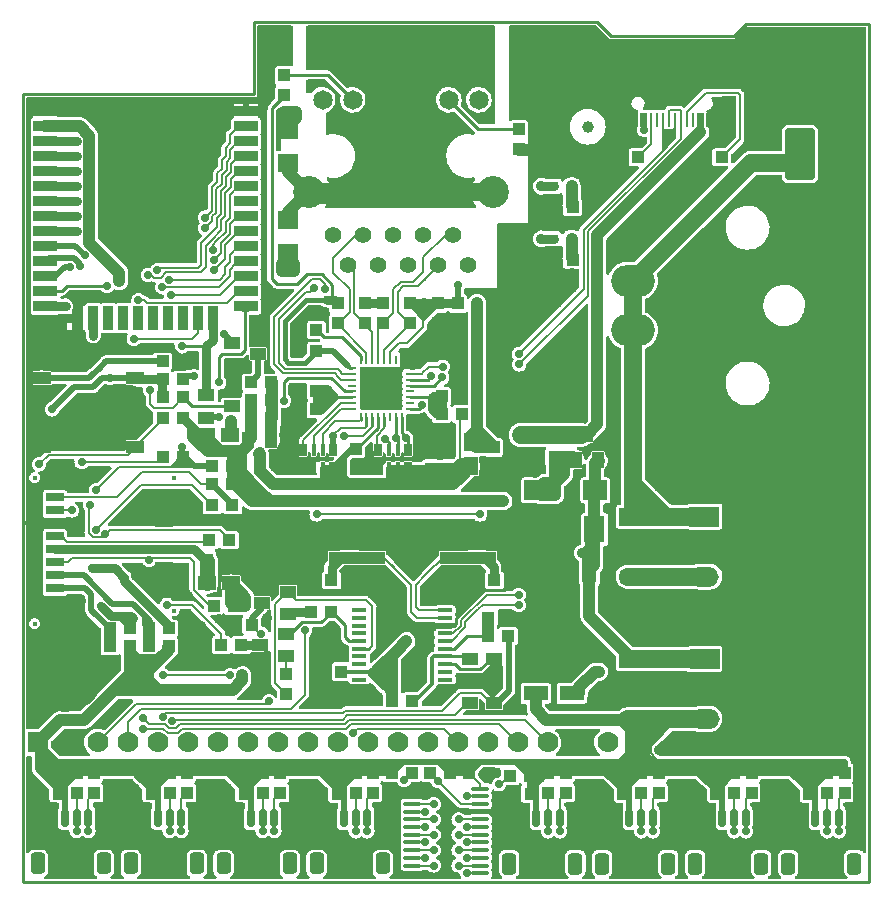
<source format=gbr>
%TF.GenerationSoftware,KiCad,Pcbnew,(6.0.8)*%
%TF.CreationDate,2023-03-02T15:21:55+03:00*%
%TF.ProjectId,ESP32-DEVKIT-L,45535033-322d-4444-9556-4b49542d4c2e,1*%
%TF.SameCoordinates,PX4260300PY8558f68*%
%TF.FileFunction,Copper,L1,Top*%
%TF.FilePolarity,Positive*%
%FSLAX46Y46*%
G04 Gerber Fmt 4.6, Leading zero omitted, Abs format (unit mm)*
G04 Created by KiCad (PCBNEW (6.0.8)) date 2023-03-02 15:21:55*
%MOMM*%
%LPD*%
G01*
G04 APERTURE LIST*
G04 Aperture macros list*
%AMRoundRect*
0 Rectangle with rounded corners*
0 $1 Rounding radius*
0 $2 $3 $4 $5 $6 $7 $8 $9 X,Y pos of 4 corners*
0 Add a 4 corners polygon primitive as box body*
4,1,4,$2,$3,$4,$5,$6,$7,$8,$9,$2,$3,0*
0 Add four circle primitives for the rounded corners*
1,1,$1+$1,$2,$3*
1,1,$1+$1,$4,$5*
1,1,$1+$1,$6,$7*
1,1,$1+$1,$8,$9*
0 Add four rect primitives between the rounded corners*
20,1,$1+$1,$2,$3,$4,$5,0*
20,1,$1+$1,$4,$5,$6,$7,0*
20,1,$1+$1,$6,$7,$8,$9,0*
20,1,$1+$1,$8,$9,$2,$3,0*%
G04 Aperture macros list end*
%TA.AperFunction,Profile*%
%ADD10C,0.254000*%
%TD*%
%TA.AperFunction,ComponentPad*%
%ADD11C,1.200000*%
%TD*%
%TA.AperFunction,ComponentPad*%
%ADD12C,6.300000*%
%TD*%
%TA.AperFunction,SMDPad,CuDef*%
%ADD13R,0.998220X1.099820*%
%TD*%
%TA.AperFunction,SMDPad,CuDef*%
%ADD14R,0.797560X1.198880*%
%TD*%
%TA.AperFunction,SMDPad,CuDef*%
%ADD15R,1.099820X0.998220*%
%TD*%
%TA.AperFunction,SMDPad,CuDef*%
%ADD16R,1.270000X1.524000*%
%TD*%
%TA.AperFunction,SMDPad,CuDef*%
%ADD17R,1.524000X1.270000*%
%TD*%
%TA.AperFunction,SMDPad,CuDef*%
%ADD18R,0.800000X0.800000*%
%TD*%
%TA.AperFunction,SMDPad,CuDef*%
%ADD19R,0.635000X1.016000*%
%TD*%
%TA.AperFunction,SMDPad,CuDef*%
%ADD20R,0.381000X1.016000*%
%TD*%
%TA.AperFunction,SMDPad,CuDef*%
%ADD21R,2.000000X0.900000*%
%TD*%
%TA.AperFunction,SMDPad,CuDef*%
%ADD22R,0.900000X2.000000*%
%TD*%
%TA.AperFunction,ComponentPad*%
%ADD23C,1.300000*%
%TD*%
%TA.AperFunction,SMDPad,CuDef*%
%ADD24R,5.000000X5.000000*%
%TD*%
%TA.AperFunction,ComponentPad*%
%ADD25C,2.000000*%
%TD*%
%TA.AperFunction,ComponentPad*%
%ADD26R,0.400000X0.400000*%
%TD*%
%TA.AperFunction,ComponentPad*%
%ADD27R,1.422400X1.422400*%
%TD*%
%TA.AperFunction,SMDPad,CuDef*%
%ADD28R,3.600000X3.600000*%
%TD*%
%TA.AperFunction,SMDPad,CuDef*%
%ADD29R,0.250000X0.800000*%
%TD*%
%TA.AperFunction,SMDPad,CuDef*%
%ADD30R,0.800000X0.250000*%
%TD*%
%TA.AperFunction,SMDPad,CuDef*%
%ADD31R,1.500000X0.800000*%
%TD*%
%TA.AperFunction,SMDPad,CuDef*%
%ADD32C,0.400000*%
%TD*%
%TA.AperFunction,SMDPad,CuDef*%
%ADD33R,1.500000X3.100000*%
%TD*%
%TA.AperFunction,SMDPad,CuDef*%
%ADD34R,1.524000X1.016000*%
%TD*%
%TA.AperFunction,ComponentPad*%
%ADD35C,1.410000*%
%TD*%
%TA.AperFunction,ComponentPad*%
%ADD36C,1.650000*%
%TD*%
%TA.AperFunction,ComponentPad*%
%ADD37C,2.700000*%
%TD*%
%TA.AperFunction,SMDPad,CuDef*%
%ADD38R,1.798320X1.597660*%
%TD*%
%TA.AperFunction,SMDPad,CuDef*%
%ADD39R,2.000000X1.700000*%
%TD*%
%TA.AperFunction,SMDPad,CuDef*%
%ADD40R,1.000000X1.400000*%
%TD*%
%TA.AperFunction,SMDPad,CuDef*%
%ADD41R,4.826000X1.100000*%
%TD*%
%TA.AperFunction,SMDPad,CuDef*%
%ADD42R,1.400000X1.000000*%
%TD*%
%TA.AperFunction,SMDPad,CuDef*%
%ADD43R,1.270000X0.325000*%
%TD*%
%TA.AperFunction,ComponentPad*%
%ADD44R,1.778000X1.778000*%
%TD*%
%TA.AperFunction,ComponentPad*%
%ADD45C,1.778000*%
%TD*%
%TA.AperFunction,SMDPad,CuDef*%
%ADD46R,1.778000X2.286000*%
%TD*%
%TA.AperFunction,ConnectorPad*%
%ADD47C,1.000000*%
%TD*%
%TA.AperFunction,SMDPad,CuDef*%
%ADD48RoundRect,0.150000X-0.150000X-0.625000X0.150000X-0.625000X0.150000X0.625000X-0.150000X0.625000X0*%
%TD*%
%TA.AperFunction,SMDPad,CuDef*%
%ADD49RoundRect,0.250000X-0.350000X-0.650000X0.350000X-0.650000X0.350000X0.650000X-0.350000X0.650000X0*%
%TD*%
%TA.AperFunction,SMDPad,CuDef*%
%ADD50R,1.270000X2.059940*%
%TD*%
%TA.AperFunction,ComponentPad*%
%ADD51R,2.300000X1.500000*%
%TD*%
%TA.AperFunction,ComponentPad*%
%ADD52O,2.300000X1.500000*%
%TD*%
%TA.AperFunction,ComponentPad*%
%ADD53R,2.500000X1.700000*%
%TD*%
%TA.AperFunction,ComponentPad*%
%ADD54O,2.500000X1.700000*%
%TD*%
%TA.AperFunction,ComponentPad*%
%ADD55RoundRect,0.250001X-1.599999X1.099999X-1.599999X-1.099999X1.599999X-1.099999X1.599999X1.099999X0*%
%TD*%
%TA.AperFunction,ComponentPad*%
%ADD56O,3.700000X2.700000*%
%TD*%
%TA.AperFunction,SMDPad,CuDef*%
%ADD57RoundRect,0.100000X-0.637500X-0.100000X0.637500X-0.100000X0.637500X0.100000X-0.637500X0.100000X0*%
%TD*%
%TA.AperFunction,ConnectorPad*%
%ADD58R,1.100000X2.000000*%
%TD*%
%TA.AperFunction,ComponentPad*%
%ADD59O,1.200000X2.200000*%
%TD*%
%TA.AperFunction,ConnectorPad*%
%ADD60R,1.100000X2.200000*%
%TD*%
%TA.AperFunction,ComponentPad*%
%ADD61O,1.300000X2.000000*%
%TD*%
%TA.AperFunction,SMDPad,CuDef*%
%ADD62R,0.300000X1.150000*%
%TD*%
%TA.AperFunction,SMDPad,CuDef*%
%ADD63R,0.250000X1.150000*%
%TD*%
%TA.AperFunction,SMDPad,CuDef*%
%ADD64C,1.000000*%
%TD*%
%TA.AperFunction,SMDPad,CuDef*%
%ADD65R,2.059940X1.270000*%
%TD*%
%TA.AperFunction,SMDPad,CuDef*%
%ADD66RoundRect,0.250000X1.000000X-1.950000X1.000000X1.950000X-1.000000X1.950000X-1.000000X-1.950000X0*%
%TD*%
%TA.AperFunction,ViaPad*%
%ADD67C,0.900000*%
%TD*%
%TA.AperFunction,ViaPad*%
%ADD68C,0.700000*%
%TD*%
%TA.AperFunction,ViaPad*%
%ADD69C,0.750000*%
%TD*%
%TA.AperFunction,Conductor*%
%ADD70C,0.254000*%
%TD*%
%TA.AperFunction,Conductor*%
%ADD71C,0.203200*%
%TD*%
%TA.AperFunction,Conductor*%
%ADD72C,1.016000*%
%TD*%
%TA.AperFunction,Conductor*%
%ADD73C,0.508000*%
%TD*%
%TA.AperFunction,Conductor*%
%ADD74C,0.762000*%
%TD*%
%TA.AperFunction,Conductor*%
%ADD75C,0.406400*%
%TD*%
%TA.AperFunction,Conductor*%
%ADD76C,1.524000*%
%TD*%
%TA.AperFunction,Conductor*%
%ADD77C,0.304800*%
%TD*%
%TA.AperFunction,Conductor*%
%ADD78C,1.270000*%
%TD*%
%TA.AperFunction,Conductor*%
%ADD79C,0.200000*%
%TD*%
G04 APERTURE END LIST*
D10*
X48650000Y72773492D02*
X49770000Y71659000D01*
X48650000Y72773492D02*
X19554000Y72769000D01*
X-4000Y66673000D02*
X0Y0D01*
X61200000Y72675000D02*
X71675000Y72675000D01*
X19554000Y66673000D02*
X19554000Y72769000D01*
X60184000Y71659000D02*
X61200000Y72675000D01*
X49770000Y71659000D02*
X60184000Y71659000D01*
X71675000Y72675000D02*
X71675000Y0D01*
X-4000Y66673000D02*
X19554000Y66673000D01*
X0Y0D02*
X71675000Y0D01*
D11*
X5203000Y19175000D03*
X1901000Y15746000D03*
X5203000Y15873000D03*
X3552000Y15111000D03*
X1139000Y17524000D03*
X3552000Y19937000D03*
X5965000Y17524000D03*
X1901000Y19175000D03*
D12*
X3552000Y17524000D03*
D13*
X36064000Y34963640D03*
X36064000Y36660360D03*
X34540000Y34963640D03*
X34540000Y36660360D03*
D14*
X15733840Y27176000D03*
X17532160Y27176000D03*
D13*
X36826000Y48979360D03*
X36826000Y47282640D03*
X39874000Y36787360D03*
X39874000Y35090640D03*
X28190000Y36660360D03*
X28190000Y34963640D03*
X35175000Y48979360D03*
X35175000Y47282640D03*
D15*
X24847360Y44956000D03*
X23150640Y44956000D03*
X24847360Y40003000D03*
X23150640Y40003000D03*
X24847360Y41527000D03*
X23150640Y41527000D03*
X37166360Y41146000D03*
X35469640Y41146000D03*
D16*
X37969000Y35177000D03*
X37969000Y37209000D03*
D17*
X17649000Y25271000D03*
X15617000Y25271000D03*
D18*
X46461500Y54455000D03*
X44937500Y54455000D03*
D15*
X11847640Y44067000D03*
X13544360Y44067000D03*
D13*
X22094000Y66586640D03*
X22094000Y68283360D03*
X42033000Y63711360D03*
X42033000Y62014640D03*
X28952000Y48979360D03*
X28952000Y47282640D03*
X26666000Y48979360D03*
X26666000Y47282640D03*
X32762000Y48979360D03*
X32762000Y47282640D03*
X30476000Y48979360D03*
X30476000Y47282640D03*
D15*
X31278640Y15301500D03*
X32975360Y15301500D03*
X35469640Y39625000D03*
X37166360Y39625000D03*
X24847360Y46734000D03*
X23150640Y46734000D03*
X39406640Y20826000D03*
X41103360Y20826000D03*
X26117360Y22858000D03*
X24420640Y22858000D03*
D19*
X23745000Y35050000D03*
X23745000Y36574000D03*
D20*
X24634000Y35050000D03*
X24634000Y36574000D03*
X25396000Y35050000D03*
X25396000Y36574000D03*
D19*
X26285000Y35050000D03*
X26285000Y36574000D03*
X32635000Y36574000D03*
X32635000Y35050000D03*
D20*
X31746000Y36574000D03*
X31746000Y35050000D03*
X30984000Y36574000D03*
X30984000Y35050000D03*
D19*
X30095000Y36574000D03*
X30095000Y35050000D03*
D21*
X1910000Y65252000D03*
X1910000Y63982000D03*
X1910000Y62712000D03*
X1910000Y61442000D03*
X1910000Y60172000D03*
X1910000Y58902000D03*
X1910000Y57632000D03*
X1910000Y56362000D03*
X1910000Y55092000D03*
X1910000Y53822000D03*
X1910000Y52552000D03*
X1910000Y51282000D03*
X1910000Y50012000D03*
X1910000Y48742000D03*
D22*
X4710000Y47742000D03*
X5980000Y47742000D03*
X7250000Y47742000D03*
X8520000Y47742000D03*
X9790000Y47742000D03*
X11060000Y47742000D03*
X12330000Y47742000D03*
X13600000Y47742000D03*
X14870000Y47742000D03*
X16140000Y47742000D03*
D21*
X18910000Y48742000D03*
X18910000Y50012000D03*
X18910000Y51282000D03*
X18910000Y52552000D03*
X18910000Y53822000D03*
X18910000Y55092000D03*
X18910000Y56362000D03*
X18910000Y57632000D03*
X18910000Y58902000D03*
X18910000Y60172000D03*
X18910000Y61442000D03*
X18910000Y62712000D03*
X18910000Y63982000D03*
X18910000Y65252000D03*
D23*
X11210000Y57742000D03*
X7610000Y59542000D03*
X11210000Y59542000D03*
D24*
X9410000Y57742000D03*
D23*
X11210000Y55942000D03*
X7610000Y55942000D03*
D25*
X9410000Y57742000D03*
D23*
X9410000Y55942000D03*
X7610000Y57742000D03*
X9410000Y59542000D03*
D26*
X29849000Y40481000D03*
X29049000Y42281000D03*
D27*
X30349000Y41781000D03*
D26*
X30849000Y40481000D03*
X29049000Y41281000D03*
X31649000Y41281000D03*
D28*
X30349000Y41781000D03*
D26*
X29849000Y43081000D03*
X30849000Y43081000D03*
X31649000Y42281000D03*
D29*
X28599000Y44231000D03*
X29099000Y44231000D03*
X29599000Y44231000D03*
X30099000Y44231000D03*
X30599000Y44231000D03*
X31099000Y44231000D03*
X31599000Y44231000D03*
X32099000Y44231000D03*
D30*
X32799000Y43531000D03*
X32799000Y43031000D03*
X32799000Y42531000D03*
X32799000Y42031000D03*
X32799000Y41531000D03*
X32799000Y41031000D03*
X32799000Y40531000D03*
X32799000Y40031000D03*
D29*
X32099000Y39331000D03*
X31599000Y39331000D03*
X31099000Y39331000D03*
X30599000Y39331000D03*
X30099000Y39331000D03*
X29599000Y39331000D03*
X29099000Y39331000D03*
X28599000Y39331000D03*
D30*
X27899000Y40031000D03*
X27899000Y40531000D03*
X27899000Y41031000D03*
X27899000Y41531000D03*
X27899000Y42031000D03*
X27899000Y42531000D03*
X27899000Y43031000D03*
X27899000Y43531000D03*
D31*
X2727000Y24850000D03*
X2727000Y25950000D03*
X2727000Y27050000D03*
X2727000Y28150000D03*
X2727000Y29250000D03*
X2727000Y30350000D03*
X2727000Y31450000D03*
X2727000Y32550000D03*
D32*
X1007000Y21880000D03*
X12807000Y22970000D03*
X12807000Y34240000D03*
X1007000Y34240000D03*
D33*
X11977000Y31610000D03*
X11977000Y25550000D03*
D15*
X17481360Y28954000D03*
X15784640Y28954000D03*
D34*
X9521000Y42670000D03*
X1647000Y42670000D03*
X9521000Y36828000D03*
X1647000Y36828000D03*
D35*
X36455000Y54766000D03*
X35185000Y52226000D03*
X33915000Y54766000D03*
X32645000Y52226000D03*
X31375000Y54766000D03*
X30105000Y52226000D03*
X28835000Y54766000D03*
X27565000Y52226000D03*
D36*
X27930000Y66214500D03*
X38610000Y66214500D03*
D37*
X39800000Y58416000D03*
X24200000Y58416000D03*
D36*
X25390000Y66214500D03*
X36070000Y66214500D03*
D38*
X22475000Y56007540D03*
X22475000Y53208460D03*
X22475000Y60828460D03*
X22475000Y63627540D03*
D15*
X46547860Y52677000D03*
X44851140Y52677000D03*
X26117360Y25525000D03*
X24420640Y25525000D03*
X39914640Y25525000D03*
X41611360Y25525000D03*
D13*
X26950000Y17798360D03*
X26950000Y16101640D03*
D15*
X39406640Y22350000D03*
X41103360Y22350000D03*
D39*
X48470000Y33145000D03*
X43470000Y33145000D03*
D40*
X46798040Y35720560D03*
X48700500Y35720560D03*
X47745460Y37930360D03*
D41*
X28317000Y27430000D03*
X37715000Y27430000D03*
D42*
X22439440Y22670040D03*
X22439440Y24572500D03*
X20229640Y23617460D03*
D15*
X45040360Y35939000D03*
X43343640Y35939000D03*
D13*
X22310000Y15883280D03*
X22310000Y17580000D03*
D15*
X13544360Y42543000D03*
X11847640Y42543000D03*
X11847640Y41019000D03*
X13544360Y41019000D03*
D43*
X35746500Y17139000D03*
X35746500Y17789000D03*
X35746500Y18439000D03*
X35746500Y19089000D03*
X35746500Y19739000D03*
X35746500Y20389000D03*
X35746500Y21039000D03*
X35746500Y21689000D03*
X35746500Y22339000D03*
X35746500Y22989000D03*
X28507500Y22989000D03*
X28507500Y22339000D03*
X28507500Y21689000D03*
X28507500Y21039000D03*
X28507500Y20389000D03*
X28507500Y19739000D03*
X28507500Y19089000D03*
X28507500Y18439000D03*
X28507500Y17789000D03*
X28507500Y17139000D03*
D11*
X45081000Y70356000D03*
X45081000Y66927000D03*
X49145000Y68705000D03*
X48383000Y70356000D03*
X44319000Y68705000D03*
X48383000Y67054000D03*
X46732000Y71118000D03*
D12*
X46732000Y68705000D03*
D11*
X46732000Y66292000D03*
D44*
X1266000Y11809000D03*
D45*
X3806000Y11809000D03*
X6346000Y11809000D03*
X8886000Y11809000D03*
X11426000Y11809000D03*
X13966000Y11809000D03*
X16506000Y11809000D03*
X19046000Y11809000D03*
X21586000Y11809000D03*
X24126000Y11809000D03*
X26666000Y11809000D03*
X29206000Y11809000D03*
X31746000Y11809000D03*
X34286000Y11809000D03*
X36826000Y11809000D03*
X39366000Y11809000D03*
X41906000Y11809000D03*
X44446000Y11809000D03*
X46986000Y11809000D03*
X49526000Y11809000D03*
D18*
X46461500Y58900000D03*
X44937500Y58900000D03*
D15*
X44851140Y57122000D03*
X46547860Y57122000D03*
X12348360Y19940000D03*
X10651640Y19940000D03*
X17735360Y35177000D03*
X16038640Y35177000D03*
D46*
X48401000Y29843000D03*
X44047000Y29843000D03*
D40*
X21011960Y37427440D03*
X19109500Y37427440D03*
X20064540Y35217640D03*
D15*
X21037360Y42289000D03*
X19340640Y42289000D03*
D17*
X15490000Y37844000D03*
X17522000Y37844000D03*
D15*
X19340639Y39241000D03*
X21037359Y39241000D03*
D42*
X17684560Y45651960D03*
X17684560Y43749500D03*
X19894360Y44704540D03*
D15*
X19340639Y40765000D03*
X21037359Y40765000D03*
X9099360Y21461000D03*
X7402640Y21461000D03*
X17735360Y33653000D03*
X16038640Y33653000D03*
D42*
X15533000Y41207000D03*
X15533000Y39307000D03*
X17733000Y40257000D03*
X37842000Y15116000D03*
X37842000Y18916000D03*
X39874000Y18916000D03*
X39874000Y15116000D03*
D47*
X47825000Y63950000D03*
D15*
X16038640Y31875000D03*
X17735360Y31875000D03*
X12348360Y21464000D03*
X10651640Y21464000D03*
X9099360Y19937000D03*
X7402640Y19937000D03*
X19386360Y21715000D03*
X17689640Y21715000D03*
X17862360Y23366000D03*
X16165640Y23366000D03*
D42*
X22312440Y19114040D03*
X22312440Y21016500D03*
X20102640Y20061460D03*
D15*
X18497360Y20064000D03*
X16800640Y20064000D03*
X13544360Y39241000D03*
X11847640Y39241000D03*
X13544360Y35939000D03*
X11847640Y35939000D03*
D13*
X28170000Y9235081D03*
X28170000Y7538361D03*
D15*
X39473360Y9219180D03*
X37776640Y9219180D03*
X17091640Y7480000D03*
X18788360Y7480000D03*
D48*
X10430000Y5440000D03*
X11430000Y5440000D03*
X12430000Y5440000D03*
X13430000Y5440000D03*
D49*
X14730000Y1565000D03*
X9130000Y1565000D03*
D15*
X64903200Y7475000D03*
X66599920Y7475000D03*
D50*
X47977600Y26400000D03*
X44472400Y26400000D03*
D13*
X4560000Y9236720D03*
X4560000Y7540000D03*
D48*
X2560000Y5440000D03*
X3560000Y5440000D03*
X4560000Y5440000D03*
X5560000Y5440000D03*
D49*
X1260000Y1565000D03*
X6860000Y1565000D03*
D35*
X26300000Y54775000D03*
D51*
X51610000Y30925000D03*
D52*
X51610000Y28385000D03*
X51610000Y25845000D03*
D15*
X1361640Y7480000D03*
X3058360Y7480000D03*
D48*
X50360000Y5434115D03*
X51360000Y5434115D03*
X52360000Y5434115D03*
X53360000Y5434115D03*
D49*
X54660000Y1559115D03*
X49060000Y1559115D03*
D48*
X58230000Y5435112D03*
X59230000Y5435112D03*
X60230000Y5435112D03*
X61230000Y5435112D03*
D49*
X56930000Y1560112D03*
X62530000Y1560112D03*
D13*
X21775000Y9236009D03*
X21775000Y7539289D03*
D48*
X26170000Y5436721D03*
X27170000Y5436721D03*
X28170000Y5436721D03*
X29170000Y5436721D03*
D49*
X30470000Y1561721D03*
X24870000Y1561721D03*
D13*
X53835000Y9232475D03*
X53835000Y7535755D03*
D51*
X51610000Y18850000D03*
D52*
X51610000Y16310000D03*
X51610000Y13770000D03*
D15*
X50401640Y61350000D03*
X52098360Y61350000D03*
X57032480Y7475112D03*
X58729200Y7475112D03*
D53*
X57725000Y18875000D03*
D54*
X57725000Y16335000D03*
X57725000Y13795000D03*
D13*
X52360000Y9229195D03*
X52360000Y7532475D03*
X60230000Y9233472D03*
X60230000Y7536752D03*
D53*
X57717500Y30935000D03*
D54*
X57717500Y28395000D03*
X57717500Y25855000D03*
D13*
X6035000Y9238360D03*
X6035000Y7541640D03*
D15*
X36193360Y9220000D03*
X34496640Y9220000D03*
D13*
X29645000Y9235081D03*
X29645000Y7538361D03*
D15*
X49160800Y7474115D03*
X50857520Y7474115D03*
D48*
X42490000Y5433893D03*
X43490000Y5433893D03*
X44490000Y5433893D03*
X45490000Y5433893D03*
D49*
X46790000Y1558893D03*
X41190000Y1558893D03*
D13*
X68100720Y9236640D03*
X68100720Y7539920D03*
D55*
X57165000Y50900000D03*
D56*
X57165000Y46700000D03*
X51665000Y50900000D03*
X51665000Y46700000D03*
D15*
X57476640Y61350000D03*
X59173360Y61350000D03*
D57*
X32987500Y7890000D03*
X32987500Y7240000D03*
X32987500Y6590000D03*
X32987500Y5940000D03*
X32987500Y5290000D03*
X32987500Y4640000D03*
X32987500Y3990000D03*
X32987500Y3340000D03*
X32987500Y2690000D03*
X32987500Y2040000D03*
X32987500Y1390000D03*
X32987500Y740000D03*
X38712500Y740000D03*
X38712500Y1390000D03*
X38712500Y2040000D03*
X38712500Y2690000D03*
X38712500Y3340000D03*
X38712500Y3990000D03*
X38712500Y4640000D03*
X38712500Y5290000D03*
X38712500Y5940000D03*
X38712500Y6590000D03*
X38712500Y7240000D03*
X38712500Y7890000D03*
D15*
X9231640Y7480000D03*
X10928360Y7480000D03*
D13*
X13905000Y9238360D03*
X13905000Y7541640D03*
D15*
X42948360Y8980000D03*
X41251640Y8980000D03*
D13*
X45965000Y9232253D03*
X45965000Y7535533D03*
X20300000Y9236009D03*
X20300000Y7539289D03*
D15*
X24972480Y7476721D03*
X26669200Y7476721D03*
D48*
X66110000Y5435000D03*
X67110000Y5435000D03*
X68110000Y5435000D03*
X69110000Y5435000D03*
D49*
X70410000Y1560000D03*
X64810000Y1560000D03*
D15*
X42989200Y7473893D03*
X41292480Y7473893D03*
D58*
X50047400Y69600000D03*
D59*
X59295000Y65420000D03*
D60*
X59902600Y65420000D03*
D61*
X59295000Y69600000D03*
D59*
X50655000Y65420000D03*
D58*
X59902600Y69600000D03*
D61*
X50655000Y69600000D03*
D60*
X50047400Y65420000D03*
D62*
X58300000Y64518000D03*
X57500000Y64518000D03*
D63*
X56225000Y64518000D03*
X55225000Y64518000D03*
X54725000Y64518000D03*
X53725000Y64518000D03*
D62*
X52450000Y64518000D03*
X51650000Y64518000D03*
X51900000Y64518000D03*
X52700000Y64518000D03*
D63*
X53225000Y64518000D03*
X54225000Y64518000D03*
X55725000Y64518000D03*
X56725000Y64518000D03*
D62*
X57250000Y64518000D03*
X58050000Y64518000D03*
D13*
X69575720Y9233360D03*
X69575720Y7536640D03*
D64*
X49225000Y61350000D03*
D13*
X12430000Y9236720D03*
X12430000Y7540000D03*
D65*
X46475000Y15975000D03*
X46475000Y19480200D03*
D35*
X37715000Y52225000D03*
D15*
X31221640Y9220000D03*
X32918360Y9220000D03*
D13*
X61705000Y9233472D03*
X61705000Y7536752D03*
X44490000Y9230613D03*
X44490000Y7533893D03*
D48*
X18300000Y5437649D03*
X19300000Y5437649D03*
X20300000Y5437649D03*
X21300000Y5437649D03*
D49*
X22600000Y1562649D03*
X17000000Y1562649D03*
D66*
X65810000Y61620000D03*
X65810000Y70020000D03*
D55*
X57165000Y50900000D03*
D56*
X57165000Y46700000D03*
X51665000Y50900000D03*
X51665000Y46700000D03*
D65*
X43425000Y15975000D03*
X43425000Y19480200D03*
D67*
X14380071Y38372992D03*
X32130000Y24381000D03*
X33400000Y28948000D03*
X32130000Y30091000D03*
X33400000Y30091000D03*
X34670000Y28948000D03*
X32130000Y28948000D03*
X34670000Y30091000D03*
X34670000Y24378000D03*
X32130000Y23235000D03*
X38480000Y28945000D03*
X38480000Y30088000D03*
X32130000Y22088000D03*
X35940000Y28945000D03*
X35940000Y30088000D03*
X37210000Y30088000D03*
X37210000Y28945000D03*
X20570000Y66548000D03*
X35940000Y24378000D03*
X3400000Y65468000D03*
X4680000Y65478000D03*
X30860000Y22088000D03*
X30860000Y23235000D03*
X29590000Y24378000D03*
X20570000Y67818000D03*
X30860000Y24382000D03*
X46920000Y39553000D03*
X13585000Y56623000D03*
X9765000Y61698000D03*
X46470000Y50273000D03*
X41620000Y46033000D03*
X13575000Y62968000D03*
X14845000Y62973000D03*
X20323700Y65490519D03*
X45650000Y45898000D03*
X46920000Y45898000D03*
X30857000Y28952000D03*
X43459261Y42348000D03*
X45650000Y40823000D03*
X7230000Y64213000D03*
D68*
X36318004Y37588000D03*
D67*
X45200000Y50273000D03*
X22094000Y65147000D03*
X7230000Y62943000D03*
X16115000Y64248000D03*
X22094000Y70354000D03*
X41625000Y49838000D03*
X46920000Y43358000D03*
X4695000Y44192000D03*
X41450000Y42443000D03*
X12325000Y59163000D03*
X33524000Y38858000D03*
X29206000Y35175000D03*
X20570000Y48129000D03*
X7230000Y61673000D03*
X41625000Y47298000D03*
X46920000Y42088000D03*
X28317000Y28952000D03*
X8500000Y61673000D03*
X45650000Y39553000D03*
X39747000Y45589000D03*
X44940000Y20738000D03*
X45200000Y51523000D03*
X43475000Y39823000D03*
X21967000Y51685000D03*
X14845000Y64248000D03*
X14855000Y57893000D03*
X16125000Y61703000D03*
X44812500Y56173000D03*
X41625000Y51108000D03*
X41450000Y39903000D03*
X12325000Y55353000D03*
X43475000Y43573000D03*
X42895000Y53643000D03*
X41625000Y48568000D03*
X45195000Y49008000D03*
D68*
X32761988Y44446000D03*
D67*
X12305000Y64238000D03*
X12315000Y60433000D03*
X22094000Y71624000D03*
D68*
X33524000Y43938000D03*
D67*
X11035000Y64238000D03*
X23110000Y65147000D03*
X7489000Y49399000D03*
X12325000Y57893000D03*
X42895000Y49838000D03*
X46920000Y44628000D03*
X23070479Y45803479D03*
X46470000Y51523000D03*
X17385000Y65498000D03*
X16115000Y62973000D03*
X41625000Y52373000D03*
X22957600Y51685000D03*
D68*
X631000Y23491000D03*
D67*
X34635525Y21610100D03*
X8500000Y65483000D03*
X43684000Y28063000D03*
X42895000Y47298000D03*
X13585000Y60433000D03*
X9765000Y64238000D03*
X14855000Y59163000D03*
X46920000Y40823000D03*
X11035000Y61698000D03*
X9765000Y65508000D03*
X13585000Y57893000D03*
X11035000Y65508000D03*
X8568500Y49399561D03*
X39154589Y34343411D03*
D68*
X631000Y27555000D03*
D67*
X25015000Y48065500D03*
X11035000Y62968000D03*
X4905900Y23813898D03*
X44700000Y28063000D03*
X14845000Y65498000D03*
X13575000Y65508000D03*
X41625000Y53643000D03*
X13585000Y55353000D03*
X46925000Y47163000D03*
X36826000Y45716000D03*
X14855000Y60433000D03*
X45650000Y42088000D03*
X4695000Y45462000D03*
X33524000Y37715000D03*
X41450000Y41173000D03*
X36826000Y44700000D03*
X39747000Y43303000D03*
X12305000Y65508000D03*
X16115000Y65498000D03*
X8500000Y64213000D03*
X22147260Y37868000D03*
X12305000Y62968000D03*
X13585000Y59163000D03*
X39747000Y44446000D03*
X4695000Y49145000D03*
X45650000Y43358000D03*
X42895000Y51108000D03*
X14855000Y61718000D03*
X4568000Y37587848D03*
X45650000Y44628000D03*
X13575000Y64238000D03*
X7230000Y65483000D03*
X12305000Y61698000D03*
X42895000Y52373000D03*
X43352843Y34630393D03*
X43459261Y41078000D03*
X44065000Y63623000D03*
X41652000Y71243000D03*
X45335000Y62353000D03*
X39747000Y38731000D03*
X27047000Y30095000D03*
X20570000Y71624000D03*
X5960000Y65483000D03*
X46605000Y61083000D03*
X39747000Y46732000D03*
X44065000Y62353000D03*
X41652000Y65528000D03*
X9770000Y62943000D03*
X8500000Y62943000D03*
X25777000Y28952000D03*
X39747000Y39874000D03*
X44050000Y61098000D03*
X28317000Y30095000D03*
X27047000Y28952000D03*
X39747000Y41017000D03*
X25777000Y30095000D03*
X30857000Y30095000D03*
X39747000Y42160000D03*
X13585000Y61718000D03*
X39747000Y47875000D03*
X46605000Y62353000D03*
X20570000Y69084000D03*
X44065000Y64893000D03*
X45335000Y64893000D03*
X45335000Y61083000D03*
X41652000Y67433000D03*
D68*
X34540000Y37588000D03*
D67*
X42895000Y48568000D03*
X29587000Y28952000D03*
X29587000Y30095000D03*
X42795000Y64893000D03*
X45335000Y63623000D03*
X12325000Y56623000D03*
X41652000Y69338000D03*
X39747000Y49018000D03*
X644186Y30348000D03*
D68*
X35429000Y37588000D03*
D67*
X37207000Y24380000D03*
X20570000Y70354000D03*
X14015299Y24177800D03*
X55150000Y28385000D03*
X61490000Y30950000D03*
X60185000Y18845000D03*
X67805000Y17590000D03*
X65290000Y12515000D03*
X69090000Y11235000D03*
X69080000Y32220000D03*
X60205000Y16295000D03*
X63985000Y20130000D03*
X62760000Y12505000D03*
X65280000Y33500000D03*
X55185000Y23310000D03*
X60205000Y17565000D03*
X64005000Y15040000D03*
X64030000Y12505000D03*
X61455000Y21390000D03*
X53915000Y23310000D03*
X67830000Y29690000D03*
X57655000Y21375000D03*
X61490000Y29680000D03*
X69090000Y29680000D03*
X61480000Y32220000D03*
X56400000Y21375000D03*
X69090000Y12505000D03*
X61490000Y13775000D03*
X56430000Y11210000D03*
X64030000Y13775000D03*
X62760000Y13775000D03*
D68*
X40174428Y9133880D03*
D67*
X70355000Y33490000D03*
X69115000Y23335000D03*
X61490000Y12505000D03*
X56425000Y33475000D03*
X69090000Y28410000D03*
X66535000Y17590000D03*
X65290000Y13785000D03*
X69055000Y21390000D03*
X17680000Y42740000D03*
X67825000Y33510000D03*
X62735000Y16310000D03*
X67855000Y24615000D03*
X21366779Y35096779D03*
X64005000Y16310000D03*
X70360000Y30950000D03*
X61465000Y16310000D03*
X65265000Y17590000D03*
X58220000Y4230000D03*
X62755000Y32220000D03*
X12461090Y45243100D03*
X61515000Y25875000D03*
X61455000Y20120000D03*
X65315000Y23345000D03*
X70360000Y28410000D03*
X60230000Y11220000D03*
X58955000Y33475000D03*
X60230000Y28395000D03*
X64000000Y21400000D03*
X69055000Y20120000D03*
X65265000Y18860000D03*
X66560000Y30960000D03*
X70385000Y24605000D03*
X70355000Y32220000D03*
X60230000Y27125000D03*
X62755000Y33490000D03*
X64055000Y24605000D03*
X61515000Y24605000D03*
X67810000Y30970000D03*
X64030000Y28410000D03*
X64030000Y29680000D03*
X67810000Y32240000D03*
X16603499Y22239588D03*
X60210000Y30945000D03*
X10420000Y4215669D03*
X67830000Y11245000D03*
X66530000Y21400000D03*
X70330000Y21390000D03*
X70330000Y20120000D03*
X2560000Y4220000D03*
X67855000Y23345000D03*
X63985000Y18860000D03*
X55160000Y11210000D03*
X70335000Y16310000D03*
X15064589Y21704589D03*
X53890000Y11210000D03*
X57680000Y33475000D03*
X61515000Y23335000D03*
X42489227Y4220000D03*
X57690000Y11220000D03*
X69065000Y18850000D03*
X66560000Y12515000D03*
X66560000Y13785000D03*
X67785000Y18870000D03*
X65255000Y21400000D03*
X61490000Y27140000D03*
X64030000Y27140000D03*
X62785000Y24605000D03*
X64025000Y33500000D03*
X69080000Y33490000D03*
X69090000Y27140000D03*
X20580000Y24670000D03*
X57715000Y23320000D03*
X66535000Y16320000D03*
X66560000Y15055000D03*
X55135000Y16285000D03*
X61465000Y18850000D03*
X65315000Y24615000D03*
X20653228Y22336328D03*
X61490000Y28410000D03*
X65290000Y29690000D03*
X70360000Y13775000D03*
X56455000Y23310000D03*
X62735000Y17580000D03*
X62785000Y27145000D03*
X70335000Y17580000D03*
X66585000Y25885000D03*
X66555000Y32230000D03*
X64005000Y17580000D03*
X60255000Y25860000D03*
X60205000Y15025000D03*
D68*
X5971100Y49346601D03*
D67*
X62760000Y30950000D03*
X62760000Y28410000D03*
X69090000Y30950000D03*
X62785000Y23335000D03*
X66530000Y20130000D03*
X70360000Y12505000D03*
X25380000Y16970000D03*
X61480000Y33490000D03*
X65255000Y20130000D03*
X69115000Y25875000D03*
X61465000Y15040000D03*
X50340000Y4230000D03*
X65280000Y32230000D03*
X67830000Y12515000D03*
X62785000Y25875000D03*
X70360000Y29680000D03*
X64030000Y11235000D03*
X53880000Y28385000D03*
X60255000Y23320000D03*
X65290000Y11245000D03*
X60225000Y33485000D03*
X62760000Y11235000D03*
X67830000Y27150000D03*
X64010000Y30960000D03*
X70385000Y25875000D03*
X62760000Y15045000D03*
X66560000Y29690000D03*
X64010000Y32230000D03*
X65315000Y25885000D03*
X35774009Y5859842D03*
X65290000Y27150000D03*
X26170000Y4216721D03*
X60230000Y29665000D03*
X62730000Y21390000D03*
X60200000Y21385000D03*
X53880000Y33465000D03*
X67805000Y15050000D03*
X69090000Y13775000D03*
X9609195Y25870474D03*
X62760000Y29680000D03*
X60255000Y24590000D03*
X62730000Y20120000D03*
X67830000Y28420000D03*
X69065000Y15040000D03*
X53855000Y21365000D03*
X58930000Y21375000D03*
X69065000Y16310000D03*
X55130000Y21365000D03*
X70335000Y18850000D03*
X60230000Y13760000D03*
X55155000Y33465000D03*
X7225961Y41504039D03*
X66555000Y33500000D03*
X60230000Y12490000D03*
X65290000Y28420000D03*
X70385000Y23335000D03*
X61465000Y17580000D03*
X66585000Y24615000D03*
X66560000Y11245000D03*
X67830000Y13785000D03*
X67800000Y21410000D03*
X58960000Y11220000D03*
X69115000Y24605000D03*
X58985000Y23320000D03*
X66100000Y4230000D03*
X60185000Y20115000D03*
X66585000Y27155000D03*
X70360000Y11235000D03*
X67855000Y25885000D03*
X61490000Y11235000D03*
X69065000Y17580000D03*
X64055000Y25875000D03*
X66535000Y18860000D03*
X65265000Y16320000D03*
X67785000Y20140000D03*
X70360000Y15045000D03*
X66585000Y23345000D03*
X36336128Y16343872D03*
X67805000Y16320000D03*
X62735000Y18850000D03*
X70385000Y27145000D03*
X18298234Y4212649D03*
X65290000Y30960000D03*
X64055000Y23335000D03*
X60210000Y32215000D03*
X66560000Y28420000D03*
X65265000Y15050000D03*
X53865000Y16285000D03*
X18851351Y23366097D03*
D68*
X14474000Y42797000D03*
D67*
X40690000Y32256000D03*
X8180000Y50860000D03*
X44300000Y13730000D03*
X18590000Y17500000D03*
X18500000Y36440000D03*
X43430000Y14603000D03*
D68*
X20840000Y15280551D03*
X1373596Y35360000D03*
X20208300Y21020000D03*
X4550000Y62736000D03*
X36826000Y50544000D03*
X29714000Y49020000D03*
D67*
X33970000Y49020000D03*
X38477000Y49020000D03*
D69*
X25777000Y49274000D03*
D67*
X42159976Y37844020D03*
D68*
X57375000Y63700000D03*
D67*
X32480000Y20380000D03*
D68*
X52575000Y63700000D03*
X25559530Y50187798D03*
X24666301Y50321179D03*
X4155440Y31450000D03*
X4980000Y35538700D03*
X10783480Y41634700D03*
X12202865Y23472700D03*
X4550000Y57656000D03*
D67*
X45081000Y32764000D03*
X48775000Y17775000D03*
X45081000Y34796000D03*
X45081000Y33780000D03*
D68*
X12548555Y49657751D03*
X37630000Y7240000D03*
X32287950Y8614224D03*
X4550000Y60196000D03*
X10159519Y13895438D03*
X10189840Y12975717D03*
X4550000Y61466000D03*
X4550000Y56386000D03*
X35145630Y8547045D03*
D67*
X20070000Y36360000D03*
X17649000Y38987000D03*
D68*
X16633000Y39367980D03*
X16633000Y42289000D03*
X17554700Y17500000D03*
X11840211Y17500211D03*
X4550000Y58926000D03*
X27948670Y12640081D03*
X7361100Y42670000D03*
X2479143Y40010000D03*
X17000543Y46411091D03*
X23900000Y21314700D03*
X12401455Y50997029D03*
X11847164Y13987300D03*
X10600358Y51399500D03*
X13438190Y45337000D03*
X13440000Y36790000D03*
X6208900Y33188293D03*
X6210000Y29820300D03*
X9793926Y49269812D03*
X11397444Y51785274D03*
X12674333Y13641251D03*
X26284996Y37780500D03*
X4876919Y52140990D03*
X27174000Y37780500D03*
X5240429Y53043317D03*
X30692412Y37537485D03*
X4003187Y52061931D03*
X31566595Y37617220D03*
X16184289Y51771382D03*
X32443985Y37590000D03*
X7133800Y50463101D03*
X5712747Y31897853D03*
X7000251Y29439300D03*
X9394000Y45972000D03*
X10719095Y27241700D03*
X6600000Y23366000D03*
X9336254Y22322491D03*
X3622686Y48766000D03*
X5965000Y46226000D03*
X8620300Y25750000D03*
X5838000Y26540998D03*
X24869536Y31110464D03*
X38714930Y31113000D03*
X4550000Y55100000D03*
D67*
X43912500Y58900000D03*
D68*
X15427114Y55370000D03*
X35561367Y43637483D03*
X16150053Y52648526D03*
X34539439Y42796439D03*
X16116035Y53525679D03*
X35514546Y42711454D03*
X15418726Y56251734D03*
X33758712Y40376700D03*
X11808376Y50349872D03*
X22126611Y40740917D03*
X12430000Y4290000D03*
X34090000Y4640000D03*
X34790000Y3990000D03*
X13430000Y4290000D03*
X34090000Y3340000D03*
X20308234Y4290126D03*
X34790000Y2690000D03*
X21300000Y4290126D03*
X34090000Y2040000D03*
X28170000Y4286721D03*
X29170000Y4286721D03*
X34790000Y1390000D03*
X37600000Y740000D03*
X44490000Y4283893D03*
X36900000Y1390000D03*
X45490000Y4283893D03*
X52360000Y4284115D03*
X37600000Y2040000D03*
X53360000Y4284115D03*
X36900000Y2690000D03*
X37600000Y3340000D03*
X60230000Y4285112D03*
X61230000Y4285112D03*
X36900000Y3990000D03*
D67*
X33905000Y71245000D03*
X30095000Y71245000D03*
X28190000Y69340000D03*
X33905000Y67435000D03*
X33905000Y59815000D03*
X32000000Y69340000D03*
X30095000Y63625000D03*
X30095000Y67435000D03*
X32000000Y61720000D03*
X28190000Y57910000D03*
X35810000Y57910000D03*
X38350000Y69340000D03*
X32000000Y65530000D03*
X25650000Y69340000D03*
X36445000Y64260000D03*
X35810000Y69340000D03*
X32000000Y57910000D03*
X33905000Y63625000D03*
X27555000Y64260000D03*
X30095000Y59815000D03*
X26920000Y71245000D03*
X37080000Y71245000D03*
D68*
X34675000Y40000000D03*
X68110000Y4285000D03*
X37600000Y4640000D03*
X36900000Y5290000D03*
X69110000Y4285000D03*
X40304333Y8266251D03*
X34800000Y6590000D03*
X41993816Y44702000D03*
X41979830Y23432698D03*
X42032439Y43812439D03*
X41981100Y24310000D03*
D67*
X43912500Y54450000D03*
X47367597Y27872897D03*
D68*
X34090000Y5940000D03*
X4560000Y4290000D03*
X34790000Y5290000D03*
X5560000Y4290000D03*
D70*
X33542117Y40031000D02*
X32799000Y40031000D01*
X33758712Y40247595D02*
X33542117Y40031000D01*
X33758712Y40376700D02*
X33758712Y40247595D01*
X26131411Y42644589D02*
X27245000Y41531000D01*
X22449589Y42644589D02*
X26131411Y42644589D01*
X22113803Y42308803D02*
X22449589Y42644589D01*
X27245000Y41531000D02*
X27899000Y41531000D01*
X22113803Y40753725D02*
X22113803Y42308803D01*
X22126611Y40740917D02*
X22113803Y40753725D01*
D71*
X41155767Y8980000D02*
X41251640Y8980000D01*
X40463170Y8287403D02*
X41155767Y8980000D01*
X40325485Y8287403D02*
X40463170Y8287403D01*
X40304333Y8266251D02*
X40325485Y8287403D01*
D72*
X10624200Y17070957D02*
X11455157Y16240000D01*
X10624200Y17894200D02*
X10624200Y17070957D01*
X11940000Y19210000D02*
X10624200Y17894200D01*
X11455157Y16240000D02*
X12100000Y16240000D01*
D71*
X11840422Y17500000D02*
X17540000Y17500000D01*
X11840211Y17500211D02*
X11840422Y17500000D01*
D72*
X9730000Y18750000D02*
X11420000Y18750000D01*
X9320000Y19160000D02*
X9730000Y18750000D01*
X12274360Y19544360D02*
X11485090Y18755090D01*
X12274360Y19884360D02*
X12274360Y19544360D01*
D73*
X10350000Y21765640D02*
X10651640Y21464000D01*
X10350000Y22530000D02*
X10350000Y21765640D01*
D72*
X10651640Y21346360D02*
X10651640Y20051640D01*
D71*
X29587000Y23343000D02*
X29056000Y23874000D01*
X29333000Y19739000D02*
X29587000Y19993000D01*
X29587000Y19993000D02*
X29587000Y23343000D01*
X29056000Y23874000D02*
X23986000Y23874000D01*
X13440000Y35923540D02*
X12753230Y35236770D01*
X13440000Y36790000D02*
X13440000Y35923540D01*
D73*
X13438700Y36788700D02*
X13438700Y36213421D01*
X13440000Y36790000D02*
X13438700Y36788700D01*
D72*
X15723000Y36447000D02*
X17776000Y36447000D01*
X15617000Y36553000D02*
X15723000Y36447000D01*
X15890000Y36800000D02*
X15890000Y36720000D01*
D71*
X15770000Y36680000D02*
X15890000Y36800000D01*
X15490000Y36680000D02*
X15770000Y36680000D01*
X16000000Y36800000D02*
X16360000Y37160000D01*
D72*
X15490000Y37844000D02*
X15490000Y37200000D01*
X15490000Y37200000D02*
X15890000Y36800000D01*
D71*
X15890000Y36800000D02*
X16000000Y36800000D01*
D73*
X16360000Y37160000D02*
X16887000Y36633000D01*
X16235000Y37285000D02*
X16360000Y37160000D01*
D71*
X15617000Y36553000D02*
X15617000Y36667000D01*
X15617000Y36667000D02*
X16235000Y37285000D01*
D73*
X15676000Y37844000D02*
X16235000Y37285000D01*
X16887000Y36633000D02*
X16887000Y36447000D01*
X15490000Y37844000D02*
X15676000Y37844000D01*
D71*
X16887000Y36447000D02*
X17776000Y36447000D01*
D73*
X15130000Y36680000D02*
X15490000Y36680000D01*
X14185000Y37625000D02*
X15130000Y36680000D01*
X14185000Y38665000D02*
X14185000Y37625000D01*
X14450000Y38400000D02*
X14450000Y37540000D01*
X14450000Y37540000D02*
X14460000Y37530000D01*
X14185000Y38665000D02*
X14450000Y38400000D01*
D71*
X14460000Y37530000D02*
X14460000Y37710000D01*
D72*
X15617000Y36553000D02*
X14450000Y37720000D01*
D71*
X14460000Y37710000D02*
X14450000Y37720000D01*
D74*
X14185000Y38665000D02*
X13619377Y39230623D01*
X15006000Y37844000D02*
X14185000Y38665000D01*
X14335188Y38248200D02*
X14335188Y37834812D01*
X14612176Y38248200D02*
X14335188Y38248200D01*
X15016376Y37844000D02*
X14612176Y38248200D01*
X13619377Y39230623D02*
X13619377Y39241000D01*
X15016376Y37844000D02*
X15006000Y37844000D01*
D73*
X19427000Y22357154D02*
X19427000Y21715000D01*
X20229640Y23159794D02*
X19427000Y22357154D01*
X20229640Y23617460D02*
X20229640Y23159794D01*
D71*
X33408000Y22339000D02*
X34114000Y22339000D01*
X32859400Y25173600D02*
X32859400Y22887600D01*
X31704000Y26329000D02*
X32859400Y25173600D01*
X32859400Y22887600D02*
X33408000Y22339000D01*
X4636898Y23813898D02*
X3552000Y22729000D01*
X4905900Y23813898D02*
X4636898Y23813898D01*
D72*
X20570000Y28700000D02*
X20570000Y27684000D01*
D75*
X34387000Y21689000D02*
X34032000Y21334000D01*
D72*
X34032000Y29716000D02*
X34032000Y29462000D01*
X34032000Y29462000D02*
X34032000Y29716000D01*
X34032000Y29716000D02*
X30857000Y29716000D01*
X22094000Y64387000D02*
X22094000Y65149000D01*
X23110000Y65149000D02*
X23110000Y64641000D01*
X23110000Y64641000D02*
X22475000Y64006000D01*
D74*
X23110000Y37971000D02*
X22729000Y37590000D01*
X22729000Y37590000D02*
X22729000Y35558000D01*
X22729000Y35558000D02*
X22729000Y35050000D01*
D72*
X21967000Y52322000D02*
X21967000Y51687000D01*
D74*
X35937000Y45718000D02*
X36826000Y45718000D01*
D73*
X37080000Y44448000D02*
X36826000Y44702000D01*
X28444000Y35177000D02*
X29206000Y35177000D01*
X29968000Y35177000D02*
X29206000Y35177000D01*
D72*
X25904000Y29716000D02*
X26031000Y29716000D01*
X25015000Y28827000D02*
X24253000Y28827000D01*
X24253000Y27811000D02*
X24253000Y26795000D01*
D74*
X24253000Y25525000D02*
X24253000Y26795000D01*
D72*
X10985000Y57783000D02*
X14474000Y57783000D01*
X13144000Y59942000D02*
X14728000Y59942000D01*
X10664000Y57496000D02*
X10664000Y61847000D01*
X13204000Y60002000D02*
X13204000Y61974000D01*
X8124000Y60036000D02*
X8124000Y61974000D01*
D75*
X25396000Y24509000D02*
X29968000Y24509000D01*
D72*
X35937000Y29716000D02*
X34032000Y29716000D01*
X37969000Y29716000D02*
X35937000Y29716000D01*
X28317000Y29716000D02*
X25904000Y29716000D01*
X30857000Y28954000D02*
X30857000Y29716000D01*
X30857000Y29716000D02*
X30857000Y29462000D01*
X30857000Y29462000D02*
X30857000Y29716000D01*
X30857000Y29716000D02*
X28317000Y29716000D01*
X30349000Y25652000D02*
X27936000Y25652000D01*
X31492000Y22858000D02*
X31619000Y22985000D01*
X31619000Y22985000D02*
X31619000Y24382000D01*
X9140000Y65530000D02*
X9140000Y61720000D01*
X12315000Y61720000D02*
X12315000Y65530000D01*
X14855000Y65530000D02*
X14855000Y63752000D01*
X14855000Y63752000D02*
X14855000Y61720000D01*
X21459000Y71626000D02*
X21459000Y70356000D01*
X43684000Y29480000D02*
X43684000Y28065000D01*
X44700000Y29190000D02*
X44700000Y28065000D01*
D74*
X23110000Y45718000D02*
X23110000Y45718000D01*
X23110000Y45718000D02*
X23110000Y45210000D01*
D73*
X35175000Y44829000D02*
X34794000Y44448000D01*
D72*
X10710000Y57492000D02*
X10664000Y57446000D01*
X11192800Y30825800D02*
X11977000Y31610000D01*
X17680000Y42740000D02*
X17684560Y42744560D01*
D74*
X18910000Y65252000D02*
X17419000Y65252000D01*
D72*
X20697000Y28827000D02*
X20570000Y28700000D01*
D73*
X572999Y66096001D02*
X1906499Y66096001D01*
X33778000Y44448000D02*
X36572000Y44448000D01*
D72*
X37969000Y29335000D02*
X37969000Y29716000D01*
X10681000Y57479000D02*
X12950000Y55210000D01*
D73*
X36318004Y37095026D02*
X36318004Y37590000D01*
D72*
X3806000Y65530000D02*
X3552000Y65276000D01*
D70*
X41531803Y25525000D02*
X40727893Y24721090D01*
D76*
X3552000Y17524000D02*
X3552000Y22731000D01*
D70*
X32099000Y44420000D02*
X32127000Y44448000D01*
D74*
X3552000Y17524000D02*
X3679000Y17651000D01*
D72*
X43340000Y35394000D02*
X43303000Y35431000D01*
D73*
X23110000Y40003000D02*
X23110000Y41527000D01*
D74*
X23110000Y46734000D02*
X23110000Y45718000D01*
D77*
X504000Y65085500D02*
X504000Y44829000D01*
D72*
X43340000Y34700000D02*
X43340000Y35394000D01*
D73*
X30095000Y35050000D02*
X29968000Y35177000D01*
D72*
X22475000Y64006000D02*
X22094000Y64387000D01*
D74*
X2727000Y30350000D02*
X2728000Y30351000D01*
D70*
X33074000Y43531000D02*
X33483000Y43940000D01*
D72*
X24253000Y25652000D02*
X24380000Y25525000D01*
D73*
X625000Y65825000D02*
X4225000Y65825000D01*
X33873999Y44352001D02*
X33778000Y44448000D01*
D72*
X43303000Y35431000D02*
X43303000Y35939000D01*
D71*
X625000Y65502431D02*
X625000Y65825000D01*
D72*
X28317000Y29716000D02*
X28317000Y28954000D01*
X11977000Y25550000D02*
X11977000Y24750000D01*
X25904000Y29716000D02*
X25015000Y28827000D01*
D77*
X24634000Y34605500D02*
X22411500Y34605500D01*
D72*
X17395000Y65276000D02*
X17141000Y65530000D01*
D73*
X19040501Y66096001D02*
X20120001Y66096001D01*
D72*
X23110000Y46734000D02*
X23110000Y45845000D01*
D70*
X34667000Y44448000D02*
X33256962Y44448000D01*
D71*
X10430000Y5430769D02*
X10440720Y5441489D01*
D73*
X1910000Y65252000D02*
X1910000Y66092500D01*
D72*
X36064000Y36701000D02*
X34540000Y36701000D01*
D73*
X37143500Y41336500D02*
X37461000Y41654000D01*
X20443000Y48258000D02*
X20443000Y65252000D01*
X18910000Y65965500D02*
X19040501Y66096001D01*
D77*
X24634000Y35050000D02*
X24634000Y34605500D01*
D72*
X20062000Y27176000D02*
X20570000Y27684000D01*
X17684560Y42744560D02*
X17684560Y43749500D01*
D70*
X32099000Y44231000D02*
X32099000Y44420000D01*
D72*
X41148066Y22345934D02*
X41900538Y22345934D01*
X35937000Y29716000D02*
X35937000Y29081000D01*
D74*
X24380000Y25525000D02*
X24253000Y25525000D01*
D72*
X10681000Y57479000D02*
X10985000Y57783000D01*
X11977000Y25550000D02*
X11977000Y25314000D01*
X4695000Y44830396D02*
X4695000Y44194000D01*
D74*
X23110000Y46734000D02*
X23110000Y47077562D01*
D70*
X40727893Y24721090D02*
X39070090Y24721090D01*
D73*
X4225000Y65825000D02*
X4250000Y65850000D01*
D75*
X24380000Y25525000D02*
X25396000Y24509000D01*
D72*
X42033000Y61974000D02*
X44192000Y61974000D01*
D74*
X1910000Y65252000D02*
X3528000Y65252000D01*
D72*
X11977000Y31610000D02*
X12220000Y31367000D01*
D73*
X33524000Y43940000D02*
X33873999Y44289999D01*
D74*
X20697000Y66228500D02*
X20697000Y69594000D01*
D72*
X10681000Y57479000D02*
X10631000Y57529000D01*
D73*
X20443000Y65252000D02*
X20443000Y65974500D01*
D72*
X22957600Y51687000D02*
X21967000Y51687000D01*
D74*
X20697000Y69594000D02*
X21459000Y70356000D01*
D73*
X20443000Y65252000D02*
X18910000Y65252000D01*
X35810000Y45464000D02*
X35175000Y44829000D01*
D72*
X33524000Y37717000D02*
X33524000Y38860000D01*
D77*
X670500Y65252000D02*
X504000Y65085500D01*
D72*
X10681000Y57479000D02*
X13204000Y60002000D01*
D73*
X37461000Y41654000D02*
X37461000Y44194000D01*
D70*
X33256962Y44448000D02*
X32761988Y44448000D01*
D74*
X35810000Y45591000D02*
X35937000Y45718000D01*
D72*
X24253000Y28827000D02*
X20697000Y28827000D01*
D77*
X1139000Y44194000D02*
X4695000Y44194000D01*
D72*
X36826000Y45718000D02*
X36826000Y44702000D01*
X19833410Y30579590D02*
X20570000Y29843000D01*
D73*
X1910000Y65252000D02*
X670500Y65252000D01*
D72*
X43684000Y28065000D02*
X44700000Y28065000D01*
D70*
X32127000Y44448000D02*
X32762000Y44448000D01*
D72*
X24253000Y26795000D02*
X21459000Y26795000D01*
D73*
X28190000Y34923000D02*
X28444000Y35177000D01*
D75*
X36064000Y36701000D02*
X36191000Y36828000D01*
D72*
X24325000Y35050000D02*
X22729000Y35050000D01*
D73*
X37207000Y41146000D02*
X37080000Y41273000D01*
X18910000Y65252000D02*
X18910000Y65965500D01*
X12461090Y45243100D02*
X12461090Y45190910D01*
D77*
X504000Y65085500D02*
X504000Y66027002D01*
X20120001Y66096001D02*
X20570000Y66546000D01*
D72*
X41652000Y28319000D02*
X40255000Y29716000D01*
X10681000Y57479000D02*
X8124000Y60036000D01*
D74*
X24099938Y48067500D02*
X25015000Y48067500D01*
D72*
X10681000Y57479000D02*
X12282000Y55878000D01*
D70*
X34794000Y44448000D02*
X34667000Y44448000D01*
D72*
X23110000Y45210000D02*
X23110000Y45765958D01*
D73*
X36572000Y44448000D02*
X36826000Y44702000D01*
D72*
X17649000Y27176000D02*
X20062000Y27176000D01*
X41144000Y22350000D02*
X41148066Y22345934D01*
X22957600Y52347400D02*
X22475000Y52830000D01*
D71*
X572573Y65450004D02*
X625000Y65502431D01*
D72*
X22957600Y51687000D02*
X22957600Y52347400D01*
D73*
X33016000Y44448000D02*
X33778000Y44448000D01*
D72*
X34032000Y28954000D02*
X34032000Y29716000D01*
D74*
X4710000Y47742000D02*
X3115500Y47742000D01*
D72*
X37715000Y26098570D02*
X36002570Y26098570D01*
X2281848Y37589848D02*
X1520000Y36828000D01*
D74*
X20443000Y65974500D02*
X20697000Y66228500D01*
D70*
X23745000Y35050000D02*
X22729000Y35050000D01*
D72*
X23110000Y65149000D02*
X22094000Y65149000D01*
X34540000Y36701000D02*
X33524000Y37717000D01*
X12950000Y55210000D02*
X12950000Y53338000D01*
X10681000Y57479000D02*
X8345000Y59815000D01*
D77*
X504000Y66027002D02*
X572999Y66096001D01*
D72*
X21459000Y26795000D02*
X20570000Y27684000D01*
X41652000Y25525000D02*
X41652000Y28319000D01*
D70*
X36503600Y21689000D02*
X35746500Y21689000D01*
X36686300Y21871700D02*
X36503600Y21689000D01*
D73*
X12461090Y45190910D02*
X13585000Y44067000D01*
X33873999Y44289999D02*
X33873999Y44352001D01*
D72*
X10681000Y57479000D02*
X10664000Y57496000D01*
D74*
X23110000Y47077562D02*
X24099938Y48067500D01*
D72*
X10681000Y57479000D02*
X13144000Y59942000D01*
X39874000Y35050000D02*
X42990000Y35050000D01*
X41906000Y28065000D02*
X41652000Y28319000D01*
D70*
X36686300Y22337300D02*
X36686300Y21871700D01*
D71*
X10440000Y4215669D02*
X10430000Y4225669D01*
D72*
X37715000Y29081000D02*
X37969000Y29335000D01*
X11977000Y26457000D02*
X12061000Y26541000D01*
D74*
X36826000Y47242000D02*
X36826000Y45718000D01*
D71*
X21459000Y26795000D02*
X21459000Y26007600D01*
D77*
X504000Y44829000D02*
X1139000Y44194000D01*
D72*
X42990000Y35050000D02*
X43340000Y34700000D01*
D71*
X10430000Y4225669D02*
X10430000Y5430769D01*
D72*
X24253000Y27811000D02*
X24253000Y28827000D01*
D70*
X39070090Y24721090D02*
X36686300Y22337300D01*
D73*
X35810000Y45591000D02*
X35810000Y45464000D01*
D72*
X44047000Y29843000D02*
X43684000Y29480000D01*
D71*
X17776000Y21715000D02*
X17649000Y21715000D01*
D70*
X33483000Y43940000D02*
X33524000Y43940000D01*
X32799000Y43531000D02*
X33074000Y43531000D01*
D73*
X32761988Y44448000D02*
X33016000Y44448000D01*
X33016000Y44448000D02*
X33524000Y43940000D01*
D72*
X20570000Y29843000D02*
X20570000Y28700000D01*
X3635592Y37589848D02*
X2281848Y37589848D01*
D77*
X35746500Y21689000D02*
X34387000Y21689000D01*
D72*
X41900538Y22345934D02*
X41904602Y22349998D01*
X36002570Y26098570D02*
X35937000Y26033000D01*
X11977000Y25550000D02*
X11977000Y26457000D01*
X17141000Y65530000D02*
X14855000Y65530000D01*
D73*
X36318004Y36955004D02*
X36318004Y37095026D01*
D70*
X36826000Y47242000D02*
X36953000Y47242000D01*
D73*
X20570000Y48131000D02*
X20443000Y48258000D01*
X11977000Y25550000D02*
X11977000Y25101000D01*
D71*
X41300840Y7600820D02*
X41300840Y7549160D01*
D70*
X36572000Y44448000D02*
X36445000Y44448000D01*
D72*
X43684000Y28065000D02*
X41906000Y28065000D01*
D74*
X23110000Y40003000D02*
X23110000Y37971000D01*
D70*
X41652000Y25525000D02*
X41531803Y25525000D01*
D74*
X3528000Y65252000D02*
X3552000Y65276000D01*
D72*
X22475000Y52830000D02*
X21967000Y52322000D01*
D70*
X34667000Y44448000D02*
X36445000Y44448000D01*
D72*
X4255440Y36970000D02*
X3635592Y37589848D01*
D73*
X1910000Y66092500D02*
X1906499Y66096001D01*
D72*
X24253000Y26795000D02*
X24253000Y25652000D01*
D73*
X37461000Y44194000D02*
X37143500Y44511500D01*
X1906499Y66096001D02*
X19040501Y66096001D01*
D72*
X40255000Y29716000D02*
X37969000Y29716000D01*
X10664000Y57446000D02*
X10664000Y53338000D01*
X5965000Y65530000D02*
X3806000Y65530000D01*
D73*
X36064000Y36701000D02*
X36318004Y36955004D01*
D72*
X44047000Y29843000D02*
X44700000Y29190000D01*
D73*
X5965031Y42993833D02*
X6422998Y43451800D01*
X6422998Y43451800D02*
X6426800Y43451800D01*
X7042000Y44067000D02*
X11807000Y44067000D01*
D74*
X1520000Y42670000D02*
X1600000Y42670000D01*
D73*
X5965031Y42990031D02*
X5965031Y42993833D01*
X5645000Y42670000D02*
X5965031Y42990031D01*
X1600000Y42670000D02*
X5645000Y42670000D01*
X6426800Y43451800D02*
X7042000Y44067000D01*
X13839000Y42797000D02*
X14474000Y42797000D01*
X50975000Y8023360D02*
X49749180Y9249180D01*
D72*
X52620000Y11190000D02*
X52620000Y10220000D01*
D71*
X53589400Y11939400D02*
X53855000Y12205000D01*
D73*
X3550000Y8575000D02*
X3827460Y8852460D01*
D72*
X9140000Y17060000D02*
X9140000Y16450000D01*
D73*
X29700000Y9249180D02*
X29700000Y9450000D01*
D71*
X53160600Y11512128D02*
X53160600Y10907872D01*
D73*
X45950000Y9249180D02*
X45950000Y10050000D01*
X11430000Y8760000D02*
X11430000Y5452209D01*
X18360040Y8210040D02*
X17722540Y8847540D01*
D72*
X53160600Y12160000D02*
X53160600Y13669400D01*
D73*
X10225000Y8475000D02*
X10037500Y8662500D01*
X2975000Y9100000D02*
X3325000Y9100000D01*
X66723320Y7600820D02*
X67100000Y7224140D01*
D72*
X20913712Y32256000D02*
X23070000Y32256000D01*
D73*
X58850000Y8625000D02*
X58225820Y9249180D01*
D72*
X4812683Y63982000D02*
X1910000Y63982000D01*
D73*
X28225000Y10175000D02*
X28225000Y9247540D01*
D72*
X43425000Y15975000D02*
X43425000Y14608000D01*
D73*
X69425000Y9725000D02*
X69550000Y9850000D01*
X44475000Y10150000D02*
X44500000Y10175000D01*
D71*
X58250000Y9925000D02*
X58250000Y10175000D01*
D73*
X43475000Y7224980D02*
X43475000Y6325000D01*
X57800820Y8650000D02*
X57775000Y8650000D01*
D71*
X18500000Y33900000D02*
X18500000Y34250000D01*
D73*
X42948360Y9175820D02*
X41949180Y10175000D01*
X9700000Y9000000D02*
X11900000Y9000000D01*
X56625000Y10175000D02*
X56050000Y10175000D01*
X11100000Y7600820D02*
X11100000Y8250000D01*
D72*
X18500000Y36440000D02*
X18500000Y34631000D01*
D73*
X30425000Y10175000D02*
X30825000Y10175000D01*
D72*
X18590000Y17070000D02*
X17760300Y16240300D01*
X51075000Y10300000D02*
X51297000Y10522000D01*
X9350000Y16240000D02*
X9920000Y16240000D01*
D73*
X11900000Y9000000D02*
X12147540Y9247540D01*
D72*
X11578100Y16240300D02*
X11574200Y16244200D01*
D73*
X50975000Y8325000D02*
X50975000Y8650000D01*
D72*
X50753000Y13722000D02*
X51250000Y13225000D01*
D73*
X9497540Y9202460D02*
X9497540Y9247540D01*
X55050000Y10175000D02*
X57850000Y10175000D01*
D71*
X18851351Y24068649D02*
X18565009Y24068649D01*
D73*
X1266000Y11809000D02*
X1266000Y10391000D01*
X43475000Y6325000D02*
X43475000Y5450820D01*
X25202460Y9247540D02*
X19647540Y9247540D01*
X17950080Y8620000D02*
X19360000Y8620000D01*
X46075000Y10175000D02*
X52600000Y10175000D01*
D71*
X42948360Y8980000D02*
X42700000Y8980000D01*
D72*
X17649000Y23579554D02*
X17649000Y24871000D01*
D73*
X18977460Y9247540D02*
X18974160Y9244240D01*
X41825000Y10175000D02*
X42600000Y10175000D01*
D71*
X53624236Y10444236D02*
X53463472Y10605000D01*
D73*
X43099160Y7600820D02*
X43099160Y9025020D01*
X30825000Y10175000D02*
X31375000Y10175000D01*
D72*
X18500000Y36440000D02*
X18500000Y34631840D01*
D78*
X52850000Y9725000D02*
X53350000Y9725000D01*
D73*
X58850000Y7600820D02*
X57800820Y8650000D01*
X38727460Y10170000D02*
X39720000Y10170000D01*
X67649180Y9249180D02*
X69575000Y9249180D01*
X66723320Y7600820D02*
X66723320Y7869220D01*
X66525040Y8798320D02*
X66074180Y9249180D01*
D72*
X9920000Y16240000D02*
X11450000Y16240000D01*
D73*
X36205820Y9219180D02*
X37776640Y9219180D01*
D78*
X51610000Y13770000D02*
X51610000Y12250000D01*
D73*
X30462500Y9637500D02*
X29112500Y9637500D01*
X53375000Y10175000D02*
X54005000Y10175000D01*
X19647540Y9247540D02*
X18977460Y9247540D01*
X1266000Y11409000D02*
X1266000Y11809000D01*
X18360040Y8210040D02*
X18733360Y8210040D01*
D71*
X53855000Y12205000D02*
X53853472Y12205000D01*
D73*
X26849180Y7600820D02*
X26075000Y8375000D01*
X65675820Y9249180D02*
X66723320Y8201680D01*
D71*
X17862457Y23682457D02*
X18120000Y23940000D01*
D72*
X18550000Y24370000D02*
X17649000Y25271000D01*
D71*
X53855000Y12205000D02*
X54830000Y13180000D01*
D73*
X28225000Y9247540D02*
X30629920Y9247540D01*
X30462500Y9812500D02*
X30825000Y10175000D01*
X50199180Y9249180D02*
X50999180Y9249180D01*
X3225000Y8250000D02*
X3225000Y7600820D01*
D72*
X51762500Y10987500D02*
X51075000Y10300000D01*
D73*
X30462500Y9637500D02*
X30462500Y9812500D01*
X3225000Y7600820D02*
X3225000Y7885000D01*
X28422540Y9247540D02*
X29350000Y10175000D01*
X43099160Y7600820D02*
X43475000Y7224980D01*
D72*
X18500000Y34669712D02*
X20029856Y33139856D01*
D73*
X51574180Y9249180D02*
X51675820Y9249180D01*
X49749180Y9249180D02*
X50199180Y9249180D01*
X66723320Y8398320D02*
X67574180Y9249180D01*
D72*
X44300000Y13730000D02*
X43430000Y14600000D01*
D73*
X17722540Y8847540D02*
X17322540Y9247540D01*
X59225000Y6475000D02*
X59225000Y5450820D01*
X36193360Y10018360D02*
X36193360Y9220000D01*
D71*
X52620000Y10220000D02*
X52575000Y10175000D01*
D73*
X58850000Y8425000D02*
X59425820Y9000820D01*
X27195000Y8575000D02*
X27195000Y5447541D01*
X26752460Y8622540D02*
X27202460Y9072540D01*
X2900000Y10175000D02*
X3225000Y9850000D01*
X29700000Y9450000D02*
X30425000Y10175000D01*
D78*
X51610000Y12250000D02*
X51610000Y10965000D01*
D73*
X59225000Y8247540D02*
X59501230Y8523770D01*
X49324180Y9249180D02*
X49749180Y9249180D01*
X66799180Y9249180D02*
X66723320Y9173320D01*
X58850000Y7600820D02*
X58850000Y8100000D01*
X66723320Y8798320D02*
X66525040Y8798320D01*
D72*
X14574000Y37844000D02*
X15490000Y37844000D01*
D73*
X27238730Y8268730D02*
X28217540Y9247540D01*
D71*
X57700000Y13770000D02*
X57725000Y13795000D01*
D73*
X50999180Y9249180D02*
X50975000Y9225000D01*
X45950000Y10050000D02*
X46075000Y10175000D01*
X30837500Y9637500D02*
X31226640Y10026640D01*
X66074180Y9249180D02*
X66799180Y9249180D01*
X50975000Y8548360D02*
X51675820Y9249180D01*
X31375000Y10175000D02*
X31226640Y10026640D01*
X37825000Y9775000D02*
X38275000Y9775000D01*
X26850000Y7600820D02*
X26850000Y7872540D01*
D72*
X19299999Y39241000D02*
X19299999Y40765000D01*
D73*
X58850000Y8425000D02*
X58850000Y7600820D01*
D72*
X14450000Y37720000D02*
X14574000Y37844000D01*
D73*
X18974160Y9244240D02*
X18974160Y8450840D01*
X3560000Y8565000D02*
X3550000Y8575000D01*
X50975000Y8325000D02*
X50975000Y8473360D01*
D72*
X18851351Y24068649D02*
X18550000Y24370000D01*
D71*
X53608472Y10460000D02*
X53350000Y10460000D01*
D72*
X51762500Y10987500D02*
X52575000Y10175000D01*
X50097000Y13722000D02*
X51028000Y13722000D01*
D73*
X27202460Y9072540D02*
X27377460Y9247540D01*
X27377460Y9247540D02*
X26672540Y9247540D01*
X35238360Y10175000D02*
X34500000Y10175000D01*
X36475000Y10050000D02*
X36750000Y9775000D01*
X18733360Y8210040D02*
X18974160Y8450840D01*
D72*
X9140000Y16450000D02*
X9350000Y16240000D01*
D73*
X64975820Y9249180D02*
X65649180Y9249180D01*
D71*
X53624236Y10444236D02*
X53608472Y10460000D01*
D73*
X64975820Y9249180D02*
X65075820Y9249180D01*
X50975000Y7600820D02*
X50972540Y7600820D01*
X50975000Y8650000D02*
X51574180Y9249180D01*
D72*
X9350000Y16240000D02*
X7700000Y16240000D01*
D73*
X3325000Y9100000D02*
X3475000Y9250000D01*
X36198360Y9215000D02*
X35238360Y10175000D01*
X3560000Y7080000D02*
X3560000Y8565000D01*
D71*
X53350000Y10460000D02*
X52860000Y10460000D01*
X43425000Y14608000D02*
X43430000Y14603000D01*
D73*
X19300000Y8600126D02*
X19300000Y5458469D01*
D71*
X51703000Y13722000D02*
X51703000Y12847000D01*
D76*
X51610000Y13770000D02*
X52620000Y13770000D01*
D73*
X43737910Y8512090D02*
X43948360Y8722540D01*
D72*
X5148200Y13688200D02*
X3145200Y13688200D01*
X43430000Y14600000D02*
X43430000Y14603000D01*
D73*
X67574180Y9249180D02*
X67649180Y9249180D01*
X45012910Y9787090D02*
X45075000Y9725000D01*
D72*
X19299999Y37717000D02*
X19299999Y39241000D01*
D73*
X9497540Y9247540D02*
X3827460Y9247540D01*
X3200000Y9875000D02*
X3800000Y9875000D01*
X57175820Y9249180D02*
X57100820Y9249180D01*
X50975000Y8325000D02*
X50975000Y7600820D01*
X50975000Y7874180D02*
X51637910Y8537090D01*
X57100820Y9249180D02*
X57700820Y9249180D01*
D72*
X18851351Y23366097D02*
X17862457Y23366097D01*
D73*
X58949180Y9249180D02*
X59425820Y9249180D01*
X59425820Y9249180D02*
X64975820Y9249180D01*
D71*
X53381200Y11939400D02*
X53589400Y11939400D01*
D73*
X50975000Y7600820D02*
X50975000Y8023360D01*
X44475000Y9249180D02*
X45950000Y9249180D01*
X66723320Y9173320D02*
X66723320Y8798320D01*
D72*
X48978000Y13722000D02*
X50097000Y13722000D01*
D71*
X10580000Y18380000D02*
X10830000Y18380000D01*
X52860000Y10460000D02*
X52620000Y10220000D01*
D78*
X51610000Y10965000D02*
X52850000Y9725000D01*
D71*
X50753000Y13722000D02*
X50760000Y13715000D01*
X18851351Y24068649D02*
X18722702Y23940000D01*
D73*
X31226640Y9376640D02*
X32025000Y10175000D01*
X54005000Y10175000D02*
X54525000Y10175000D01*
X19300000Y5458469D02*
X19280000Y5438469D01*
D71*
X19566000Y32256000D02*
X19566000Y32676000D01*
D73*
X39125000Y10175000D02*
X41825000Y10175000D01*
X65649180Y9249180D02*
X66074180Y9249180D01*
X31221640Y9220000D02*
X32176640Y10175000D01*
X13585000Y42543000D02*
X13839000Y42797000D01*
D71*
X12274360Y19937000D02*
X12274360Y19884360D01*
D73*
X4037500Y9637500D02*
X3800000Y9875000D01*
X43475000Y6325000D02*
X43475000Y8249180D01*
X3133360Y7590000D02*
X3133360Y7366640D01*
X4589180Y9249180D02*
X4600000Y9249180D01*
X42948360Y9175820D02*
X42950000Y9177460D01*
X35700000Y10175000D02*
X35700000Y9725000D01*
X11100000Y7600820D02*
X11014251Y7600820D01*
X10700000Y8650000D02*
X10925000Y8875000D01*
X42600000Y10175000D02*
X44500000Y10175000D01*
X43475000Y8249180D02*
X43737910Y8512090D01*
D72*
X51028000Y13722000D02*
X51703000Y13722000D01*
D71*
X19566000Y32676000D02*
X20029856Y33139856D01*
D73*
X43099160Y7600820D02*
X43099160Y8574980D01*
X3225000Y9000000D02*
X3679920Y9000000D01*
D72*
X8180000Y50860000D02*
X8180000Y51568589D01*
X9140000Y16240300D02*
X9140000Y17680000D01*
X18500000Y34631000D02*
X18157000Y34288000D01*
X5616800Y63177883D02*
X4812683Y63982000D01*
D73*
X1266000Y10391000D02*
X1684000Y10391000D01*
X30837500Y9637500D02*
X30462500Y9637500D01*
X58850000Y8100000D02*
X57700820Y9249180D01*
D72*
X17776000Y33693640D02*
X17735360Y33653000D01*
D73*
X27225000Y8247540D02*
X27238730Y8261270D01*
X37625000Y9125000D02*
X38275000Y9775000D01*
D72*
X19300000Y37617940D02*
X19299999Y37717000D01*
D71*
X18565009Y24068649D02*
X17862360Y23366000D01*
X51360000Y7156635D02*
X50932520Y7584115D01*
D72*
X18500000Y36440000D02*
X18500000Y34669712D01*
D73*
X1266000Y10391000D02*
X1266000Y10209000D01*
D72*
X52620000Y13770000D02*
X52620000Y11190000D01*
D73*
X18974160Y8450840D02*
X18974160Y7600820D01*
D72*
X18851351Y23366097D02*
X18851351Y24068649D01*
D73*
X28225000Y9247540D02*
X28422540Y9247540D01*
X44475000Y9249180D02*
X44475000Y10150000D01*
D71*
X9140000Y19420000D02*
X9140000Y19610000D01*
D73*
X11100000Y8250000D02*
X11150000Y8250000D01*
X45275820Y10050000D02*
X45012910Y9787090D01*
X11100000Y7600820D02*
X11099180Y7600820D01*
X3225000Y7600820D02*
X3224180Y7600820D01*
D71*
X53160600Y10907872D02*
X53624236Y10444236D01*
D73*
X3225000Y8250000D02*
X3550000Y8575000D01*
X11440000Y8780000D02*
X11420000Y8760000D01*
D72*
X51028000Y13722000D02*
X51297000Y13453000D01*
D73*
X11100000Y7890000D02*
X12462460Y9252460D01*
X26850000Y9070080D02*
X26850000Y7600820D01*
D72*
X48978000Y13722000D02*
X45622000Y13722000D01*
D71*
X54830000Y13180000D02*
X54240000Y13770000D01*
D73*
X28225000Y10175000D02*
X29350000Y10175000D01*
X3827460Y8852460D02*
X3827460Y9247540D01*
X50975000Y8325000D02*
X50975000Y8548360D01*
D71*
X14450000Y37720000D02*
X14335188Y37834812D01*
D73*
X10225000Y8475000D02*
X10525000Y8475000D01*
X27412500Y8862500D02*
X27172540Y8622540D01*
D72*
X20029856Y33139856D02*
X20913712Y32256000D01*
D73*
X66723320Y7601680D02*
X66723320Y7600820D01*
D72*
X45622000Y13722000D02*
X45397000Y13722000D01*
D71*
X9410000Y16230000D02*
X9410000Y17410000D01*
D73*
X43700000Y9000820D02*
X43948360Y9249180D01*
X43274160Y8574980D02*
X43700000Y9000820D01*
X50975000Y7600820D02*
X50975000Y7874180D01*
X27200000Y8580000D02*
X27195000Y8575000D01*
X20347540Y9247540D02*
X20350000Y9247540D01*
X59475000Y10175000D02*
X69575000Y10175000D01*
D72*
X47302000Y13722000D02*
X48978000Y13722000D01*
X9410000Y16230000D02*
X9099360Y16540640D01*
D73*
X58250000Y10175000D02*
X59475000Y10175000D01*
D71*
X51975000Y13250000D02*
X51287500Y13937500D01*
D73*
X58850000Y7600820D02*
X59230000Y7220820D01*
D71*
X17862457Y23366097D02*
X17862360Y23366000D01*
D73*
X18915926Y7588343D02*
X18911026Y7588343D01*
X10925000Y8875000D02*
X11100000Y9050000D01*
X38985680Y10175000D02*
X39125000Y10175000D01*
D71*
X19566000Y32834000D02*
X18500000Y33900000D01*
X9920000Y18570000D02*
X9330000Y19160000D01*
X51297000Y12875000D02*
X51675000Y12875000D01*
D72*
X9140000Y19350000D02*
X9140000Y19420000D01*
D73*
X29187500Y9637500D02*
X29725000Y10175000D01*
X3200000Y9875000D02*
X2900000Y10175000D01*
X43021720Y9249180D02*
X42948360Y9175820D01*
X3225000Y9450000D02*
X3225000Y8250000D01*
D72*
X17760300Y16240300D02*
X11578100Y16240300D01*
D73*
X26504920Y8375000D02*
X26752460Y8622540D01*
D72*
X3145200Y13688200D02*
X1266000Y11809000D01*
D73*
X41949180Y10175000D02*
X41825000Y10175000D01*
X19280000Y8180000D02*
X20347540Y9247540D01*
X35700000Y9725000D02*
X36205820Y9219180D01*
X27238730Y8261270D02*
X27238730Y8268730D01*
X11462500Y8562500D02*
X11900000Y9000000D01*
X28225000Y9247540D02*
X30447540Y9247540D01*
X18780000Y23380000D02*
X17917000Y23380000D01*
D71*
X53350000Y10460000D02*
X53205000Y10605000D01*
D73*
X59230000Y7220820D02*
X59230000Y5435112D01*
X50975000Y9225000D02*
X50975000Y8325000D01*
D71*
X19566000Y32256000D02*
X19566000Y32834000D01*
X53893472Y10175000D02*
X54005000Y10175000D01*
D72*
X19109500Y37427440D02*
X19300000Y37617940D01*
D73*
X10250000Y8875000D02*
X10925000Y8875000D01*
X66723320Y7869220D02*
X67339550Y8485450D01*
X10525000Y8475000D02*
X10700000Y8650000D01*
X52600000Y10175000D02*
X53375000Y10175000D01*
X3225000Y7885000D02*
X4589180Y9249180D01*
D71*
X18722702Y23940000D02*
X18120000Y23940000D01*
D73*
X51360000Y5434115D02*
X51360000Y7156635D01*
X45950000Y9249180D02*
X49324180Y9249180D01*
X67100000Y8245900D02*
X67339550Y8485450D01*
D71*
X53160600Y13669400D02*
X53060000Y13770000D01*
X12100000Y16240000D02*
X11578400Y16240000D01*
D73*
X12462460Y9252460D02*
X12475000Y9252460D01*
X18969260Y7600820D02*
X18360040Y8210040D01*
X11100000Y7600820D02*
X11100000Y7890000D01*
X19310000Y8461909D02*
X19369090Y8520999D01*
D72*
X9140000Y18980000D02*
X9140000Y18954020D01*
D71*
X38712500Y7890000D02*
X38712500Y8283320D01*
D73*
X11027460Y9247540D02*
X11100000Y9175000D01*
X37625000Y9067540D02*
X38727460Y10170000D01*
X1266000Y10209000D02*
X3225000Y8250000D01*
X45950000Y10050000D02*
X45275820Y10050000D01*
X43099160Y8574980D02*
X43099160Y9025020D01*
X58850000Y7600820D02*
X58850000Y7872540D01*
X36475000Y10050000D02*
X36475000Y9350000D01*
X36350000Y10175000D02*
X36475000Y10050000D01*
X53350000Y9725000D02*
X69425000Y9725000D01*
X59475000Y10175000D02*
X56625000Y10175000D01*
X57700820Y9249180D02*
X58225820Y9249180D01*
D76*
X52620000Y13770000D02*
X53060000Y13770000D01*
D73*
X15490000Y37844000D02*
X15016376Y37844000D01*
D72*
X50097000Y13722000D02*
X50753000Y13722000D01*
D73*
X30447540Y9247540D02*
X30837500Y9637500D01*
X3560000Y7163360D02*
X3560000Y5490820D01*
X29725000Y10175000D02*
X29725000Y9274180D01*
X50500000Y9725000D02*
X53350000Y9725000D01*
X67100000Y7224140D02*
X67100000Y5450820D01*
D72*
X17776000Y36447000D02*
X17776000Y33693640D01*
D73*
X59225000Y6475000D02*
X59225000Y8247540D01*
D72*
X53160600Y12160000D02*
X54240000Y13239400D01*
D73*
X29725000Y9274180D02*
X29700000Y9249180D01*
X50999180Y9249180D02*
X51574180Y9249180D01*
X26672540Y9247540D02*
X25202460Y9247540D01*
X2900000Y10175000D02*
X28225000Y10175000D01*
X3800000Y9875000D02*
X29050000Y9875000D01*
D72*
X52620000Y13770000D02*
X51610000Y12760000D01*
D71*
X9099360Y19937000D02*
X9099360Y19860640D01*
D73*
X11099180Y7600820D02*
X10225000Y8475000D01*
X26992420Y8862500D02*
X27412500Y8862500D01*
D72*
X7565000Y16105000D02*
X5148200Y13688200D01*
X9099360Y16540640D02*
X9099360Y19860640D01*
D73*
X13619377Y39241000D02*
X13585000Y39241000D01*
D71*
X11578400Y16240000D02*
X11574200Y16244200D01*
D72*
X18590000Y17500000D02*
X18590000Y17070000D01*
D71*
X7700000Y16240000D02*
X7565000Y16105000D01*
D73*
X11150000Y8250000D02*
X11462500Y8562500D01*
D71*
X53463472Y10605000D02*
X53205000Y10605000D01*
X53205000Y10605000D02*
X52620000Y11190000D01*
D73*
X50975000Y8473360D02*
X50199180Y9249180D01*
X26075000Y8375000D02*
X26504920Y8375000D01*
X25587500Y8862500D02*
X25202460Y9247540D01*
D72*
X18500000Y34631840D02*
X19173000Y33958840D01*
D73*
X3225000Y7600820D02*
X3225000Y9000000D01*
X51637910Y8537090D02*
X52350000Y9249180D01*
D71*
X18550000Y24370000D02*
X18439446Y24370000D01*
D73*
X50972540Y7600820D02*
X49324180Y9249180D01*
X42948360Y9826640D02*
X42600000Y10175000D01*
X66723320Y8798320D02*
X66723320Y8398320D01*
X12147540Y9247540D02*
X11027460Y9247540D01*
D76*
X53060000Y13770000D02*
X54240000Y13770000D01*
D73*
X11027460Y9247540D02*
X9497540Y9247540D01*
X43488320Y8262500D02*
X43737910Y8512090D01*
X27797540Y9247540D02*
X27377460Y9247540D01*
D71*
X51610000Y12760000D02*
X51610000Y12250000D01*
D73*
X29050000Y9875000D02*
X29350000Y10175000D01*
X37650000Y9350000D02*
X36475000Y9350000D01*
X3679920Y9000000D02*
X3827460Y8852460D01*
X3224180Y7600820D02*
X1266000Y9559000D01*
X26850000Y7600820D02*
X26849180Y7600820D01*
X58804200Y7585112D02*
X58804200Y7826740D01*
X51675820Y9249180D02*
X57100820Y9249180D01*
X66799180Y9249180D02*
X67649180Y9249180D01*
D71*
X53350000Y9725000D02*
X53350000Y10460000D01*
D73*
X26075000Y8375000D02*
X25587500Y8862500D01*
X29725000Y10175000D02*
X30425000Y10175000D01*
X1684000Y10391000D02*
X1684000Y11391000D01*
X50975000Y7600820D02*
X51360000Y7215820D01*
X29112500Y9637500D02*
X29187500Y9637500D01*
X58225820Y9249180D02*
X58949180Y9249180D01*
X32025000Y10175000D02*
X32525000Y10175000D01*
X3225000Y9000000D02*
X3475000Y9250000D01*
X45075000Y9725000D02*
X50500000Y9725000D01*
X54525000Y10175000D02*
X55050000Y10175000D01*
X3144180Y7600820D02*
X3133360Y7590000D01*
X51360000Y8259180D02*
X51637910Y8537090D01*
X36750000Y9775000D02*
X37825000Y9775000D01*
X58804200Y7826740D02*
X60225000Y9247540D01*
X25587500Y8862500D02*
X26992420Y8862500D01*
X9700000Y9000000D02*
X9497540Y9202460D01*
X17722540Y8847540D02*
X19247540Y8847540D01*
X44500000Y10175000D02*
X46075000Y10175000D01*
D71*
X42700000Y8980000D02*
X41656900Y10023100D01*
D73*
X11100000Y8250000D02*
X10700000Y8650000D01*
X69575000Y9249180D02*
X69575000Y10175000D01*
X58850000Y9150000D02*
X58850000Y8425000D01*
D71*
X53160600Y12160000D02*
X53160600Y10907872D01*
D73*
X19247540Y8847540D02*
X19647540Y9247540D01*
D72*
X17776000Y36447000D02*
X18537000Y36447000D01*
D73*
X43948360Y8722540D02*
X43948360Y9249180D01*
D71*
X53624236Y10444236D02*
X53893472Y10175000D01*
X58225000Y9900000D02*
X58250000Y9925000D01*
D73*
X11430000Y5452209D02*
X11440720Y5441489D01*
X34500000Y10175000D02*
X35700000Y10175000D01*
D72*
X18104000Y33526000D02*
X19374000Y32256000D01*
D73*
X3475000Y9250000D02*
X3650000Y9425000D01*
D72*
X45397000Y13722000D02*
X44311000Y13722000D01*
D73*
X59425820Y9000820D02*
X59425820Y9249180D01*
D72*
X9320000Y19160000D02*
X9140000Y18980000D01*
D73*
X67339550Y8485450D02*
X68100000Y9245900D01*
X58949180Y9249180D02*
X58850000Y9150000D01*
X11100000Y9175000D02*
X11100000Y9050000D01*
D72*
X19566000Y32256000D02*
X40690000Y32256000D01*
D71*
X53853472Y12205000D02*
X53160600Y11512128D01*
X9410000Y17410000D02*
X9140000Y17680000D01*
D72*
X17649000Y25271000D02*
X17522000Y25144000D01*
D73*
X31375000Y10175000D02*
X32025000Y10175000D01*
X66723320Y8398320D02*
X66723320Y7600820D01*
X3650000Y9425000D02*
X3200000Y9875000D01*
X1266000Y9559000D02*
X1266000Y11809000D01*
X45012910Y9787090D02*
X44475000Y9249180D01*
X3225000Y9850000D02*
X3225000Y9450000D01*
X66723320Y8201680D02*
X66723320Y7600820D01*
X42948360Y7751620D02*
X43099160Y7600820D01*
D72*
X9920000Y16240000D02*
X9920000Y18570000D01*
D73*
X43099160Y9025020D02*
X42948360Y9175820D01*
D71*
X38712500Y8283320D02*
X37776640Y9219180D01*
D73*
X57850000Y10175000D02*
X58250000Y10175000D01*
X3560000Y5490820D02*
X3600000Y5450820D01*
X11100000Y9050000D02*
X11100000Y7600820D01*
X56050000Y10175000D02*
X55600000Y10175000D01*
D71*
X54240000Y13239400D02*
X54240000Y13770000D01*
X55250000Y10175000D02*
X56050000Y10175000D01*
X10580000Y18380000D02*
X10180000Y18380000D01*
D73*
X65075820Y9249180D02*
X66723320Y7601680D01*
X35700000Y10175000D02*
X36350000Y10175000D01*
X37625000Y9575000D02*
X37825000Y9775000D01*
X43099160Y7600820D02*
X43099160Y7873340D01*
X51360000Y7215820D02*
X51360000Y8259180D01*
X42948360Y9175820D02*
X42948360Y7751620D01*
X3225000Y7600820D02*
X3144180Y7600820D01*
D72*
X18537000Y36447000D02*
X19109500Y37019500D01*
D73*
X43948360Y9249180D02*
X43021720Y9249180D01*
D72*
X51075000Y10300000D02*
X50500000Y9725000D01*
X57800000Y9900000D02*
X58225000Y9900000D01*
D73*
X10037500Y8662500D02*
X10250000Y8875000D01*
X19290000Y8180000D02*
X19280000Y8180000D01*
D71*
X17862457Y23366097D02*
X17862457Y23682457D01*
D73*
X17917000Y23380000D02*
X17903000Y23366000D01*
X3225000Y9450000D02*
X1266000Y11409000D01*
D72*
X5616800Y54131789D02*
X5616800Y63177883D01*
D73*
X27172540Y8622540D02*
X26752460Y8622540D01*
X26850000Y7872540D02*
X27238730Y8261270D01*
X45950000Y10050000D02*
X45600000Y9700000D01*
D72*
X19374000Y32256000D02*
X19566000Y32256000D01*
D73*
X29112500Y9637500D02*
X4037500Y9637500D01*
X26992420Y8862500D02*
X27202460Y9072540D01*
X42948360Y9175820D02*
X42948360Y9826640D01*
X1266000Y11809000D02*
X2900000Y10175000D01*
X45600000Y9700000D02*
X43050000Y9700000D01*
X3827460Y9247540D02*
X3650000Y9425000D01*
X32525000Y10175000D02*
X34500000Y10175000D01*
X1684000Y10391000D02*
X2975000Y9100000D01*
X18977460Y9247540D02*
X17322540Y9247540D01*
X36350000Y10175000D02*
X36193360Y10018360D01*
X43488320Y8262500D02*
X44475000Y9249180D01*
X27412500Y8862500D02*
X27797540Y9247540D01*
D72*
X11509700Y16240300D02*
X9140000Y16240300D01*
D76*
X54240000Y13770000D02*
X57700000Y13770000D01*
D73*
X1684000Y11391000D02*
X1266000Y11809000D01*
X43099160Y7873340D02*
X43488320Y8262500D01*
X36350000Y10175000D02*
X39125000Y10175000D01*
X43948360Y9249180D02*
X44475000Y9249180D01*
D71*
X53160600Y12160000D02*
X53381200Y11939400D01*
D73*
X28217540Y9247540D02*
X28225000Y9247540D01*
D72*
X19109500Y37019500D02*
X19109500Y37427440D01*
D73*
X65649180Y9249180D02*
X65675820Y9249180D01*
X42950000Y9177460D02*
X42950000Y10025000D01*
D71*
X18120000Y23940000D02*
X18550000Y24370000D01*
D73*
X28225000Y9247540D02*
X27797540Y9247540D01*
X18915926Y7588343D02*
X19291766Y7212503D01*
D71*
X41656900Y10023100D02*
X40270000Y10023100D01*
X56600000Y10200000D02*
X56625000Y10175000D01*
D73*
X11014251Y7600820D02*
X11014251Y8114251D01*
X18974160Y7600820D02*
X18974160Y7871700D01*
D72*
X17862457Y23366097D02*
X17649000Y23579554D01*
D73*
X32176640Y10175000D02*
X32525000Y10175000D01*
X43099160Y8574980D02*
X43274160Y8574980D01*
X26672540Y9247540D02*
X26850000Y9070080D01*
X10037500Y8662500D02*
X9700000Y9000000D01*
D72*
X18500000Y36440000D02*
X18500000Y34250000D01*
D73*
X17722540Y8847540D02*
X17950080Y8620000D01*
D72*
X9140000Y17680000D02*
X7565000Y16105000D01*
D73*
X17322540Y9247540D02*
X12147540Y9247540D01*
D71*
X18439446Y24370000D02*
X17649000Y23579554D01*
D72*
X44311000Y13722000D02*
X43430000Y14603000D01*
D73*
X11014251Y8114251D02*
X11462500Y8562500D01*
D72*
X8180000Y51568589D02*
X5616800Y54131789D01*
D73*
X57775000Y8650000D02*
X57175820Y9249180D01*
D71*
X9330000Y19160000D02*
X9320000Y19160000D01*
D73*
X29350000Y10175000D02*
X29725000Y10175000D01*
X58850000Y8425000D02*
X58850000Y8625000D01*
X67100000Y5450820D02*
X67100000Y8245900D01*
D74*
X1910000Y62712000D02*
X1910000Y62727000D01*
D71*
X20229640Y23617460D02*
X20445540Y23617460D01*
X9569651Y15032651D02*
X6346000Y11809000D01*
X20592100Y15032651D02*
X9569651Y15032651D01*
D74*
X1919000Y62736000D02*
X4550000Y62736000D01*
D71*
X8892600Y36167600D02*
X9550000Y36825000D01*
X20208300Y21020000D02*
X20122000Y21020000D01*
X20122000Y21020000D02*
X19427000Y21715000D01*
X20229640Y23617460D02*
X20029640Y23617460D01*
X11800000Y39107000D02*
X9521000Y36828000D01*
D73*
X1410000Y62652000D02*
X1494000Y62736000D01*
D71*
X1373596Y35360000D02*
X2181196Y36167600D01*
X11800000Y39225000D02*
X11800000Y39107000D01*
D73*
X11807000Y39232000D02*
X11807000Y39241000D01*
X9550000Y36825000D02*
X9524000Y36825000D01*
D74*
X1910000Y62727000D02*
X1919000Y62736000D01*
D71*
X2181196Y36167600D02*
X8892600Y36167600D01*
D73*
X9524000Y36825000D02*
X9521000Y36828000D01*
X11800000Y39225000D02*
X11807000Y39232000D01*
D71*
X20840000Y15280551D02*
X20592100Y15032651D01*
D70*
X30599000Y38606000D02*
X30599000Y38602000D01*
X30599000Y39331000D02*
X30599000Y38606000D01*
D71*
X29968000Y36701000D02*
X30095000Y36574000D01*
X30599000Y38396450D02*
X29968000Y37765450D01*
X29968000Y37765450D02*
X29968000Y36701000D01*
X30599000Y38606000D02*
X30599000Y38396450D01*
X27067000Y40531000D02*
X26899324Y40531000D01*
X23745000Y36574000D02*
X23745000Y37209000D01*
X26899324Y40531000D02*
X23745000Y37376676D01*
X23745000Y37376676D02*
X23745000Y37209000D01*
X27067000Y40531000D02*
X27899000Y40531000D01*
X24634000Y37285200D02*
X24634000Y36574000D01*
X27202000Y40031000D02*
X26938154Y40031000D01*
X27202000Y40031000D02*
X27899000Y40031000D01*
X24634000Y37726846D02*
X24634000Y37285200D01*
X26938154Y40031000D02*
X27899000Y40031000D01*
X26938154Y40031000D02*
X24634000Y37726846D01*
D79*
X28599000Y39142000D02*
X28444000Y38987000D01*
D70*
X28599000Y39331000D02*
X28599000Y39142000D01*
D71*
X28444000Y38987000D02*
X26432984Y38987000D01*
X25396000Y37950016D02*
X25396000Y37285200D01*
X26432984Y38987000D02*
X25396000Y37950016D01*
X25396000Y37285200D02*
X25396000Y36574000D01*
D70*
X27710000Y43531000D02*
X27555000Y43686000D01*
D72*
X38350000Y36828000D02*
X39874000Y36828000D01*
D71*
X33905000Y47330000D02*
X33905000Y47465000D01*
X34600000Y48620000D02*
X34620000Y48640000D01*
D74*
X34050000Y49020000D02*
X35175000Y49020000D01*
D71*
X33905000Y47825000D02*
X33905000Y47242000D01*
D75*
X24888000Y44956000D02*
X23872000Y43940000D01*
D71*
X33905000Y47585000D02*
X32762000Y48728000D01*
X33340000Y48620000D02*
X34600000Y48620000D01*
X33905000Y47925000D02*
X34275000Y48295000D01*
X38350000Y36828000D02*
X38350000Y37200000D01*
D73*
X27555000Y43686000D02*
X26285000Y44956000D01*
D71*
X34275000Y48295000D02*
X34620000Y48640000D01*
D70*
X25777000Y49020000D02*
X25650000Y49147000D01*
D71*
X37969000Y37209000D02*
X37969000Y37717000D01*
X33905000Y46955000D02*
X32541000Y45591000D01*
X33905000Y48055000D02*
X33340000Y48620000D01*
D75*
X22163023Y44251977D02*
X22163023Y47486679D01*
D71*
X33905000Y47330000D02*
X33905000Y47585000D01*
X33340000Y48620000D02*
X32980640Y48979360D01*
X33905000Y47242000D02*
X33905000Y46955000D01*
X34275000Y48795000D02*
X34050000Y49020000D01*
D70*
X26214332Y49471668D02*
X26666000Y49020000D01*
D72*
X37969000Y37209000D02*
X38350000Y36828000D01*
D74*
X35175000Y48979360D02*
X35019360Y48979360D01*
D71*
X33905000Y47709360D02*
X35175000Y48979360D01*
D79*
X33905000Y47330000D02*
X33905000Y47242000D01*
D75*
X23872000Y43940000D02*
X22475000Y43940000D01*
D70*
X21078000Y51052000D02*
X21522500Y50607500D01*
D74*
X35305000Y49020000D02*
X35175000Y49020000D01*
D70*
X25315925Y51452826D02*
X26214332Y50554419D01*
D75*
X22163023Y47486679D02*
X23950344Y49274000D01*
D70*
X27899000Y43531000D02*
X27710000Y43531000D01*
X26214332Y50554419D02*
X26214332Y49471668D01*
D75*
X22475000Y43940000D02*
X22163023Y44251977D01*
D72*
X38477000Y38225000D02*
X38477000Y48383604D01*
D71*
X33905000Y47465000D02*
X35175000Y48735000D01*
D73*
X36826000Y50544000D02*
X36826000Y49020000D01*
D71*
X33905000Y47455000D02*
X33905000Y47330000D01*
X33905000Y47825000D02*
X32762000Y48968000D01*
D72*
X38926000Y37776000D02*
X38477000Y38225000D01*
D74*
X26412000Y49274000D02*
X25777000Y49274000D01*
D75*
X23950344Y49274000D02*
X25777000Y49274000D01*
D71*
X32762000Y48728000D02*
X32762000Y48979360D01*
D74*
X30476000Y49020000D02*
X29714000Y49020000D01*
D70*
X21078000Y65530000D02*
X21078000Y51052000D01*
D74*
X26666000Y49020000D02*
X26412000Y49274000D01*
D71*
X38350000Y37200000D02*
X38926000Y37776000D01*
D74*
X33970000Y49020000D02*
X34050000Y49020000D01*
X32762000Y49020000D02*
X33970000Y49020000D01*
D71*
X32980640Y48979360D02*
X32762000Y48979360D01*
D79*
X33905000Y47455000D02*
X33905000Y47242000D01*
D74*
X28952000Y49020000D02*
X29714000Y49020000D01*
D70*
X23254735Y50607500D02*
X24100061Y51452826D01*
D71*
X35175000Y48735000D02*
X35175000Y48979360D01*
D73*
X26285000Y44956000D02*
X24888000Y44956000D01*
D74*
X35175000Y49020000D02*
X36645000Y49020000D01*
D71*
X33905000Y48055000D02*
X33905000Y47925000D01*
X32762000Y48968000D02*
X32762000Y48979360D01*
D72*
X39874000Y36828000D02*
X38926000Y37776000D01*
D74*
X32762000Y48979360D02*
X32910640Y48979360D01*
X33905000Y48955000D02*
X33905000Y48520000D01*
D71*
X34275000Y48295000D02*
X34275000Y48795000D01*
X31099000Y44834200D02*
X31099000Y44231000D01*
D74*
X36645000Y49020000D02*
X36826000Y49020000D01*
D71*
X32541000Y45591000D02*
X31855800Y45591000D01*
X34959360Y48979360D02*
X35175000Y48979360D01*
X33905000Y47585000D02*
X33905000Y47709360D01*
D74*
X33970000Y49020000D02*
X33905000Y48955000D01*
D70*
X21522500Y50607500D02*
X23254735Y50607500D01*
D71*
X34620000Y48640000D02*
X34959360Y48979360D01*
X31855800Y45591000D02*
X31099000Y44834200D01*
D70*
X24100061Y51452826D02*
X25315925Y51452826D01*
X22094000Y66546000D02*
X21078000Y65530000D01*
D71*
X33905000Y47925000D02*
X33905000Y47825000D01*
D72*
X38477000Y48383604D02*
X38477000Y49020000D01*
X37969000Y37717000D02*
X38477000Y38225000D01*
D79*
X33905000Y47820000D02*
X33905000Y47455000D01*
D70*
X26666000Y49020000D02*
X25777000Y49020000D01*
X24888000Y40765000D02*
X24761000Y40765000D01*
X24761000Y40765000D02*
X24888000Y40765000D01*
D74*
X24888000Y40765000D02*
X24888000Y41527000D01*
D73*
X25142000Y41781000D02*
X24888000Y41527000D01*
X25801000Y41781000D02*
X25420000Y41781000D01*
X26019000Y41412000D02*
X26019000Y41031000D01*
D74*
X24888000Y40003000D02*
X24888000Y40765000D01*
D73*
X26043000Y41031000D02*
X26170000Y41031000D01*
X25523000Y40003000D02*
X24888000Y40003000D01*
X26170000Y41031000D02*
X26551000Y41031000D01*
X25420000Y41781000D02*
X25142000Y41781000D01*
X25015000Y40003000D02*
X25681750Y40669750D01*
D70*
X27899000Y41031000D02*
X26551000Y41031000D01*
D73*
X24888000Y40003000D02*
X25015000Y40003000D01*
X24888000Y40765000D02*
X25154000Y41031000D01*
X25681750Y40669750D02*
X26043000Y41031000D01*
X25154000Y41031000D02*
X26019000Y41031000D01*
X26551000Y41031000D02*
X25269000Y39749000D01*
X25586500Y40765000D02*
X25681750Y40669750D01*
X26551000Y41031000D02*
X25801000Y41781000D01*
X25904000Y41527000D02*
X26019000Y41412000D01*
X26019000Y41031000D02*
X26170000Y41031000D01*
X24888000Y41527000D02*
X25904000Y41527000D01*
X24888000Y40765000D02*
X25586500Y40765000D01*
D71*
X15744000Y28954000D02*
X15600400Y28810400D01*
X3316800Y29250000D02*
X2727000Y29250000D01*
X15600400Y28810400D02*
X3756400Y28810400D01*
X3756400Y28810400D02*
X3316800Y29250000D01*
D70*
X27950000Y66175000D02*
X25800000Y68325000D01*
D72*
X27950000Y66194500D02*
X27950000Y66175000D01*
D70*
X25800000Y68325000D02*
X22095000Y68325000D01*
D72*
X27930000Y66214500D02*
X27950000Y66194500D01*
D70*
X22095000Y68325000D02*
X22094000Y68324000D01*
D73*
X42033000Y63752000D02*
X42050000Y63769000D01*
D72*
X36059500Y66225000D02*
X36070000Y66214500D01*
D70*
X38523000Y63752000D02*
X36050000Y66225000D01*
X42033000Y63752000D02*
X38523000Y63752000D01*
D72*
X36050000Y66225000D02*
X36059500Y66225000D01*
D73*
X42050000Y63769000D02*
X42050000Y63775000D01*
D71*
X33023000Y50798000D02*
X32000000Y50798000D01*
X31365000Y50163000D02*
X31365000Y48131000D01*
X35791000Y54766000D02*
X33900000Y52875000D01*
X33900000Y52875000D02*
X33900000Y51675000D01*
X31365000Y48131000D02*
X30099000Y46865000D01*
X36455000Y54766000D02*
X35791000Y54766000D01*
X32000000Y50798000D02*
X31365000Y50163000D01*
X30099000Y46865000D02*
X30099000Y44231000D01*
X33900000Y51675000D02*
X33023000Y50798000D01*
D72*
X47240000Y37844000D02*
X47659100Y37844000D01*
D71*
X31195000Y16985000D02*
X31278640Y17068640D01*
D77*
X28507500Y17789000D02*
X29461000Y17789000D01*
D72*
X32480000Y20380000D02*
X31670000Y19570000D01*
D71*
X31578640Y18041360D02*
X31278640Y18041360D01*
D76*
X47239980Y37844020D02*
X42796372Y37844020D01*
D77*
X28507500Y17789000D02*
X28960000Y17789000D01*
D71*
X29915000Y16985000D02*
X31195000Y16985000D01*
X31005000Y18675000D02*
X31278640Y18401360D01*
X29470000Y17780000D02*
X29461000Y17789000D01*
X30510000Y16450000D02*
X31200000Y16450000D01*
D72*
X31670000Y19570000D02*
X30030000Y17930000D01*
D71*
X30625000Y16215000D02*
X30625000Y18965000D01*
X29340000Y17500000D02*
X29470000Y17500000D01*
X31278640Y15561360D02*
X31278640Y15301500D01*
X29275000Y17565000D02*
X29275000Y17615000D01*
D77*
X28507500Y17789000D02*
X27036000Y17789000D01*
D71*
X30260000Y16580000D02*
X30260000Y18650000D01*
D72*
X48650000Y54750000D02*
X57375000Y63475000D01*
D71*
X30755000Y16085000D02*
X30755000Y19095000D01*
X30135000Y16705000D02*
X30140000Y16700000D01*
X52575000Y64393000D02*
X52575000Y63700000D01*
X31670000Y19570000D02*
X31278640Y19178640D01*
X29600000Y17240000D02*
X29600000Y17650000D01*
X31685729Y18148449D02*
X31578640Y18041360D01*
X29470000Y17500000D02*
X29470000Y17780000D01*
X29340000Y17500000D02*
X29600000Y17240000D01*
D72*
X47745460Y37930360D02*
X47659100Y37844000D01*
D71*
X57375000Y63700000D02*
X57375000Y64393000D01*
X30070000Y16770000D02*
X30135000Y16705000D01*
X30084000Y17789000D02*
X31141000Y17789000D01*
X57375000Y64393000D02*
X57500000Y64518000D01*
X30390000Y16450000D02*
X30625000Y16215000D01*
D72*
X30541360Y18401360D02*
X31278640Y18401360D01*
D71*
X29523293Y18000000D02*
X29530000Y18000000D01*
X29855000Y16985000D02*
X29915000Y16985000D01*
X28960000Y17789000D02*
X29312293Y17789000D01*
X30140000Y16700000D02*
X30910000Y16700000D01*
D72*
X57375000Y63475000D02*
X57375000Y63500000D01*
D71*
X29855000Y16985000D02*
X30140000Y16700000D01*
X30755000Y19095000D02*
X30838640Y19178640D01*
X31200000Y16450000D02*
X31278640Y16528640D01*
X30838640Y19178640D02*
X30838640Y18698640D01*
D72*
X31278640Y17068640D02*
X31278640Y16528640D01*
D76*
X42160000Y37844044D02*
X42159976Y37844020D01*
D72*
X31278640Y18041360D02*
X31278640Y17741360D01*
D71*
X30510000Y18920000D02*
X30510000Y16450000D01*
X30625000Y18965000D02*
X30755000Y19095000D01*
X30640000Y19050000D02*
X30510000Y18920000D01*
X29915000Y18255000D02*
X30070000Y18100000D01*
X30181360Y18041360D02*
X31278640Y18041360D01*
D76*
X47240000Y37844000D02*
X47239980Y37844020D01*
D71*
X31278640Y19178640D02*
X31278640Y17068640D01*
D72*
X31278640Y16528640D02*
X31278640Y15301500D01*
D71*
X29530000Y18000000D02*
X29630000Y18100000D01*
X30180000Y18560000D02*
X30135000Y18515000D01*
X31685729Y19554271D02*
X31685729Y18148449D01*
X29760000Y18100000D02*
X29915000Y18255000D01*
D72*
X31278640Y17741360D02*
X31278640Y17651360D01*
D77*
X29461000Y17789000D02*
X30084000Y17789000D01*
D71*
X30980000Y18040000D02*
X31278640Y17741360D01*
X29600000Y17240000D02*
X29855000Y16985000D01*
X30070000Y17930000D02*
X30181360Y18041360D01*
D72*
X47744020Y37844020D02*
X48650000Y38750000D01*
D71*
X57375000Y63500000D02*
X57375000Y63700000D01*
X30390000Y16450000D02*
X30390000Y18730000D01*
X30390000Y18730000D02*
X30540000Y18880000D01*
X30260000Y18650000D02*
X30430000Y18820000D01*
X30838640Y18698640D02*
X30070000Y17930000D01*
X29312293Y17789000D02*
X29523293Y18000000D01*
D72*
X42159976Y37844020D02*
X47744020Y37844020D01*
D71*
X30070000Y17930000D02*
X29800000Y17930000D01*
D76*
X42796372Y37844020D02*
X42159976Y37844020D01*
D71*
X29760000Y17240000D02*
X29760000Y18100000D01*
X30867280Y17240000D02*
X31278640Y17651360D01*
X29600000Y17240000D02*
X29760000Y17240000D01*
D72*
X30070000Y17930000D02*
X30541360Y18401360D01*
X31278640Y17651360D02*
X31278640Y17068640D01*
D71*
X30260000Y16580000D02*
X30390000Y16450000D01*
X29600000Y17650000D02*
X29461000Y17789000D01*
X30070000Y18100000D02*
X30070000Y16770000D01*
X31127280Y17500000D02*
X31278640Y17651360D01*
X29760000Y17240000D02*
X30867280Y17240000D01*
X30910000Y16700000D02*
X31278640Y17068640D01*
X28507500Y17789000D02*
X29069000Y17789000D01*
X29800000Y17930000D02*
X29630000Y18100000D01*
X31670000Y19570000D02*
X31685729Y19554271D01*
X30135000Y18515000D02*
X30135000Y16705000D01*
X29275000Y17565000D02*
X29340000Y17500000D01*
D72*
X30030000Y17930000D02*
X30070000Y17930000D01*
D71*
X52450000Y64518000D02*
X52575000Y64393000D01*
X29051000Y17789000D02*
X29275000Y17565000D01*
D72*
X31278640Y18401360D02*
X31278640Y18041360D01*
D71*
X29915000Y16985000D02*
X29915000Y18255000D01*
X29470000Y17500000D02*
X31127280Y17500000D01*
X30140000Y16700000D02*
X30260000Y16580000D01*
X30755000Y16085000D02*
X31278640Y15561360D01*
X29275000Y17615000D02*
X29760000Y18100000D01*
X28960000Y17789000D02*
X29051000Y17789000D01*
X29530000Y18005898D02*
X30039102Y18515000D01*
X31141000Y17789000D02*
X31278640Y17651360D01*
X30625000Y16215000D02*
X30755000Y16085000D01*
X30039102Y18515000D02*
X30135000Y18515000D01*
D72*
X31278640Y15301500D02*
X31238000Y15301500D01*
D71*
X29530000Y18000000D02*
X29530000Y18005898D01*
D72*
X48650000Y38750000D02*
X48650000Y54750000D01*
D71*
X35185000Y52154200D02*
X35185000Y52226000D01*
X33902900Y50872100D02*
X33447800Y50417000D01*
X34032000Y51001200D02*
X33902900Y50872100D01*
X33447800Y50417000D02*
X32177800Y50417000D01*
X31746000Y49985200D02*
X31746000Y48258000D01*
X31746000Y48258000D02*
X32762000Y47242000D01*
X30599000Y44231000D02*
X30599000Y45079000D01*
X33902900Y50872100D02*
X35185000Y52154200D01*
X32177800Y50417000D02*
X31746000Y49985200D01*
X30599000Y45079000D02*
X32762000Y47242000D01*
X26300000Y51575000D02*
X27682000Y50193000D01*
X28835000Y54766000D02*
X28241000Y54766000D01*
X29099000Y44231000D02*
X29099000Y44809000D01*
X26300000Y52825000D02*
X26300000Y51575000D01*
X28241000Y54766000D02*
X26300000Y52825000D01*
D73*
X28835000Y54766000D02*
X28835000Y54745000D01*
D71*
X27682000Y48258000D02*
X26666000Y47242000D01*
X29099000Y44809000D02*
X26666000Y47242000D01*
X27682000Y50193000D02*
X27682000Y48258000D01*
X28952000Y47242000D02*
X29599000Y46595000D01*
X28952000Y47242000D02*
X28063000Y48131000D01*
X28063000Y49712000D02*
X28063000Y50086800D01*
X28063000Y51728000D02*
X27565000Y52226000D01*
X28063000Y48131000D02*
X28063000Y49712000D01*
X28063000Y49712000D02*
X28063000Y51728000D01*
X29599000Y46595000D02*
X29599000Y44231000D01*
X26719000Y42744000D02*
X26412000Y43051000D01*
X25559530Y50634470D02*
X25559530Y50187798D01*
X21299401Y43814769D02*
X21299401Y47844401D01*
X26719000Y42744000D02*
X26932000Y42531000D01*
X25147585Y51046415D02*
X25559530Y50634470D01*
X26932000Y42531000D02*
X27899000Y42531000D01*
X21299401Y47844401D02*
X24501415Y51046415D01*
X22063170Y43051000D02*
X21299401Y43814769D01*
X26412000Y43051000D02*
X22063170Y43051000D01*
X24501415Y51046415D02*
X25147585Y51046415D01*
X21680412Y47686582D02*
X23965010Y49971180D01*
X26665989Y43432011D02*
X22220989Y43432011D01*
X22220989Y43432011D02*
X21680412Y43972588D01*
X24316302Y49971180D02*
X24666301Y50321179D01*
X27067000Y43031000D02*
X27899000Y43031000D01*
X26836500Y43261500D02*
X27067000Y43031000D01*
X23965010Y49971180D02*
X24316302Y49971180D01*
X26836500Y43261500D02*
X26665989Y43432011D01*
X21680412Y43972588D02*
X21680412Y47686582D01*
D72*
X46461500Y54455000D02*
X46461500Y52804000D01*
X46461500Y52804000D02*
X46588500Y52677000D01*
D71*
X4980000Y35538700D02*
X11447340Y35538700D01*
D73*
X2727000Y31450000D02*
X2683000Y31494000D01*
D71*
X4155440Y31450000D02*
X2727000Y31450000D01*
X11447340Y35538700D02*
X11847640Y35939000D01*
X10783480Y41634700D02*
X10783480Y40475340D01*
X12202865Y23472700D02*
X12226665Y23448900D01*
X10783480Y40475340D02*
X11128820Y40130000D01*
X16800640Y20999360D02*
X16800640Y20064000D01*
X11128820Y40130000D02*
X12696000Y40130000D01*
D70*
X14347000Y40257000D02*
X17733000Y40257000D01*
D71*
X14351100Y23448900D02*
X16800640Y20999360D01*
X13585000Y41019000D02*
X12696000Y40130000D01*
X12226665Y23448900D02*
X14351100Y23448900D01*
D73*
X13585000Y41019000D02*
X13712000Y41146000D01*
D70*
X13585000Y41019000D02*
X14347000Y40257000D01*
D74*
X2536000Y57656000D02*
X2512000Y57632000D01*
X4550000Y57656000D02*
X2536000Y57656000D01*
D73*
X1410000Y57572000D02*
X1494000Y57656000D01*
D74*
X2512000Y57632000D02*
X1910000Y57632000D01*
D72*
X43851000Y32764000D02*
X45081000Y32764000D01*
X45081000Y33780000D02*
X45081000Y34796000D01*
X44105000Y33780000D02*
X45081000Y33780000D01*
X46579600Y35939000D02*
X45843000Y35939000D01*
X45843000Y34542000D02*
X45843000Y35939000D01*
X45843000Y35939000D02*
X45081000Y35939000D01*
D76*
X51610000Y25845000D02*
X57940000Y25845000D01*
D72*
X47121023Y15975000D02*
X47121023Y16462392D01*
X45081000Y33780000D02*
X45843000Y34542000D01*
X43470000Y33145000D02*
X43851000Y32764000D01*
X48433631Y17775000D02*
X48775000Y17775000D01*
D71*
X57940000Y25845000D02*
X57950000Y25855000D01*
D72*
X46798040Y35720560D02*
X46579600Y35939000D01*
X45081000Y35939000D02*
X45081000Y34796000D01*
D71*
X46475000Y15975000D02*
X47121023Y15975000D01*
D72*
X43470000Y33145000D02*
X44105000Y33780000D01*
X45081000Y32764000D02*
X45081000Y33780000D01*
X47121023Y16462392D02*
X48433631Y17775000D01*
D71*
X13043529Y49657751D02*
X12548555Y49657751D01*
X32312584Y8614224D02*
X32918360Y9220000D01*
X18290830Y51282000D02*
X16666581Y49657751D01*
X16666581Y49657751D02*
X13043529Y49657751D01*
X38712500Y7240000D02*
X37630000Y7240000D01*
D73*
X19410000Y51182000D02*
X19407000Y51179000D01*
D71*
X32287950Y8614224D02*
X32312584Y8614224D01*
X18910000Y51282000D02*
X18290830Y51282000D01*
X13324217Y13358400D02*
X27238066Y13358400D01*
D74*
X2536000Y60196000D02*
X2512000Y60172000D01*
D72*
X44450000Y11805000D02*
X44450000Y11800000D01*
D71*
X10696557Y13358400D02*
X12067077Y13358400D01*
X42510579Y13739421D02*
X44450000Y11800000D01*
D73*
X1410000Y60112000D02*
X1494000Y60196000D01*
D71*
X27238066Y13358400D02*
X27619087Y13739421D01*
X10159519Y13895438D02*
X10696557Y13358400D01*
D74*
X4550000Y60196000D02*
X2536000Y60196000D01*
X2512000Y60172000D02*
X1910000Y60172000D01*
D71*
X12977668Y13011851D02*
X13324217Y13358400D01*
X27619087Y13739421D02*
X42510579Y13739421D01*
X12413626Y13011851D02*
X12977668Y13011851D01*
X12067077Y13358400D02*
X12413626Y13011851D01*
D72*
X44446000Y11809000D02*
X44450000Y11805000D01*
D71*
X27395882Y12977400D02*
X27776882Y13358400D01*
X27776882Y13358400D02*
X40341600Y13358400D01*
D74*
X4550000Y61466000D02*
X2155000Y61466000D01*
D71*
X10189840Y12975717D02*
X10191523Y12977400D01*
D72*
X41906000Y11809000D02*
X41900000Y11803000D01*
D71*
X10191523Y12977400D02*
X11909261Y12977400D01*
D74*
X2155000Y61466000D02*
X2131000Y61442000D01*
X2131000Y61442000D02*
X1910000Y61442000D01*
D72*
X41900000Y11803000D02*
X41900000Y11800000D01*
D73*
X1410000Y61382000D02*
X1494000Y61466000D01*
D71*
X13482032Y12977400D02*
X27395882Y12977400D01*
X13135483Y12630851D02*
X13482032Y12977400D01*
X12255811Y12630851D02*
X13135483Y12630851D01*
X11909261Y12977400D02*
X12255811Y12630851D01*
X40341600Y13358400D02*
X41900000Y11800000D01*
D74*
X2385000Y56362000D02*
X1910000Y56362000D01*
D71*
X35145630Y8571010D02*
X34496640Y9220000D01*
D73*
X1410000Y56302000D02*
X1494000Y56386000D01*
D71*
X37102675Y6590000D02*
X38712500Y6590000D01*
D74*
X2409000Y56386000D02*
X2385000Y56362000D01*
X4550000Y56386000D02*
X2409000Y56386000D01*
D71*
X35145630Y8547045D02*
X37102675Y6590000D01*
X35145630Y8547045D02*
X35145630Y8571010D01*
D72*
X46461500Y57249000D02*
X46588500Y57122000D01*
X46461500Y58900000D02*
X46461500Y57249000D01*
X37715000Y34923000D02*
X36953000Y34923000D01*
D75*
X34413000Y35050000D02*
X34540000Y34923000D01*
D72*
X36953000Y34923000D02*
X36064000Y34923000D01*
X34159000Y33653000D02*
X34540000Y34034000D01*
X32635000Y33653000D02*
X34159000Y33653000D01*
X21205000Y33653000D02*
X25396000Y33653000D01*
D74*
X26285000Y34585000D02*
X26285000Y33653000D01*
D71*
X25736000Y34710000D02*
X25396000Y35050000D01*
X34453640Y35050000D02*
X34540000Y34963640D01*
D72*
X20064540Y35217640D02*
X20064540Y36245460D01*
D73*
X37969000Y35177000D02*
X37530098Y35615902D01*
D71*
X20040000Y36270000D02*
X20010000Y36270000D01*
D70*
X28328799Y36701000D02*
X30099000Y38471201D01*
D73*
X27110500Y35050000D02*
X27174000Y35050000D01*
D71*
X26850000Y35050000D02*
X26850000Y35488000D01*
D72*
X26285000Y33653000D02*
X27174000Y33653000D01*
D73*
X26850000Y35050000D02*
X27110500Y35050000D01*
D72*
X37969000Y35177000D02*
X37086000Y34294000D01*
X31746000Y33653000D02*
X32635000Y33653000D01*
D73*
X28190000Y36701000D02*
X28063000Y36701000D01*
D71*
X37010902Y35615902D02*
X37010902Y34980902D01*
X34540000Y34034000D02*
X34314000Y34260000D01*
D74*
X26285000Y35050000D02*
X26285000Y34585000D01*
D73*
X30984000Y35050000D02*
X34453640Y35050000D01*
D72*
X37969000Y35177000D02*
X37715000Y34923000D01*
D71*
X27174000Y35050000D02*
X27174000Y34522000D01*
D72*
X17522000Y37844000D02*
X17649000Y37971000D01*
D73*
X37010902Y35615902D02*
X36318000Y34923000D01*
D72*
X34540000Y34034000D02*
X34540000Y34923000D01*
D71*
X37010902Y39428902D02*
X37010902Y35615902D01*
X28190000Y36660360D02*
X27895360Y36660360D01*
D72*
X20064540Y34793460D02*
X21205000Y33653000D01*
D71*
X34540000Y34034000D02*
X33978000Y34596000D01*
D73*
X37530098Y35615902D02*
X37010902Y35615902D01*
D72*
X36064000Y34923000D02*
X34540000Y34923000D01*
D74*
X32635000Y35050000D02*
X32635000Y33653000D01*
D71*
X26850000Y33977000D02*
X27174000Y33653000D01*
X37010902Y34980902D02*
X36953000Y34923000D01*
D73*
X27174000Y35812000D02*
X27174000Y35050000D01*
D71*
X26094000Y34394000D02*
X26285000Y34585000D01*
D73*
X34314000Y34260000D02*
X31240000Y34260000D01*
D71*
X34800000Y34294000D02*
X34540000Y34034000D01*
D73*
X31746000Y35050000D02*
X31746000Y33653000D01*
X27895360Y36660360D02*
X26285000Y35050000D01*
X26160000Y34710000D02*
X25736000Y34710000D01*
D70*
X30099000Y38677000D02*
X30099000Y39331000D01*
D71*
X26285000Y34585000D02*
X26160000Y34710000D01*
D70*
X30099000Y38471201D02*
X30099000Y38677000D01*
D71*
X27174000Y34522000D02*
X28043000Y33653000D01*
D72*
X30984000Y33653000D02*
X31746000Y33653000D01*
D73*
X25396000Y35050000D02*
X26285000Y35050000D01*
X26285000Y35050000D02*
X26850000Y35050000D01*
D72*
X20064540Y36245460D02*
X20040000Y36270000D01*
D73*
X27174000Y35050000D02*
X27174000Y33653000D01*
D72*
X20064540Y35217640D02*
X20064540Y34793460D01*
D73*
X33978000Y34596000D02*
X30984000Y34596000D01*
X25396000Y34394000D02*
X26094000Y34394000D01*
D72*
X27174000Y33653000D02*
X30984000Y33653000D01*
D71*
X37207000Y39625000D02*
X37010902Y39428902D01*
D70*
X28190000Y36701000D02*
X28328799Y36701000D01*
D72*
X37086000Y34294000D02*
X34800000Y34294000D01*
D73*
X36318000Y34923000D02*
X36064000Y34923000D01*
D72*
X36445000Y33653000D02*
X34159000Y33653000D01*
D71*
X20010000Y36270000D02*
X20000000Y36280000D01*
D72*
X17649000Y37971000D02*
X17649000Y38987000D01*
D71*
X26850000Y35488000D02*
X27174000Y35812000D01*
D73*
X25396000Y34394000D02*
X25396000Y33653000D01*
D72*
X37086000Y34294000D02*
X36445000Y33653000D01*
X25396000Y33653000D02*
X26285000Y33653000D01*
D73*
X30984000Y34596000D02*
X30984000Y33653000D01*
X30984000Y35050000D02*
X30984000Y34596000D01*
X25396000Y35050000D02*
X25396000Y34394000D01*
X26850000Y35050000D02*
X26850000Y33977000D01*
D70*
X18792000Y45010758D02*
X18483242Y44702000D01*
D73*
X15593980Y39367980D02*
X16138026Y39367980D01*
D70*
X18792000Y48624000D02*
X18792000Y45010758D01*
D73*
X16138026Y39367980D02*
X16633000Y39367980D01*
X15533000Y39307000D02*
X15593980Y39367980D01*
D74*
X18910000Y48742000D02*
X18792000Y48624000D01*
D70*
X16633000Y44448000D02*
X16633000Y42289000D01*
X16887000Y44702000D02*
X16633000Y44448000D01*
X18483242Y44702000D02*
X16887000Y44702000D01*
D73*
X7546299Y23569189D02*
X9314641Y23569189D01*
X10776934Y22106896D02*
X10776934Y21969000D01*
X2727000Y25950000D02*
X5165488Y25950000D01*
X2727000Y25950000D02*
X2771000Y25906000D01*
X9314641Y23569189D02*
X10283000Y22600830D01*
X10283000Y22600830D02*
X10776934Y22106896D01*
X5165488Y25950000D02*
X7546299Y23569189D01*
D74*
X4550000Y58926000D02*
X2282000Y58926000D01*
D71*
X36825000Y11800000D02*
X35647600Y12977400D01*
X28285989Y12977400D02*
X27948670Y12640081D01*
D72*
X36826000Y11809000D02*
X36825000Y11808000D01*
D71*
X35647600Y12977400D02*
X28285989Y12977400D01*
D74*
X2282000Y58926000D02*
X2258000Y58902000D01*
D73*
X1410000Y58842000D02*
X1494000Y58926000D01*
X4377143Y41908000D02*
X5984831Y41908000D01*
D72*
X36825000Y11808000D02*
X36825000Y11800000D01*
D74*
X11807000Y42543000D02*
X11807000Y41019000D01*
D73*
X2479143Y40010000D02*
X4377143Y41908000D01*
X9648000Y42670000D02*
X6746831Y42670000D01*
D74*
X9648000Y42670000D02*
X9647998Y42669998D01*
D73*
X5984831Y41908000D02*
X6746831Y42670000D01*
X10664000Y42543000D02*
X10664000Y42543000D01*
D74*
X2258000Y58902000D02*
X1910000Y58902000D01*
X11807000Y42543000D02*
X9775000Y42543000D01*
D73*
X15998000Y33653000D02*
X16760000Y32891000D01*
X17776000Y31875000D02*
X16760000Y32891000D01*
D71*
X7946869Y32550000D02*
X2727000Y32550000D01*
X10116269Y34719400D02*
X7946869Y32550000D01*
X14036600Y34719400D02*
X10116269Y34719400D01*
X15103000Y33653000D02*
X14036600Y34719400D01*
X16038640Y33653000D02*
X15103000Y33653000D01*
D73*
X2727000Y32550000D02*
X2767000Y32510000D01*
X5787200Y23029328D02*
X7355528Y21461000D01*
X5787200Y24358420D02*
X5787200Y23029328D01*
X5295620Y24850000D02*
X5787200Y24358420D01*
D72*
X7362000Y21461000D02*
X7362000Y19937000D01*
D73*
X7355528Y21461000D02*
X7362000Y21461000D01*
X2727000Y24850000D02*
X5295620Y24850000D01*
X2727000Y24850000D02*
X2814000Y24763000D01*
X17000543Y46367579D02*
X17684560Y45683562D01*
D71*
X23900000Y21314700D02*
X23900000Y15865460D01*
X23900000Y15865460D02*
X22686191Y14651651D01*
D73*
X19410000Y53722000D02*
X19407000Y53719000D01*
D71*
X22686191Y14651651D02*
X10025625Y14651651D01*
X8886000Y13512026D02*
X8886000Y11809000D01*
X18261416Y53822000D02*
X17522708Y53083292D01*
X18910000Y53822000D02*
X18261416Y53822000D01*
X10025625Y14651651D02*
X8886000Y13512026D01*
X16705029Y50997029D02*
X12896429Y50997029D01*
D73*
X17000543Y46411091D02*
X17000543Y46367579D01*
D71*
X12896429Y50997029D02*
X12401455Y50997029D01*
X17522708Y52468131D02*
X17141000Y52086423D01*
D73*
X17684560Y45683562D02*
X17684560Y45651960D01*
D71*
X17522708Y53083292D02*
X17522708Y52468131D01*
X17141000Y52086423D02*
X17141000Y51433000D01*
X17141000Y51433000D02*
X16705029Y50997029D01*
X17617250Y59529250D02*
X18260000Y60172000D01*
X11136737Y51155874D02*
X11670193Y51155874D01*
X17140990Y56357508D02*
X17140990Y58321819D01*
X12140750Y51626431D02*
X15048431Y51626431D01*
X15486634Y53869718D02*
X15998664Y54381748D01*
X16817924Y55202914D02*
X16817924Y56034442D01*
X10893111Y51399500D02*
X11136737Y51155874D01*
X15998664Y54381748D02*
X15998664Y54383654D01*
X15486634Y52064634D02*
X15486634Y53869718D01*
X17617250Y58798078D02*
X17617250Y59529250D01*
X15998664Y54383654D02*
X16817924Y55202914D01*
X11670193Y51155874D02*
X12140750Y51626431D01*
X35524519Y14501441D02*
X37023078Y16000000D01*
D73*
X19410000Y60072000D02*
X19407000Y60069000D01*
X39874000Y15116000D02*
X40133000Y15116000D01*
D71*
X10600358Y51399500D02*
X10893111Y51399500D01*
D73*
X41144000Y16127000D02*
X41144000Y20826000D01*
D71*
X38790000Y16000000D02*
X39674000Y15116000D01*
X12130515Y14270651D02*
X27072685Y14270651D01*
D73*
X40133000Y15116000D02*
X41144000Y16127000D01*
D71*
X15048431Y51626431D02*
X15486634Y52064634D01*
X27303475Y14501441D02*
X35524519Y14501441D01*
X39674000Y15116000D02*
X39874000Y15116000D01*
X37023078Y16000000D02*
X38790000Y16000000D01*
X16817924Y56034442D02*
X17140990Y56357508D01*
X17140990Y58321819D02*
X17617250Y58798078D01*
X27072685Y14270651D02*
X27303475Y14501441D01*
X11847164Y13987300D02*
X12130515Y14270651D01*
X18260000Y60172000D02*
X18910000Y60172000D01*
X13990000Y35180000D02*
X13970000Y35160000D01*
X8178307Y35157700D02*
X12072300Y35157700D01*
D74*
X16074190Y47126190D02*
X16140000Y47192000D01*
D73*
X14837000Y35177000D02*
X15998000Y35177000D01*
D74*
X15533000Y41207000D02*
X15533000Y45354620D01*
D71*
X12072300Y35157700D02*
X14817700Y35157700D01*
X12845000Y35375000D02*
X13911121Y35375000D01*
X12630000Y35160000D02*
X14458121Y35160000D01*
D73*
X14093000Y35558000D02*
X14094121Y35558000D01*
D71*
X12753230Y35236770D02*
X12674160Y35157700D01*
X14817700Y35157700D02*
X14837000Y35177000D01*
D73*
X13585000Y35939000D02*
X13712000Y35939000D01*
D70*
X15515380Y45337000D02*
X13933164Y45337000D01*
D71*
X13911121Y35375000D02*
X14094121Y35558000D01*
X13329000Y35939000D02*
X12547700Y35157700D01*
X14050000Y35180000D02*
X13990000Y35180000D01*
D74*
X16074190Y45895810D02*
X16074190Y47126190D01*
D71*
X13409000Y35939000D02*
X12845000Y35375000D01*
X13990000Y35180000D02*
X13990000Y35493360D01*
X14283512Y35199848D02*
X14263664Y35180000D01*
X13544360Y35939000D02*
X13409000Y35939000D01*
D73*
X14094121Y35558000D02*
X13438700Y36213421D01*
D71*
X6208900Y33188293D02*
X8178307Y35157700D01*
X13990000Y35493360D02*
X13544360Y35939000D01*
X14458121Y35160000D02*
X14475121Y35177000D01*
X13993230Y35236770D02*
X14050000Y35180000D01*
X12630000Y35160000D02*
X12845000Y35375000D01*
X12547700Y35157700D02*
X12222300Y35157700D01*
D70*
X13933164Y45337000D02*
X13438190Y45337000D01*
D71*
X12222300Y35157700D02*
X13517700Y35157700D01*
X13520000Y35160000D02*
X12630000Y35160000D01*
X13970000Y35160000D02*
X13520000Y35160000D01*
X12222300Y35157700D02*
X12072300Y35157700D01*
D73*
X13438700Y36213421D02*
X14475121Y35177000D01*
D71*
X13517700Y35157700D02*
X13520000Y35160000D01*
X14263664Y35180000D02*
X14050000Y35180000D01*
D70*
X15533000Y45354620D02*
X15515380Y45337000D01*
D73*
X14475121Y35177000D02*
X14837000Y35177000D01*
X13712000Y35939000D02*
X14093000Y35558000D01*
D71*
X12753230Y35236770D02*
X13993230Y35236770D01*
D74*
X15533000Y45354620D02*
X16074190Y45895810D01*
D71*
X13544360Y35939000D02*
X13329000Y35939000D01*
X12674160Y35157700D02*
X12547700Y35157700D01*
X13425501Y33621999D02*
X13188001Y33621999D01*
X18269150Y50012000D02*
X17285499Y49028349D01*
X18910000Y50012000D02*
X18269150Y50012000D01*
X10530363Y49028349D02*
X10288900Y49269812D01*
X6210000Y29820300D02*
X10011699Y33621999D01*
X14291641Y33621999D02*
X16038640Y31875000D01*
D73*
X19410000Y49912000D02*
X19407000Y49909000D01*
D71*
X13188001Y33621999D02*
X14291641Y33621999D01*
X10288900Y49269812D02*
X9793926Y49269812D01*
X17285499Y49028349D02*
X10530363Y49028349D01*
X10011699Y33621999D02*
X13188001Y33621999D01*
X37593000Y15116000D02*
X37842000Y15116000D01*
X11397444Y51785274D02*
X11619601Y52007431D01*
X15105624Y54106430D02*
X16436913Y55437720D01*
X16759981Y58479640D02*
X17236240Y58955899D01*
X12772799Y13739717D02*
X27080567Y13739717D01*
X11619601Y52007431D02*
X14857931Y52007431D01*
X18910000Y61442000D02*
X18260000Y61442000D01*
X18157000Y61339000D02*
X18093500Y61275500D01*
X14918500Y52068000D02*
X15105624Y52255124D01*
X16759980Y56515328D02*
X16759981Y58479640D01*
D73*
X19410000Y61342000D02*
X19407000Y61339000D01*
D71*
X17236240Y58955899D02*
X17236240Y59687069D01*
X17776000Y60958000D02*
X18093500Y61275500D01*
X17630599Y60812599D02*
X17776000Y60958000D01*
X16436913Y55437720D02*
X16436913Y56192261D01*
X14857931Y52007431D02*
X14918500Y52068000D01*
X27080567Y13739717D02*
X27461280Y14120430D01*
X18284000Y61339000D02*
X18157000Y61339000D01*
X18260000Y61442000D02*
X18093500Y61275500D01*
X17236240Y59687069D02*
X17630599Y60081428D01*
X15105624Y52255124D02*
X15105624Y54106430D01*
X17630599Y60081428D02*
X17630599Y60812599D01*
X16436913Y56192261D02*
X16759980Y56515328D01*
X12674333Y13641251D02*
X12772799Y13739717D01*
X27461280Y14120430D02*
X36597430Y14120430D01*
X36597430Y14120430D02*
X37593000Y15116000D01*
D73*
X2209800Y52851800D02*
X1910000Y52552000D01*
D70*
X29099000Y39331000D02*
X29099000Y38626000D01*
D73*
X26285000Y36574000D02*
X26285000Y37780496D01*
X4876919Y52293832D02*
X4318951Y52851800D01*
D71*
X26284996Y37843996D02*
X26284996Y37780500D01*
X28946401Y38473401D02*
X26914401Y38473401D01*
D73*
X4318951Y52851800D02*
X2209800Y52851800D01*
X26285000Y37780496D02*
X26284996Y37780500D01*
D71*
X29099000Y38626000D02*
X28946401Y38473401D01*
X26914401Y38473401D02*
X26284996Y37843996D01*
D73*
X1410000Y52492000D02*
X1453000Y52449000D01*
X1410000Y52492000D02*
X1494000Y52576000D01*
X4876919Y52140990D02*
X4876919Y52293832D01*
D70*
X29599000Y38606000D02*
X29599000Y38618000D01*
D71*
X29599000Y38606000D02*
X29599000Y38545951D01*
X28833549Y37780500D02*
X27668974Y37780500D01*
X29599000Y38545951D02*
X28833549Y37780500D01*
D73*
X1929028Y53841028D02*
X1910000Y53822000D01*
D70*
X30984000Y37245897D02*
X30692412Y37537485D01*
X30984000Y36574000D02*
X30984000Y37245897D01*
D71*
X27668974Y37780500D02*
X27174000Y37780500D01*
D73*
X4442718Y53841028D02*
X1929028Y53841028D01*
X5240429Y53043317D02*
X4442718Y53841028D01*
D70*
X29599000Y39331000D02*
X29599000Y38606000D01*
D73*
X1410000Y53762000D02*
X1453000Y53719000D01*
D70*
X31599000Y37649625D02*
X31566595Y37617220D01*
D73*
X2766000Y51282000D02*
X1910000Y51282000D01*
D70*
X31746000Y36574000D02*
X31746000Y37437815D01*
D73*
X1410000Y51222000D02*
X1453000Y51179000D01*
X1410000Y51222000D02*
X1494000Y51306000D01*
D70*
X31599000Y39331000D02*
X31599000Y37649625D01*
X31746000Y37437815D02*
X31566595Y37617220D01*
D73*
X3552000Y52068000D02*
X2766000Y51282000D01*
X3997118Y52068000D02*
X3552000Y52068000D01*
X4003187Y52061931D02*
X3997118Y52068000D01*
D71*
X17141697Y53908293D02*
X17141697Y52728790D01*
X17141697Y52728790D02*
X16534288Y52121381D01*
D70*
X32099000Y39331000D02*
X32099000Y37999000D01*
X32099000Y37999000D02*
X32443985Y37654015D01*
X32635000Y37398985D02*
X32443985Y37590000D01*
D71*
X18910000Y55092000D02*
X18325404Y55092000D01*
X16534288Y52121381D02*
X16184289Y51771382D01*
X18325404Y55092000D02*
X17141697Y53908293D01*
D70*
X32443985Y37654015D02*
X32443985Y37590000D01*
X32635000Y36574000D02*
X32635000Y37398985D01*
D71*
X7000251Y29439300D02*
X7341551Y29780600D01*
X6752351Y29191400D02*
X7000251Y29439300D01*
X16672242Y29780600D02*
X16683821Y29792179D01*
X7341551Y29780600D02*
X16672242Y29780600D01*
D70*
X3568500Y50306500D02*
X3274000Y50012000D01*
X3274000Y50012000D02*
X1910000Y50012000D01*
D73*
X1410000Y49952000D02*
X1494000Y50036000D01*
D71*
X5948793Y29191400D02*
X6752351Y29191400D01*
D70*
X7133800Y50463101D02*
X7133200Y50463701D01*
D71*
X17522000Y28954000D02*
X16683821Y29792179D01*
X5580600Y29559593D02*
X5948793Y29191400D01*
D70*
X3298000Y50036000D02*
X3568500Y50306500D01*
D71*
X5712747Y31897853D02*
X5580600Y31765706D01*
D70*
X7133200Y50463701D02*
X3725701Y50463701D01*
X3725701Y50463701D02*
X3568500Y50306500D01*
D71*
X5580600Y31765706D02*
X5580600Y29559593D01*
X10719095Y27241700D02*
X10561796Y27398999D01*
X8926001Y27398999D02*
X9722335Y27398999D01*
X4153999Y27398999D02*
X8926001Y27398999D01*
X14470000Y27090000D02*
X14470000Y24754627D01*
X14870000Y46495000D02*
X14870000Y47742000D01*
X15858627Y23366000D02*
X16125000Y23366000D01*
D73*
X14870000Y47192000D02*
X14855000Y47177000D01*
D71*
X9423999Y27398999D02*
X9934803Y27398999D01*
X9722335Y27398999D02*
X9723167Y27398167D01*
X14347000Y45972000D02*
X14855000Y46480000D01*
X10561796Y27398999D02*
X9423999Y27398999D01*
X8926001Y27398999D02*
X9423999Y27398999D01*
X14855000Y47727000D02*
X14870000Y47742000D01*
X9394000Y45972000D02*
X14347000Y45972000D01*
X2727000Y27050000D02*
X3805000Y27050000D01*
X9723167Y27398167D02*
X14161833Y27398167D01*
X10561796Y27398999D02*
X8926001Y27398999D01*
X3805000Y27050000D02*
X4153999Y27398999D01*
X14470000Y24754627D02*
X15858627Y23366000D01*
X14347000Y45972000D02*
X14870000Y46495000D01*
X14161833Y27398167D02*
X14470000Y27090000D01*
X14855000Y46480000D02*
X14855000Y47727000D01*
D74*
X9140000Y22126237D02*
X9140000Y21461000D01*
X3598686Y48742000D02*
X3622686Y48766000D01*
X7438200Y22527800D02*
X6600000Y23366000D01*
X9130945Y22527800D02*
X8342200Y22527800D01*
X1910000Y48742000D02*
X3598686Y48742000D01*
X9336254Y22322491D02*
X9130945Y22527800D01*
D71*
X9099360Y21461000D02*
X9099360Y21770640D01*
D74*
X9336254Y22322491D02*
X9140000Y22126237D01*
D71*
X9099360Y21461000D02*
X9336254Y21697894D01*
D74*
X8342200Y22527800D02*
X7438200Y22527800D01*
D73*
X9336254Y21697894D02*
X9336254Y22322491D01*
D74*
X9099360Y21770640D02*
X8342200Y22527800D01*
X8600395Y25440503D02*
X8600395Y25769905D01*
X7829302Y26540998D02*
X5838000Y26540998D01*
X12315000Y21461000D02*
X12315000Y21725898D01*
X5965000Y47727000D02*
X5965000Y46226000D01*
X12315000Y21725898D02*
X8600395Y25440503D01*
X8600395Y25769905D02*
X7829302Y26540998D01*
X5980000Y47742000D02*
X5965000Y47727000D01*
D71*
X24872072Y31113000D02*
X24869536Y31110464D01*
X38714930Y31113000D02*
X24872072Y31113000D01*
D74*
X4550000Y55100000D02*
X1918000Y55100000D01*
X44937500Y58900000D02*
X43912500Y58900000D01*
X1918000Y55100000D02*
X1910000Y55092000D01*
D71*
X33776000Y43049000D02*
X33758000Y43031000D01*
X34364483Y43637483D02*
X35066393Y43637483D01*
X16378971Y56673149D02*
X16378973Y58637460D01*
X16855230Y59113717D02*
X16855230Y59844888D01*
X35066393Y43637483D02*
X35561367Y43637483D01*
X16055902Y56350080D02*
X16378971Y56673149D01*
X17552250Y61273078D02*
X17552250Y62007250D01*
X15427114Y55370000D02*
X16055902Y55998788D01*
X16055902Y55998788D02*
X16055902Y56350080D01*
X33377000Y43031000D02*
X33581000Y43031000D01*
X17552250Y62007250D02*
X18257000Y62712000D01*
X18257000Y62712000D02*
X18910000Y62712000D01*
X17249589Y60970418D02*
X17552250Y61273078D01*
X17249589Y60239247D02*
X17249589Y60970418D01*
X33581000Y43031000D02*
X32799000Y43031000D01*
X33581000Y43031000D02*
X33758000Y43031000D01*
X33776000Y43049000D02*
X34364483Y43637483D01*
X16855230Y59844888D02*
X17249589Y60239247D01*
X16378973Y58637460D02*
X16855230Y59113717D01*
X33758000Y43031000D02*
X32799000Y43031000D01*
X33377000Y43031000D02*
X32799000Y43031000D01*
D73*
X19410000Y56262000D02*
X19407000Y56259000D01*
D71*
X17579946Y54885372D02*
X16760686Y54066112D01*
X16500052Y52998525D02*
X16150053Y52648526D01*
D70*
X34274000Y42531000D02*
X34539439Y42796439D01*
D71*
X17579946Y55681946D02*
X17579946Y54885372D01*
X16760686Y53259159D02*
X16500052Y52998525D01*
X18910000Y56362000D02*
X18260000Y56362000D01*
X16760686Y54066112D02*
X16760686Y53259159D01*
D70*
X32799000Y42531000D02*
X34274000Y42531000D01*
D71*
X18260000Y56362000D02*
X17579946Y55681946D01*
D70*
X33524000Y42031000D02*
X33528000Y42031000D01*
D71*
X17198935Y55043191D02*
X17198935Y55876623D01*
D70*
X32799000Y42031000D02*
X33524000Y42031000D01*
D71*
X18260000Y58902000D02*
X18910000Y58902000D01*
X16379672Y54223928D02*
X17198935Y55043191D01*
X17198935Y55876623D02*
X17522000Y56199688D01*
X17522000Y56199688D02*
X17522000Y58164000D01*
D70*
X33524000Y42031000D02*
X34834092Y42031000D01*
D71*
X16116035Y53525679D02*
X16116035Y53960291D01*
D70*
X34834092Y42031000D02*
X35514546Y42711454D01*
D71*
X16116035Y53960291D02*
X16379672Y54223928D01*
X17522000Y58164000D02*
X18260000Y58902000D01*
X18157000Y63879000D02*
X18030000Y63752000D01*
X15418726Y56251734D02*
X15997962Y56830970D01*
X18260000Y63982000D02*
X18030000Y63752000D01*
X17171240Y62165069D02*
X17553750Y62547578D01*
X17553750Y62547578D02*
X17553750Y63275750D01*
X16868580Y61128239D02*
X17171240Y61430897D01*
D73*
X19410000Y63882000D02*
X19407000Y63879000D01*
D71*
X16474220Y60002707D02*
X16868579Y60397065D01*
X18284000Y63879000D02*
X18157000Y63879000D01*
X16474220Y59271535D02*
X16474220Y60002707D01*
X17553750Y63275750D02*
X18030000Y63752000D01*
X15997962Y56830970D02*
X15997965Y58795280D01*
X16868579Y60397065D02*
X16868580Y61128239D01*
X17171240Y61430897D02*
X17171240Y62165069D01*
X18910000Y63982000D02*
X18260000Y63982000D01*
X15997965Y58795280D02*
X16474220Y59271535D01*
X18260000Y52552000D02*
X17998250Y52290250D01*
X17522011Y51814011D02*
X17522011Y51275181D01*
X17522011Y51275181D02*
X16596702Y50349872D01*
X16596702Y50349872D02*
X12303350Y50349872D01*
X18910000Y52552000D02*
X18260000Y52552000D01*
D73*
X19410000Y52452000D02*
X19407000Y52449000D01*
D71*
X12303350Y50349872D02*
X11808376Y50349872D01*
X17998250Y52290250D02*
X17522011Y51814011D01*
X18157000Y52449000D02*
X17998250Y52290250D01*
D70*
X39366000Y20826000D02*
X37590600Y20826000D01*
X36503600Y19739000D02*
X35746500Y19739000D01*
D72*
X39366000Y22350000D02*
X39366000Y20826000D01*
D70*
X37590600Y20826000D02*
X36503600Y19739000D01*
D74*
X26920000Y27430000D02*
X26158000Y26668000D01*
X26158000Y26668000D02*
X26158000Y25525000D01*
D71*
X31238000Y26795000D02*
X31704000Y26329000D01*
X31704000Y26329000D02*
X30603000Y27430000D01*
X34413000Y22339000D02*
X34114000Y22339000D01*
D74*
X28317000Y27430000D02*
X27047000Y27430000D01*
D71*
X34114000Y22339000D02*
X35746500Y22339000D01*
X30603000Y27430000D02*
X28317000Y27430000D01*
D74*
X24380000Y22858000D02*
X22627400Y22858000D01*
X22627400Y22858000D02*
X22439440Y22670040D01*
D71*
X21382128Y16811152D02*
X21382128Y21527872D01*
D73*
X22439440Y24572500D02*
X22439440Y24572500D01*
D70*
X28507500Y19739000D02*
X29333000Y19739000D01*
D71*
X22310000Y15883280D02*
X21382128Y16811152D01*
X23986000Y23874000D02*
X23137940Y23874000D01*
X21382128Y21527872D02*
X21382128Y21850600D01*
D73*
X22439440Y24572500D02*
X22693440Y24572500D01*
D71*
X21382128Y23515188D02*
X22439440Y24572500D01*
X21382128Y21527872D02*
X21382128Y23515188D01*
X23986000Y23874000D02*
X23391940Y23874000D01*
X23137940Y23874000D02*
X22439440Y24572500D01*
D70*
X22414040Y19114040D02*
X22312440Y19114040D01*
D71*
X22310000Y19111600D02*
X22312440Y19114040D01*
X22310000Y17580000D02*
X22310000Y19111600D01*
D70*
X25269000Y21969000D02*
X23618000Y21969000D01*
X23618000Y21969000D02*
X22665500Y21016500D01*
X22665500Y21016500D02*
X22312440Y21016500D01*
X27611000Y20389000D02*
X27301000Y20699000D01*
X27301000Y20699000D02*
X27301000Y21715000D01*
X27301000Y21715000D02*
X26158000Y22858000D01*
X26158000Y22858000D02*
X25269000Y21969000D01*
X28507500Y20389000D02*
X27611000Y20389000D01*
D74*
X18538000Y20064000D02*
X20100100Y20064000D01*
X20100100Y20064000D02*
X20102640Y20061460D01*
D73*
X19894360Y42883360D02*
X19300000Y42289000D01*
X19894360Y44704540D02*
X19894360Y42883360D01*
D71*
X52176640Y61428280D02*
X53225000Y62476640D01*
X53225000Y62476640D02*
X53225000Y64518000D01*
X60732000Y62885280D02*
X60732000Y66638000D01*
X59275000Y61428280D02*
X60732000Y62885280D01*
X57833496Y66810000D02*
X56225000Y65201504D01*
X60732000Y66638000D02*
X60560000Y66810000D01*
X60560000Y66810000D02*
X57833496Y66810000D01*
X56225000Y65201504D02*
X56225000Y64518000D01*
X12430000Y7540000D02*
X12430000Y4302209D01*
X34090000Y4640000D02*
X32987500Y4640000D01*
X12430720Y7546409D02*
X12420000Y7535689D01*
X12430000Y4302209D02*
X12440720Y4291489D01*
X34790000Y3990000D02*
X32987500Y3990000D01*
X13905720Y7542360D02*
X13905720Y7543129D01*
X13430000Y4302209D02*
X13440720Y4291489D01*
X13905000Y7541640D02*
X13430000Y7066640D01*
X13430000Y7066640D02*
X13430000Y4302209D01*
X20300000Y7518469D02*
X20300000Y4344937D01*
X34090000Y3340000D02*
X32987500Y3340000D01*
X20301766Y7538343D02*
X20321766Y7518343D01*
X34790000Y2690000D02*
X32987500Y2690000D01*
X21300000Y7064289D02*
X21300000Y4308469D01*
X21776766Y7519163D02*
X21321766Y7064163D01*
X21776766Y7539983D02*
X21776766Y7519163D01*
X28170000Y7522541D02*
X28195000Y7547541D01*
X34090000Y2040000D02*
X32987500Y2040000D01*
X28170000Y4322541D02*
X28170000Y7522541D01*
X29195000Y5447541D02*
X29170000Y5422541D01*
X29195000Y5447541D02*
X29195000Y4972541D01*
X29170000Y5472541D02*
X29170000Y7063361D01*
X34790000Y1390000D02*
X32987500Y1390000D01*
X29170000Y5422541D02*
X29170000Y4322541D01*
X29195000Y5447541D02*
X29170000Y5472541D01*
X29170000Y7063361D02*
X29655820Y7549181D01*
X29655820Y7549181D02*
X29670000Y7549181D01*
X44490000Y5435820D02*
X44490000Y4315820D01*
X44490000Y4315820D02*
X44475000Y4300820D01*
X44475000Y7552460D02*
X44490000Y7537460D01*
X44490000Y7537460D02*
X44490000Y5465820D01*
X44475000Y5450820D02*
X44490000Y5435820D01*
X44475000Y5450820D02*
X44475000Y5068557D01*
X37600000Y740000D02*
X38712500Y740000D01*
X44490000Y5465820D02*
X44475000Y5450820D01*
X45475000Y7045533D02*
X45950000Y7520533D01*
X45475000Y5450820D02*
X45490000Y5435820D01*
X36900000Y1390000D02*
X38712500Y1390000D01*
X45475000Y5450820D02*
X45475000Y5068557D01*
X45950000Y7520533D02*
X45950000Y7552460D01*
X45490000Y4315820D02*
X45475000Y4300820D01*
X45475000Y5450820D02*
X45475000Y7045533D01*
X45490000Y5435820D02*
X45490000Y4315820D01*
X52350000Y5450820D02*
X52360000Y5440820D01*
X37600000Y2040000D02*
X38712500Y2040000D01*
X52350000Y5068557D02*
X52350000Y5450820D01*
X52350000Y5450820D02*
X52360000Y5460820D01*
X52360000Y5460820D02*
X52360000Y7542460D01*
X52360000Y5440820D02*
X52360000Y4310820D01*
X52360000Y4310820D02*
X52350000Y4300820D01*
X52360000Y7542460D02*
X52350000Y7552460D01*
X53825000Y7525755D02*
X53350000Y7050755D01*
X53350000Y7050755D02*
X53350000Y5450820D01*
X53825000Y7552460D02*
X53825000Y7525755D01*
X53350000Y5450820D02*
X53350000Y4300820D01*
X53350000Y5450820D02*
X53350000Y5068557D01*
X36900000Y2690000D02*
X38712500Y2690000D01*
X37600000Y3340000D02*
X38712500Y3340000D01*
X60225000Y7550820D02*
X60225000Y4300820D01*
X61225000Y7056752D02*
X61700000Y7531752D01*
X61700000Y7531752D02*
X61700000Y7552460D01*
X61225000Y4300820D02*
X61225000Y7056752D01*
X36900000Y3990000D02*
X38712500Y3990000D01*
D72*
X21011960Y39174961D02*
X21077999Y39241000D01*
X21011960Y37427440D02*
X21011960Y39174961D01*
X21078000Y40765001D02*
X21077999Y40765000D01*
X21078000Y42289000D02*
X21078000Y40765001D01*
X21077999Y40765000D02*
X21077999Y39241000D01*
X22475000Y56691000D02*
X22475000Y56386000D01*
X22475000Y60141000D02*
X22475000Y60450000D01*
X24706000Y57910000D02*
X28190000Y57910000D01*
X33905000Y59815000D02*
X35810000Y57910000D01*
X32000000Y65530000D02*
X32000000Y67435000D01*
X33905000Y63625000D02*
X34540000Y64260000D01*
X34540000Y64260000D02*
X36445000Y64260000D01*
X29460000Y64260000D02*
X27555000Y64260000D01*
X32000000Y67435000D02*
X32000000Y69340000D01*
X30095000Y69340000D02*
X28190000Y69340000D01*
X28698000Y58418000D02*
X30095000Y59815000D01*
X33905000Y63625000D02*
X33905000Y59815000D01*
X32000000Y57910000D02*
X35810000Y57910000D01*
D76*
X39800000Y58416000D02*
X36316000Y58416000D01*
D72*
X24200000Y58416000D02*
X22475000Y60141000D01*
X32000000Y69340000D02*
X35810000Y69340000D01*
X30095000Y69340000D02*
X30095000Y71245000D01*
X32000000Y57910000D02*
X32000000Y61720000D01*
D76*
X36316000Y58416000D02*
X35810000Y57910000D01*
D72*
X30095000Y59815000D02*
X30095000Y63625000D01*
X32000000Y69340000D02*
X30095000Y69340000D01*
X32000000Y67435000D02*
X33905000Y67435000D01*
X24200000Y58416000D02*
X22475000Y56691000D01*
X32000000Y67435000D02*
X30095000Y67435000D01*
D76*
X24200000Y58416000D02*
X28696000Y58416000D01*
D72*
X28190000Y57910000D02*
X28698000Y58418000D01*
D76*
X28696000Y58416000D02*
X28698000Y58418000D01*
D72*
X24200000Y58416000D02*
X24706000Y57910000D01*
X30095000Y63625000D02*
X29460000Y64260000D01*
D74*
X39112000Y27430000D02*
X39874000Y26668000D01*
X39874000Y26668000D02*
X39874000Y25525000D01*
D71*
X33520000Y22989000D02*
X33270000Y23239000D01*
X33270000Y23239000D02*
X33270000Y25144000D01*
X34286000Y22989000D02*
X35746500Y22989000D01*
X34286000Y22989000D02*
X33520000Y22989000D01*
X34921000Y26795000D02*
X34075500Y25949500D01*
X34536000Y22989000D02*
X34286000Y22989000D01*
X34075500Y25949500D02*
X35556000Y27430000D01*
X34075500Y25949500D02*
X33270000Y25144000D01*
D74*
X37715000Y27430000D02*
X39112000Y27430000D01*
D71*
X35556000Y27430000D02*
X37715000Y27430000D01*
D74*
X35429000Y40765000D02*
X35016999Y40352999D01*
D73*
X35429000Y41146000D02*
X35175000Y40892000D01*
D74*
X34794000Y41146000D02*
X34667012Y41019012D01*
D72*
X35429000Y41146000D02*
X35429000Y40384000D01*
D74*
X34667012Y41019012D02*
X34679000Y41031000D01*
D72*
X35429000Y40384000D02*
X35429000Y39622000D01*
D74*
X34679000Y41031000D02*
X34909000Y41031000D01*
X35429000Y40384000D02*
X35048000Y40384000D01*
X35429000Y41146000D02*
X35429000Y41019000D01*
X35429000Y41019000D02*
X35429000Y40765000D01*
X35429000Y39622000D02*
X35048012Y39622000D01*
D70*
X32799000Y41031000D02*
X34909000Y41031000D01*
D74*
X35429000Y41146000D02*
X34794000Y41146000D01*
D70*
X35417000Y41031000D02*
X35429000Y41019000D01*
D74*
X35016999Y40352999D02*
X34667012Y40003012D01*
X34667012Y40003012D02*
X34667012Y40003000D01*
X35048012Y39622000D02*
X34667012Y40003000D01*
D70*
X34909000Y41031000D02*
X35417000Y41031000D01*
D74*
X35048000Y40384000D02*
X35016999Y40352999D01*
X34667012Y40003000D02*
X34667012Y41019012D01*
D78*
X15617000Y27176000D02*
X15617000Y25271000D01*
D74*
X3891000Y28150000D02*
X2727000Y28150000D01*
X14516000Y28150000D02*
X3891000Y28150000D01*
X15617000Y27049000D02*
X14516000Y28150000D01*
D71*
X37600000Y4640000D02*
X38712500Y4640000D01*
X68100000Y7549180D02*
X68100000Y4300820D01*
X36900000Y5290000D02*
X38712500Y5290000D01*
X69100000Y5450820D02*
X69100000Y5833083D01*
X69100000Y5450820D02*
X69100000Y4300820D01*
X69575000Y7535920D02*
X69575000Y7552460D01*
X69100000Y5450820D02*
X69100000Y7060920D01*
X69100000Y7060920D02*
X69575000Y7535920D01*
D70*
X28599000Y44231000D02*
X28599000Y44547000D01*
X27047000Y46099000D02*
X25523000Y46099000D01*
X28599000Y44547000D02*
X27047000Y46099000D01*
X25523000Y46099000D02*
X24888000Y46734000D01*
D71*
X32987500Y6590000D02*
X34800000Y6590000D01*
X41251640Y9175820D02*
X41251640Y8971640D01*
X38931100Y23434022D02*
X38578600Y23081522D01*
X55225000Y63305000D02*
X55225000Y63315000D01*
X47481600Y55233967D02*
X47481600Y50189784D01*
X54722100Y63469900D02*
X54494900Y63469900D01*
X54500000Y63464800D02*
X54494900Y63469900D01*
X54225000Y62525000D02*
X54225000Y62305000D01*
X36317152Y20389000D02*
X37473700Y21545548D01*
X54225000Y63875000D02*
X54225000Y63739800D01*
X54225000Y63739800D02*
X54301200Y63663600D01*
X37473700Y21545548D02*
X37473700Y21976622D01*
X54225000Y62875000D02*
X54225000Y62685000D01*
X55225000Y63485000D02*
X55225000Y63705000D01*
X54225000Y62685000D02*
X54225000Y62525000D01*
X54400000Y63564800D02*
X54382400Y63582400D01*
X55013600Y63663600D02*
X55225000Y63875000D01*
X54225000Y62305000D02*
X55225000Y63305000D01*
X55225000Y62977368D02*
X55225000Y63315000D01*
X54525000Y63500000D02*
X54494900Y63469900D01*
X54400000Y63050000D02*
X54225000Y62875000D01*
X37473700Y21976622D02*
X38578600Y23081522D01*
X55225000Y63685000D02*
X55225000Y63705000D01*
X55225000Y64518000D02*
X55225000Y63875000D01*
X54500000Y63150000D02*
X54500000Y63464800D01*
X47481600Y50189784D02*
X41993816Y44702000D01*
D70*
X41993816Y44702000D02*
X42120816Y44575000D01*
D71*
X54225000Y64518000D02*
X54225000Y63875000D01*
X54086316Y61838684D02*
X55225000Y62977368D01*
X41978506Y23434022D02*
X38931100Y23434022D01*
X54400000Y63050000D02*
X54400000Y63564800D01*
X54225000Y62305000D02*
X54225000Y62165000D01*
X54225000Y63739800D02*
X54382400Y63582400D01*
X55185000Y63485000D02*
X55225000Y63485000D01*
X54225000Y62685000D02*
X55225000Y63685000D01*
X41979830Y23432698D02*
X41978506Y23434022D01*
X55225000Y63705000D02*
X55225000Y64518000D01*
X54225000Y63875000D02*
X54225000Y62875000D01*
X54225000Y62165000D02*
X54225000Y61977368D01*
X54225000Y61977368D02*
X54086316Y61838684D01*
X54738600Y63663600D02*
X54738600Y63486400D01*
X54500000Y63150000D02*
X54400000Y63050000D01*
X54225000Y62525000D02*
X55185000Y63485000D01*
X54738600Y63486400D02*
X54722100Y63469900D01*
X54225000Y62165000D02*
X55070000Y63010000D01*
X54225000Y64518000D02*
X54225000Y63739800D01*
X55070000Y63010000D02*
X55110000Y63010000D01*
X54301200Y63663600D02*
X54738600Y63663600D01*
X54301200Y63663600D02*
X55013600Y63663600D01*
X55225000Y63315000D02*
X55225000Y63485000D01*
X54382400Y63582400D02*
X54494900Y63469900D01*
X35746500Y20389000D02*
X36317152Y20389000D01*
X55225000Y63875000D02*
X54500000Y63150000D01*
X54086316Y61838684D02*
X47481600Y55233967D01*
X55725000Y64518000D02*
X55725000Y62938552D01*
X47862600Y55076152D02*
X47862600Y49642600D01*
X54801200Y65372400D02*
X55629400Y65372400D01*
X54725000Y64518000D02*
X54725000Y65296200D01*
X54725000Y65296200D02*
X54801200Y65372400D01*
X41976410Y24314690D02*
X39272938Y24314690D01*
X37092700Y21703364D02*
X36428336Y21039000D01*
X39272938Y24314690D02*
X37092700Y22134452D01*
X55629400Y65372400D02*
X55725000Y65276800D01*
X55725000Y62938552D02*
X47862600Y55076152D01*
X37092700Y22134452D02*
X37092700Y21703364D01*
D70*
X42145000Y43925000D02*
X42032439Y43812439D01*
D71*
X47862600Y49642600D02*
X42032439Y43812439D01*
X36428336Y21039000D02*
X35746500Y21039000D01*
X41981100Y24310000D02*
X41976410Y24314690D01*
X55725000Y65276800D02*
X55725000Y64518000D01*
D77*
X28507500Y17139000D02*
X28186000Y17139000D01*
D71*
X47847350Y28352650D02*
X47847350Y29289350D01*
X47584700Y28090000D02*
X47720000Y28225300D01*
D73*
X47587803Y27872897D02*
X48220000Y27240700D01*
X47367597Y27872897D02*
X47620000Y27620494D01*
D71*
X47620000Y26757600D02*
X47977600Y26400000D01*
D72*
X48700500Y35720560D02*
X48764000Y35657060D01*
D71*
X48220000Y27240700D02*
X48220000Y26642400D01*
D73*
X47367597Y27872897D02*
X47587803Y27872897D01*
D71*
X47977600Y29419600D02*
X48401000Y29843000D01*
D72*
X48401000Y26823400D02*
X48401000Y33076000D01*
D71*
X47847350Y29289350D02*
X48401000Y29843000D01*
D72*
X51610000Y18850000D02*
X47977600Y22482400D01*
D76*
X48401000Y29843000D02*
X48470000Y29912000D01*
D71*
X47977600Y26400000D02*
X47977600Y29419600D01*
D73*
X47584700Y28090000D02*
X48006000Y28090000D01*
X47367597Y27872897D02*
X47584700Y28090000D01*
D74*
X44937500Y54455000D02*
X43917500Y54455000D01*
D71*
X47620000Y27620494D02*
X47620000Y26757600D01*
X48220000Y26642400D02*
X47977600Y26400000D01*
D72*
X47977600Y22482400D02*
X47977600Y26400000D01*
D71*
X47720000Y28225300D02*
X47720000Y29162000D01*
X57700000Y18850000D02*
X57725000Y18875000D01*
D72*
X48470000Y33145000D02*
X48470000Y35490060D01*
X48470000Y35490060D02*
X48700500Y35720560D01*
D76*
X48401000Y29843000D02*
X48383000Y29825000D01*
D72*
X47977600Y26400000D02*
X48401000Y26823400D01*
D71*
X47720000Y29162000D02*
X48401000Y29843000D01*
D72*
X48401000Y33076000D02*
X48470000Y33145000D01*
D74*
X43917500Y54455000D02*
X43912500Y54450000D01*
D73*
X47367597Y27872897D02*
X47847350Y28352650D01*
D76*
X51610000Y18850000D02*
X57700000Y18850000D01*
D72*
X48690000Y32925000D02*
X48470000Y33145000D01*
D71*
X48006000Y28090000D02*
X48006000Y28950000D01*
X51525000Y31550000D02*
X51600000Y31475000D01*
X54785000Y31528472D02*
X54785000Y30935000D01*
D76*
X54785000Y30935000D02*
X57950000Y30935000D01*
X51665000Y33495000D02*
X51665000Y32705000D01*
D71*
X53435000Y30935000D02*
X53835000Y30935000D01*
D76*
X51665000Y50900000D02*
X51665000Y34685000D01*
D71*
X54225000Y30935000D02*
X54785000Y30935000D01*
X51665000Y34648472D02*
X54785000Y31528472D01*
D72*
X51665000Y33495000D02*
X52045000Y33495000D01*
X52045000Y33495000D02*
X54225000Y31315000D01*
D76*
X61663340Y60898340D02*
X51665000Y50900000D01*
X51665000Y32705000D02*
X51665000Y31690000D01*
X51665000Y34685000D02*
X51665000Y33495000D01*
D71*
X51525000Y31550000D02*
X51610000Y31465000D01*
D72*
X54225000Y31315000D02*
X54225000Y30935000D01*
D76*
X53835000Y30935000D02*
X54785000Y30935000D01*
X51600000Y30935000D02*
X53835000Y30935000D01*
D72*
X51665000Y32705000D02*
X53435000Y30935000D01*
D71*
X51665000Y34685000D02*
X51665000Y34648472D01*
D76*
X65350000Y60898340D02*
X61663340Y60898340D01*
D70*
X37042500Y18032000D02*
X36635500Y18439000D01*
X36635500Y18439000D02*
X35746500Y18439000D01*
X38731000Y18032000D02*
X37042500Y18032000D01*
X39615000Y18916000D02*
X38731000Y18032000D01*
X39874000Y18916000D02*
X39615000Y18916000D01*
X35746500Y19089000D02*
X37674000Y19089000D01*
D77*
X34806700Y19089000D02*
X34667000Y18949300D01*
D70*
X37674000Y19089000D02*
X37842000Y18921000D01*
D77*
X35746500Y19089000D02*
X34806700Y19089000D01*
X34667000Y16762000D02*
X33206500Y15301500D01*
X34667000Y18949300D02*
X34667000Y16762000D01*
X33206500Y15301500D02*
X33016000Y15301500D01*
D71*
X4560000Y7512460D02*
X4560000Y4340820D01*
X34090000Y5940000D02*
X32987500Y5940000D01*
X4600000Y7552460D02*
X4560000Y7512460D01*
X34790000Y5290000D02*
X32987500Y5290000D01*
X5560000Y7037460D02*
X5560000Y5440000D01*
X5560000Y5440000D02*
X5560000Y4340820D01*
X6075000Y7552460D02*
X5560000Y7037460D01*
%TA.AperFunction,Conductor*%
G36*
X39943121Y72494998D02*
G01*
X39989614Y72441342D01*
X40001000Y72389000D01*
X40001000Y64259500D01*
X39980998Y64191379D01*
X39927342Y64144886D01*
X39875000Y64133500D01*
X38733212Y64133500D01*
X38665091Y64153502D01*
X38644117Y64170405D01*
X37110879Y65703644D01*
X37076853Y65765956D01*
X37080661Y65833241D01*
X37122313Y65955942D01*
X37122313Y65955944D01*
X37124171Y65961416D01*
X37125000Y65967132D01*
X37125001Y65967137D01*
X37152106Y66154087D01*
X37152639Y66157761D01*
X37154125Y66214500D01*
X37151517Y66242879D01*
X37526247Y66242879D01*
X37539222Y66044905D01*
X37588059Y65852612D01*
X37590476Y65847369D01*
X37656734Y65703644D01*
X37671120Y65672438D01*
X37674453Y65667722D01*
X37722000Y65600445D01*
X37785625Y65510417D01*
X37927738Y65371977D01*
X38092700Y65261752D01*
X38098008Y65259471D01*
X38098009Y65259471D01*
X38269684Y65185714D01*
X38269687Y65185713D01*
X38274987Y65183436D01*
X38280616Y65182162D01*
X38280617Y65182162D01*
X38462856Y65140925D01*
X38462862Y65140924D01*
X38468493Y65139650D01*
X38474264Y65139423D01*
X38474266Y65139423D01*
X38534816Y65137044D01*
X38666739Y65131861D01*
X38766231Y65146286D01*
X38857363Y65159499D01*
X38857368Y65159500D01*
X38863084Y65160329D01*
X38868556Y65162187D01*
X38868558Y65162187D01*
X39045489Y65222248D01*
X39045491Y65222249D01*
X39050953Y65224103D01*
X39224055Y65321044D01*
X39376592Y65447908D01*
X39503456Y65600445D01*
X39600397Y65773547D01*
X39625457Y65847369D01*
X39662313Y65955942D01*
X39662313Y65955944D01*
X39664171Y65961416D01*
X39665000Y65967132D01*
X39665001Y65967137D01*
X39692106Y66154087D01*
X39692639Y66157761D01*
X39694125Y66214500D01*
X39675971Y66412066D01*
X39669739Y66434165D01*
X39623687Y66597452D01*
X39622118Y66603016D01*
X39534369Y66780954D01*
X39415662Y66939921D01*
X39411426Y66943837D01*
X39274213Y67070675D01*
X39274210Y67070677D01*
X39269973Y67074594D01*
X39102182Y67180462D01*
X38917908Y67253980D01*
X38723322Y67292686D01*
X38717547Y67292762D01*
X38717543Y67292762D01*
X38618535Y67294058D01*
X38524941Y67295283D01*
X38519244Y67294304D01*
X38519243Y67294304D01*
X38335105Y67262663D01*
X38329408Y67261684D01*
X38143272Y67193015D01*
X38138310Y67190063D01*
X37977730Y67094529D01*
X37977727Y67094527D01*
X37972767Y67091576D01*
X37968424Y67087767D01*
X37827949Y66964573D01*
X37827946Y66964570D01*
X37823604Y66960762D01*
X37820029Y66956227D01*
X37820027Y66956225D01*
X37777996Y66902909D01*
X37700776Y66804957D01*
X37698085Y66799841D01*
X37698083Y66799839D01*
X37647825Y66704314D01*
X37608399Y66629377D01*
X37549566Y66439902D01*
X37526247Y66242879D01*
X37151517Y66242879D01*
X37135971Y66412066D01*
X37129739Y66434165D01*
X37083687Y66597452D01*
X37082118Y66603016D01*
X36994369Y66780954D01*
X36875662Y66939921D01*
X36871426Y66943837D01*
X36734213Y67070675D01*
X36734210Y67070677D01*
X36729973Y67074594D01*
X36562182Y67180462D01*
X36377908Y67253980D01*
X36183322Y67292686D01*
X36177547Y67292762D01*
X36177543Y67292762D01*
X36078535Y67294058D01*
X35984941Y67295283D01*
X35979244Y67294304D01*
X35979243Y67294304D01*
X35795105Y67262663D01*
X35789408Y67261684D01*
X35603272Y67193015D01*
X35598310Y67190063D01*
X35437730Y67094529D01*
X35437727Y67094527D01*
X35432767Y67091576D01*
X35428424Y67087767D01*
X35287949Y66964573D01*
X35287946Y66964570D01*
X35283604Y66960762D01*
X35280029Y66956227D01*
X35280027Y66956225D01*
X35237996Y66902909D01*
X35160776Y66804957D01*
X35158085Y66799841D01*
X35158083Y66799839D01*
X35107825Y66704314D01*
X35068399Y66629377D01*
X35009566Y66439902D01*
X34986247Y66242879D01*
X34999222Y66044905D01*
X35048059Y65852612D01*
X35050476Y65847369D01*
X35116734Y65703644D01*
X35131120Y65672438D01*
X35134453Y65667722D01*
X35182000Y65600445D01*
X35245625Y65510417D01*
X35387738Y65371977D01*
X35552700Y65261752D01*
X35558008Y65259471D01*
X35558009Y65259471D01*
X35729684Y65185714D01*
X35729687Y65185713D01*
X35734987Y65183436D01*
X35740616Y65182162D01*
X35740617Y65182162D01*
X35922856Y65140925D01*
X35922862Y65140924D01*
X35928493Y65139650D01*
X35934264Y65139423D01*
X35934266Y65139423D01*
X35994816Y65137044D01*
X36126739Y65131861D01*
X36226231Y65146286D01*
X36317363Y65159499D01*
X36317368Y65159500D01*
X36323084Y65160329D01*
X36328556Y65162187D01*
X36328558Y65162187D01*
X36437074Y65199024D01*
X36508009Y65201980D01*
X36566671Y65168806D01*
X38214956Y63520521D01*
X38230315Y63501505D01*
X38231281Y63500444D01*
X38236929Y63491696D01*
X38245106Y63485250D01*
X38245205Y63485141D01*
X38276257Y63421295D01*
X38267863Y63350797D01*
X38222686Y63296028D01*
X38155071Y63274378D01*
X38130457Y63276198D01*
X37903462Y63315611D01*
X37903454Y63315612D01*
X37899681Y63316267D01*
X37889718Y63316763D01*
X37816223Y63320422D01*
X37816215Y63320422D01*
X37814652Y63320500D01*
X37646626Y63320500D01*
X37644358Y63320335D01*
X37644346Y63320335D01*
X37513543Y63310844D01*
X37446575Y63305985D01*
X37442120Y63305001D01*
X37442117Y63305001D01*
X37188230Y63248947D01*
X37188228Y63248946D01*
X37183774Y63247963D01*
X36932100Y63152613D01*
X36928114Y63150399D01*
X36928112Y63150398D01*
X36780754Y63068548D01*
X36696828Y63021931D01*
X36693196Y63019159D01*
X36486509Y62861421D01*
X36486505Y62861417D01*
X36482884Y62858654D01*
X36294751Y62666203D01*
X36292066Y62662514D01*
X36139058Y62452304D01*
X36139053Y62452297D01*
X36136370Y62448610D01*
X36011059Y62210433D01*
X35921443Y61956662D01*
X35920560Y61952180D01*
X35885855Y61776100D01*
X35869399Y61692611D01*
X35869172Y61688058D01*
X35869172Y61688055D01*
X35859991Y61503617D01*
X35856018Y61423814D01*
X35881579Y61155900D01*
X35882664Y61151466D01*
X35882665Y61151460D01*
X35924665Y60979820D01*
X35945547Y60894482D01*
X36046583Y60645037D01*
X36182569Y60412790D01*
X36350658Y60202605D01*
X36547327Y60018887D01*
X36768457Y59865484D01*
X37009416Y59745609D01*
X37013750Y59744188D01*
X37013753Y59744187D01*
X37260823Y59663193D01*
X37260829Y59663192D01*
X37265156Y59661773D01*
X37269647Y59660993D01*
X37269648Y59660993D01*
X37526538Y59616389D01*
X37526546Y59616388D01*
X37530319Y59615733D01*
X37534156Y59615542D01*
X37613777Y59611578D01*
X37613785Y59611578D01*
X37615348Y59611500D01*
X37783374Y59611500D01*
X37785642Y59611665D01*
X37785654Y59611665D01*
X37916457Y59621156D01*
X37983425Y59626015D01*
X38129273Y59658216D01*
X38200102Y59653371D01*
X38257070Y59611000D01*
X38282086Y59544557D01*
X38267210Y59475137D01*
X38260651Y59464360D01*
X38257119Y59459162D01*
X38129440Y59239345D01*
X38125532Y59231371D01*
X38030097Y58995753D01*
X38027348Y58987291D01*
X37966067Y58740587D01*
X37964538Y58731826D01*
X37938627Y58478941D01*
X37938348Y58470058D01*
X37948328Y58216040D01*
X37949302Y58207216D01*
X37994978Y57957125D01*
X37997182Y57948538D01*
X38077636Y57707387D01*
X38081040Y57699169D01*
X38194667Y57471765D01*
X38199185Y57464126D01*
X38343722Y57254998D01*
X38349285Y57248056D01*
X38363638Y57232528D01*
X38395190Y57168928D01*
X38387349Y57098366D01*
X38342603Y57043244D01*
X38271113Y57021000D01*
X25725244Y57021000D01*
X25657123Y57041002D01*
X25610630Y57094658D01*
X25600526Y57164932D01*
X25628793Y57228076D01*
X25704126Y57317695D01*
X25709357Y57324895D01*
X25843867Y57540575D01*
X25848038Y57548453D01*
X25950817Y57780935D01*
X25953833Y57789312D01*
X26022832Y58033966D01*
X26024636Y58042674D01*
X26058643Y58295855D01*
X26059171Y58302248D01*
X26062645Y58412778D01*
X26062518Y58419221D01*
X26044478Y58674014D01*
X26043225Y58682817D01*
X25989720Y58931338D01*
X25987241Y58939871D01*
X25899254Y59178370D01*
X25895599Y59186465D01*
X25774881Y59410193D01*
X25770127Y59417684D01*
X25740441Y59457875D01*
X25716058Y59524554D01*
X25731595Y59593829D01*
X25782118Y59643708D01*
X25851588Y59658354D01*
X25863347Y59656878D01*
X26096538Y59616389D01*
X26096546Y59616388D01*
X26100319Y59615733D01*
X26104156Y59615542D01*
X26183777Y59611578D01*
X26183785Y59611578D01*
X26185348Y59611500D01*
X26353374Y59611500D01*
X26355642Y59611665D01*
X26355654Y59611665D01*
X26486457Y59621156D01*
X26553425Y59626015D01*
X26557880Y59626999D01*
X26557883Y59626999D01*
X26811770Y59683053D01*
X26811772Y59683054D01*
X26816226Y59684037D01*
X27067900Y59779387D01*
X27303172Y59910069D01*
X27449842Y60022004D01*
X27513491Y60070579D01*
X27513495Y60070583D01*
X27517116Y60073346D01*
X27705249Y60265797D01*
X27731149Y60301379D01*
X27860942Y60479696D01*
X27860947Y60479703D01*
X27863630Y60483390D01*
X27988941Y60721567D01*
X28059330Y60920892D01*
X28077034Y60971025D01*
X28077034Y60971026D01*
X28078557Y60975338D01*
X28103688Y61102844D01*
X28129720Y61234917D01*
X28129721Y61234923D01*
X28130601Y61239389D01*
X28139782Y61423814D01*
X28143755Y61503617D01*
X28143755Y61503623D01*
X28143982Y61508186D01*
X28118421Y61776100D01*
X28054453Y62037518D01*
X27953417Y62286963D01*
X27817431Y62519210D01*
X27649342Y62729395D01*
X27452673Y62913113D01*
X27231543Y63066516D01*
X26990584Y63186391D01*
X26986250Y63187812D01*
X26986247Y63187813D01*
X26739177Y63268807D01*
X26739171Y63268808D01*
X26734844Y63270227D01*
X26700455Y63276198D01*
X26473462Y63315611D01*
X26473454Y63315612D01*
X26469681Y63316267D01*
X26459718Y63316763D01*
X26386223Y63320422D01*
X26386215Y63320422D01*
X26384652Y63320500D01*
X26216626Y63320500D01*
X26214358Y63320335D01*
X26214346Y63320335D01*
X26083543Y63310844D01*
X26016575Y63305985D01*
X25803163Y63258867D01*
X25732334Y63263712D01*
X25675366Y63306083D01*
X25650349Y63372526D01*
X25650000Y63381904D01*
X25650000Y65072387D01*
X25670002Y65140508D01*
X25723658Y65187001D01*
X25735498Y65191700D01*
X25825489Y65222248D01*
X25825491Y65222249D01*
X25830953Y65224103D01*
X26004055Y65321044D01*
X26156592Y65447908D01*
X26283456Y65600445D01*
X26380397Y65773547D01*
X26405457Y65847369D01*
X26442313Y65955942D01*
X26442313Y65955944D01*
X26444171Y65961416D01*
X26445000Y65967132D01*
X26445001Y65967137D01*
X26472106Y66154087D01*
X26472639Y66157761D01*
X26474125Y66214500D01*
X26455971Y66412066D01*
X26449739Y66434165D01*
X26403687Y66597452D01*
X26402118Y66603016D01*
X26314369Y66780954D01*
X26195662Y66939921D01*
X26191426Y66943837D01*
X26054213Y67070675D01*
X26054210Y67070677D01*
X26049973Y67074594D01*
X25882182Y67180462D01*
X25697908Y67253980D01*
X25503322Y67292686D01*
X25497547Y67292762D01*
X25497543Y67292762D01*
X25398535Y67294058D01*
X25304941Y67295283D01*
X25299244Y67294304D01*
X25299243Y67294304D01*
X25115105Y67262663D01*
X25109408Y67261684D01*
X24923272Y67193015D01*
X24918310Y67190063D01*
X24757730Y67094529D01*
X24757727Y67094527D01*
X24752767Y67091576D01*
X24748424Y67087767D01*
X24607949Y66964573D01*
X24607946Y66964570D01*
X24603604Y66960762D01*
X24600029Y66956227D01*
X24600027Y66956225D01*
X24514704Y66847994D01*
X24456822Y66806881D01*
X24415754Y66800000D01*
X24125000Y66800000D01*
X24056879Y66820002D01*
X24010386Y66873658D01*
X23999000Y66926000D01*
X23999000Y67817500D01*
X24019002Y67885621D01*
X24072658Y67932114D01*
X24125000Y67943500D01*
X25589788Y67943500D01*
X25657909Y67923498D01*
X25678883Y67906595D01*
X26881163Y66704314D01*
X26915189Y66642002D01*
X26912401Y66577855D01*
X26869566Y66439902D01*
X26846247Y66242879D01*
X26859222Y66044905D01*
X26908059Y65852612D01*
X26910476Y65847369D01*
X26976734Y65703644D01*
X26991120Y65672438D01*
X26994453Y65667722D01*
X27042000Y65600445D01*
X27105625Y65510417D01*
X27247738Y65371977D01*
X27412700Y65261752D01*
X27418008Y65259471D01*
X27418009Y65259471D01*
X27589684Y65185714D01*
X27589687Y65185713D01*
X27594987Y65183436D01*
X27600616Y65182162D01*
X27600617Y65182162D01*
X27782856Y65140925D01*
X27782862Y65140924D01*
X27788493Y65139650D01*
X27794264Y65139423D01*
X27794266Y65139423D01*
X27854816Y65137044D01*
X27986739Y65131861D01*
X28086231Y65146286D01*
X28177363Y65159499D01*
X28177368Y65159500D01*
X28183084Y65160329D01*
X28188556Y65162187D01*
X28188558Y65162187D01*
X28365489Y65222248D01*
X28365491Y65222249D01*
X28370953Y65224103D01*
X28544055Y65321044D01*
X28696592Y65447908D01*
X28823456Y65600445D01*
X28920397Y65773547D01*
X28945457Y65847369D01*
X28982313Y65955942D01*
X28982313Y65955944D01*
X28984171Y65961416D01*
X28985000Y65967132D01*
X28985001Y65967137D01*
X29012106Y66154087D01*
X29012639Y66157761D01*
X29014125Y66214500D01*
X28995971Y66412066D01*
X28989739Y66434165D01*
X28943687Y66597452D01*
X28942118Y66603016D01*
X28854369Y66780954D01*
X28735662Y66939921D01*
X28731426Y66943837D01*
X28594213Y67070675D01*
X28594210Y67070677D01*
X28589973Y67074594D01*
X28422182Y67180462D01*
X28237908Y67253980D01*
X28043322Y67292686D01*
X28037547Y67292762D01*
X28037543Y67292762D01*
X27938535Y67294058D01*
X27844941Y67295283D01*
X27839244Y67294304D01*
X27839243Y67294304D01*
X27655105Y67262663D01*
X27649408Y67261684D01*
X27553245Y67226208D01*
X27544960Y67223151D01*
X27474127Y67218339D01*
X27412254Y67252268D01*
X26778902Y67885621D01*
X26108044Y68556479D01*
X26092685Y68575495D01*
X26091719Y68576556D01*
X26086071Y68585304D01*
X26059528Y68606229D01*
X26055053Y68610206D01*
X26054992Y68610135D01*
X26051035Y68613488D01*
X26047352Y68617171D01*
X26031561Y68628455D01*
X26026815Y68632018D01*
X25994507Y68657488D01*
X25994506Y68657489D01*
X25986330Y68663934D01*
X25977643Y68666985D01*
X25970157Y68672334D01*
X25960181Y68675317D01*
X25960180Y68675318D01*
X25920789Y68687098D01*
X25915157Y68688928D01*
X25866498Y68706016D01*
X25860909Y68706500D01*
X25858198Y68706500D01*
X25855531Y68706615D01*
X25855468Y68706634D01*
X25855475Y68706808D01*
X25854729Y68706855D01*
X25848476Y68708725D01*
X25799692Y68706808D01*
X25794322Y68706597D01*
X25789375Y68706500D01*
X24125000Y68706500D01*
X24056879Y68726502D01*
X24010386Y68780158D01*
X23999000Y68832500D01*
X23999000Y72389000D01*
X24019002Y72457121D01*
X24072658Y72503614D01*
X24125000Y72515000D01*
X39875000Y72515000D01*
X39943121Y72494998D01*
G37*
%TD.AperFunction*%
%TA.AperFunction,Conductor*%
G36*
X48561069Y72498976D02*
G01*
X48581841Y72482283D01*
X49563586Y71505365D01*
X49579473Y71486055D01*
X49579620Y71485836D01*
X49586516Y71475516D01*
X49596835Y71468621D01*
X49608018Y71461148D01*
X49608033Y71461137D01*
X49608254Y71460917D01*
X49628985Y71447139D01*
X49670699Y71419266D01*
X49671018Y71419202D01*
X49671290Y71419022D01*
X49720312Y71409397D01*
X49720600Y71409247D01*
X49720618Y71409337D01*
X49744933Y71404500D01*
X49745247Y71404500D01*
X49745260Y71404498D01*
X49770639Y71399515D01*
X49782804Y71401966D01*
X49782807Y71401966D01*
X49783063Y71402018D01*
X49807948Y71404500D01*
X60146524Y71404500D01*
X60171103Y71402079D01*
X60184000Y71399514D01*
X60196171Y71401935D01*
X60196589Y71402018D01*
X60258240Y71414281D01*
X60271131Y71416845D01*
X60271132Y71416845D01*
X60283301Y71419266D01*
X60286805Y71421607D01*
X60346234Y71461316D01*
X60346237Y71461319D01*
X60367484Y71475516D01*
X60374790Y71486450D01*
X60390460Y71505542D01*
X61268513Y72383595D01*
X61330825Y72417621D01*
X61357608Y72420500D01*
X71294500Y72420500D01*
X71362621Y72400498D01*
X71409114Y72346842D01*
X71420500Y72294500D01*
X71420500Y2548205D01*
X71400498Y2480084D01*
X71346842Y2433591D01*
X71276568Y2423487D01*
X71211988Y2452981D01*
X71193674Y2472640D01*
X71125785Y2563224D01*
X71120404Y2570404D01*
X71099977Y2585713D01*
X71011946Y2651689D01*
X71011943Y2651691D01*
X71004764Y2657071D01*
X70895083Y2698188D01*
X70876843Y2705026D01*
X70876841Y2705026D01*
X70869448Y2707798D01*
X70861598Y2708651D01*
X70861597Y2708651D01*
X70811153Y2714131D01*
X70811152Y2714131D01*
X70807756Y2714500D01*
X70012244Y2714500D01*
X70008848Y2714131D01*
X70008847Y2714131D01*
X69958403Y2708651D01*
X69958402Y2708651D01*
X69950552Y2707798D01*
X69943159Y2705026D01*
X69943157Y2705026D01*
X69924917Y2698188D01*
X69815236Y2657071D01*
X69808057Y2651691D01*
X69808054Y2651689D01*
X69720023Y2585713D01*
X69699596Y2570404D01*
X69694215Y2563224D01*
X69618311Y2461946D01*
X69618309Y2461943D01*
X69612929Y2454764D01*
X69589690Y2392773D01*
X69566849Y2331843D01*
X69562202Y2319448D01*
X69555500Y2257756D01*
X69555500Y862244D01*
X69562202Y800552D01*
X69612929Y665236D01*
X69618309Y658057D01*
X69618311Y658054D01*
X69633128Y638284D01*
X69699596Y549596D01*
X69706776Y544215D01*
X69790689Y481326D01*
X69833204Y424467D01*
X69838230Y353649D01*
X69804170Y291355D01*
X69741839Y257365D01*
X69715124Y254500D01*
X65504876Y254500D01*
X65436755Y274502D01*
X65390262Y328158D01*
X65380158Y398432D01*
X65409652Y463012D01*
X65429311Y481326D01*
X65513224Y544215D01*
X65520404Y549596D01*
X65586872Y638284D01*
X65601689Y658054D01*
X65601691Y658057D01*
X65607071Y665236D01*
X65657798Y800552D01*
X65664500Y862244D01*
X65664500Y2257756D01*
X65657798Y2319448D01*
X65653152Y2331843D01*
X65630310Y2392773D01*
X65607071Y2454764D01*
X65601691Y2461943D01*
X65601689Y2461946D01*
X65525785Y2563224D01*
X65520404Y2570404D01*
X65499977Y2585713D01*
X65411946Y2651689D01*
X65411943Y2651691D01*
X65404764Y2657071D01*
X65295083Y2698188D01*
X65276843Y2705026D01*
X65276841Y2705026D01*
X65269448Y2707798D01*
X65261598Y2708651D01*
X65261597Y2708651D01*
X65211153Y2714131D01*
X65211152Y2714131D01*
X65207756Y2714500D01*
X64412244Y2714500D01*
X64408848Y2714131D01*
X64408847Y2714131D01*
X64358403Y2708651D01*
X64358402Y2708651D01*
X64350552Y2707798D01*
X64343159Y2705026D01*
X64343157Y2705026D01*
X64324917Y2698188D01*
X64215236Y2657071D01*
X64208057Y2651691D01*
X64208054Y2651689D01*
X64120023Y2585713D01*
X64099596Y2570404D01*
X64094215Y2563224D01*
X64018311Y2461946D01*
X64018309Y2461943D01*
X64012929Y2454764D01*
X63989690Y2392773D01*
X63966849Y2331843D01*
X63962202Y2319448D01*
X63955500Y2257756D01*
X63955500Y862244D01*
X63962202Y800552D01*
X64012929Y665236D01*
X64018309Y658057D01*
X64018311Y658054D01*
X64033128Y638284D01*
X64099596Y549596D01*
X64106776Y544215D01*
X64190689Y481326D01*
X64233204Y424467D01*
X64238230Y353649D01*
X64204170Y291355D01*
X64141839Y257365D01*
X64115124Y254500D01*
X63224727Y254500D01*
X63156606Y274502D01*
X63110113Y328158D01*
X63100009Y398432D01*
X63129503Y463012D01*
X63149162Y481326D01*
X63223879Y537323D01*
X63240404Y549708D01*
X63306788Y638284D01*
X63321689Y658166D01*
X63321691Y658169D01*
X63327071Y665348D01*
X63377798Y800664D01*
X63384500Y862356D01*
X63384500Y2257868D01*
X63378897Y2309440D01*
X63378651Y2311709D01*
X63378651Y2311710D01*
X63377798Y2319560D01*
X63373194Y2331843D01*
X63350352Y2392773D01*
X63327071Y2454876D01*
X63321691Y2462055D01*
X63321689Y2462058D01*
X63248537Y2559664D01*
X63240404Y2570516D01*
X63219977Y2585825D01*
X63131946Y2651801D01*
X63131943Y2651803D01*
X63124764Y2657183D01*
X63015382Y2698188D01*
X62996843Y2705138D01*
X62996841Y2705138D01*
X62989448Y2707910D01*
X62981598Y2708763D01*
X62981597Y2708763D01*
X62931153Y2714243D01*
X62931152Y2714243D01*
X62927756Y2714612D01*
X62132244Y2714612D01*
X62128848Y2714243D01*
X62128847Y2714243D01*
X62078403Y2708763D01*
X62078402Y2708763D01*
X62070552Y2707910D01*
X62063159Y2705138D01*
X62063157Y2705138D01*
X62044618Y2698188D01*
X61935236Y2657183D01*
X61928057Y2651803D01*
X61928054Y2651801D01*
X61840023Y2585825D01*
X61819596Y2570516D01*
X61811463Y2559664D01*
X61738311Y2462058D01*
X61738309Y2462055D01*
X61732929Y2454876D01*
X61709648Y2392773D01*
X61686807Y2331843D01*
X61682202Y2319560D01*
X61681349Y2311710D01*
X61681349Y2311709D01*
X61681103Y2309440D01*
X61675500Y2257868D01*
X61675500Y862356D01*
X61682202Y800664D01*
X61732929Y665348D01*
X61738309Y658169D01*
X61738311Y658166D01*
X61753212Y638284D01*
X61819596Y549708D01*
X61836121Y537323D01*
X61910838Y481326D01*
X61953353Y424467D01*
X61958379Y353648D01*
X61924319Y291355D01*
X61861988Y257365D01*
X61835273Y254500D01*
X57624727Y254500D01*
X57556606Y274502D01*
X57510113Y328158D01*
X57500009Y398432D01*
X57529503Y463012D01*
X57549162Y481326D01*
X57623879Y537323D01*
X57640404Y549708D01*
X57706788Y638284D01*
X57721689Y658166D01*
X57721691Y658169D01*
X57727071Y665348D01*
X57777798Y800664D01*
X57784500Y862356D01*
X57784500Y2257868D01*
X57778897Y2309440D01*
X57778651Y2311709D01*
X57778651Y2311710D01*
X57777798Y2319560D01*
X57773194Y2331843D01*
X57750352Y2392773D01*
X57727071Y2454876D01*
X57721691Y2462055D01*
X57721689Y2462058D01*
X57648537Y2559664D01*
X57640404Y2570516D01*
X57619977Y2585825D01*
X57531946Y2651801D01*
X57531943Y2651803D01*
X57524764Y2657183D01*
X57415382Y2698188D01*
X57396843Y2705138D01*
X57396841Y2705138D01*
X57389448Y2707910D01*
X57381598Y2708763D01*
X57381597Y2708763D01*
X57331153Y2714243D01*
X57331152Y2714243D01*
X57327756Y2714612D01*
X56532244Y2714612D01*
X56528848Y2714243D01*
X56528847Y2714243D01*
X56478403Y2708763D01*
X56478402Y2708763D01*
X56470552Y2707910D01*
X56463159Y2705138D01*
X56463157Y2705138D01*
X56444618Y2698188D01*
X56335236Y2657183D01*
X56328057Y2651803D01*
X56328054Y2651801D01*
X56240023Y2585825D01*
X56219596Y2570516D01*
X56211463Y2559664D01*
X56138311Y2462058D01*
X56138309Y2462055D01*
X56132929Y2454876D01*
X56109648Y2392773D01*
X56086807Y2331843D01*
X56082202Y2319560D01*
X56081349Y2311710D01*
X56081349Y2311709D01*
X56081103Y2309440D01*
X56075500Y2257868D01*
X56075500Y862356D01*
X56082202Y800664D01*
X56132929Y665348D01*
X56138309Y658169D01*
X56138311Y658166D01*
X56153212Y638284D01*
X56219596Y549708D01*
X56236121Y537323D01*
X56310838Y481326D01*
X56353353Y424467D01*
X56358379Y353648D01*
X56324319Y291355D01*
X56261988Y257365D01*
X56235273Y254500D01*
X55356057Y254500D01*
X55287936Y274502D01*
X55241443Y328158D01*
X55231339Y398432D01*
X55260833Y463012D01*
X55280492Y481326D01*
X55363224Y543330D01*
X55370404Y548711D01*
X55437535Y638284D01*
X55451689Y657169D01*
X55451691Y657172D01*
X55457071Y664351D01*
X55507798Y799667D01*
X55514500Y861359D01*
X55514500Y2256871D01*
X55507798Y2318563D01*
X55457071Y2453879D01*
X55451691Y2461058D01*
X55451689Y2461061D01*
X55375785Y2562339D01*
X55370404Y2569519D01*
X55349977Y2584828D01*
X55261946Y2650804D01*
X55261943Y2650806D01*
X55254764Y2656186D01*
X55164564Y2690000D01*
X55126843Y2704141D01*
X55126841Y2704141D01*
X55119448Y2706913D01*
X55111598Y2707766D01*
X55111597Y2707766D01*
X55061153Y2713246D01*
X55061152Y2713246D01*
X55057756Y2713615D01*
X54262244Y2713615D01*
X54258848Y2713246D01*
X54258847Y2713246D01*
X54208403Y2707766D01*
X54208402Y2707766D01*
X54200552Y2706913D01*
X54193159Y2704141D01*
X54193157Y2704141D01*
X54155436Y2690000D01*
X54065236Y2656186D01*
X54058057Y2650806D01*
X54058054Y2650804D01*
X53970023Y2584828D01*
X53949596Y2569519D01*
X53944215Y2562339D01*
X53868311Y2461061D01*
X53868309Y2461058D01*
X53862929Y2453879D01*
X53812202Y2318563D01*
X53805500Y2256871D01*
X53805500Y861359D01*
X53812202Y799667D01*
X53862929Y664351D01*
X53868309Y657172D01*
X53868311Y657169D01*
X53882465Y638284D01*
X53949596Y548711D01*
X53956776Y543330D01*
X54039508Y481326D01*
X54082023Y424467D01*
X54087049Y353649D01*
X54052989Y291355D01*
X53990658Y257365D01*
X53963943Y254500D01*
X49756057Y254500D01*
X49687936Y274502D01*
X49641443Y328158D01*
X49631339Y398432D01*
X49660833Y463012D01*
X49680492Y481326D01*
X49763224Y543330D01*
X49770404Y548711D01*
X49837535Y638284D01*
X49851689Y657169D01*
X49851691Y657172D01*
X49857071Y664351D01*
X49907798Y799667D01*
X49914500Y861359D01*
X49914500Y2256871D01*
X49907798Y2318563D01*
X49857071Y2453879D01*
X49851691Y2461058D01*
X49851689Y2461061D01*
X49775785Y2562339D01*
X49770404Y2569519D01*
X49749977Y2584828D01*
X49661946Y2650804D01*
X49661943Y2650806D01*
X49654764Y2656186D01*
X49564564Y2690000D01*
X49526843Y2704141D01*
X49526841Y2704141D01*
X49519448Y2706913D01*
X49511598Y2707766D01*
X49511597Y2707766D01*
X49461153Y2713246D01*
X49461152Y2713246D01*
X49457756Y2713615D01*
X48662244Y2713615D01*
X48658848Y2713246D01*
X48658847Y2713246D01*
X48608403Y2707766D01*
X48608402Y2707766D01*
X48600552Y2706913D01*
X48593159Y2704141D01*
X48593157Y2704141D01*
X48555436Y2690000D01*
X48465236Y2656186D01*
X48458057Y2650806D01*
X48458054Y2650804D01*
X48370023Y2584828D01*
X48349596Y2569519D01*
X48344215Y2562339D01*
X48268311Y2461061D01*
X48268309Y2461058D01*
X48262929Y2453879D01*
X48212202Y2318563D01*
X48205500Y2256871D01*
X48205500Y861359D01*
X48212202Y799667D01*
X48262929Y664351D01*
X48268309Y657172D01*
X48268311Y657169D01*
X48282465Y638284D01*
X48349596Y548711D01*
X48356776Y543330D01*
X48439508Y481326D01*
X48482023Y424467D01*
X48487049Y353649D01*
X48452989Y291355D01*
X48390658Y257365D01*
X48363943Y254500D01*
X47486353Y254500D01*
X47418232Y274502D01*
X47371739Y328158D01*
X47361635Y398432D01*
X47391129Y463012D01*
X47410788Y481326D01*
X47493224Y543108D01*
X47500404Y548489D01*
X47531798Y590378D01*
X47581689Y656947D01*
X47581691Y656950D01*
X47587071Y664129D01*
X47637798Y799445D01*
X47644500Y861137D01*
X47644500Y2256649D01*
X47637798Y2318341D01*
X47632737Y2331843D01*
X47609895Y2392773D01*
X47587071Y2453657D01*
X47581691Y2460836D01*
X47581689Y2460839D01*
X47510071Y2556398D01*
X47500404Y2569297D01*
X47479977Y2584606D01*
X47391946Y2650582D01*
X47391943Y2650584D01*
X47384764Y2655964D01*
X47272130Y2698188D01*
X47256843Y2703919D01*
X47256841Y2703919D01*
X47249448Y2706691D01*
X47241598Y2707544D01*
X47241597Y2707544D01*
X47191153Y2713024D01*
X47191152Y2713024D01*
X47187756Y2713393D01*
X46392244Y2713393D01*
X46388848Y2713024D01*
X46388847Y2713024D01*
X46338403Y2707544D01*
X46338402Y2707544D01*
X46330552Y2706691D01*
X46323159Y2703919D01*
X46323157Y2703919D01*
X46307870Y2698188D01*
X46195236Y2655964D01*
X46188057Y2650584D01*
X46188054Y2650582D01*
X46100023Y2584606D01*
X46079596Y2569297D01*
X46069929Y2556398D01*
X45998311Y2460839D01*
X45998309Y2460836D01*
X45992929Y2453657D01*
X45970105Y2392773D01*
X45947264Y2331843D01*
X45942202Y2318341D01*
X45935500Y2256649D01*
X45935500Y861137D01*
X45942202Y799445D01*
X45992929Y664129D01*
X45998309Y656950D01*
X45998311Y656947D01*
X46048202Y590378D01*
X46079596Y548489D01*
X46086776Y543108D01*
X46169212Y481326D01*
X46211727Y424467D01*
X46216753Y353649D01*
X46182693Y291355D01*
X46120362Y257365D01*
X46093647Y254500D01*
X41886353Y254500D01*
X41818232Y274502D01*
X41771739Y328158D01*
X41761635Y398432D01*
X41791129Y463012D01*
X41810788Y481326D01*
X41893224Y543108D01*
X41900404Y548489D01*
X41931798Y590378D01*
X41981689Y656947D01*
X41981691Y656950D01*
X41987071Y664129D01*
X42037798Y799445D01*
X42044500Y861137D01*
X42044500Y2256649D01*
X42037798Y2318341D01*
X42032737Y2331843D01*
X42009895Y2392773D01*
X41987071Y2453657D01*
X41981691Y2460836D01*
X41981689Y2460839D01*
X41910071Y2556398D01*
X41900404Y2569297D01*
X41879977Y2584606D01*
X41791946Y2650582D01*
X41791943Y2650584D01*
X41784764Y2655964D01*
X41672130Y2698188D01*
X41656843Y2703919D01*
X41656841Y2703919D01*
X41649448Y2706691D01*
X41641598Y2707544D01*
X41641597Y2707544D01*
X41591153Y2713024D01*
X41591152Y2713024D01*
X41587756Y2713393D01*
X40792244Y2713393D01*
X40788848Y2713024D01*
X40788847Y2713024D01*
X40738403Y2707544D01*
X40738402Y2707544D01*
X40730552Y2706691D01*
X40723159Y2703919D01*
X40723157Y2703919D01*
X40707870Y2698188D01*
X40595236Y2655964D01*
X40588057Y2650584D01*
X40588054Y2650582D01*
X40500023Y2584606D01*
X40479596Y2569297D01*
X40469929Y2556398D01*
X40398311Y2460839D01*
X40398309Y2460836D01*
X40392929Y2453657D01*
X40370105Y2392773D01*
X40347264Y2331843D01*
X40342202Y2318341D01*
X40335500Y2256649D01*
X40335500Y861137D01*
X40342202Y799445D01*
X40392929Y664129D01*
X40398309Y656950D01*
X40398311Y656947D01*
X40448202Y590378D01*
X40479596Y548489D01*
X40486776Y543108D01*
X40569212Y481326D01*
X40611727Y424467D01*
X40616753Y353649D01*
X40582693Y291355D01*
X40520362Y257365D01*
X40493647Y254500D01*
X39758014Y254500D01*
X39689893Y274502D01*
X39643400Y328158D01*
X39633296Y398432D01*
X39644814Y435833D01*
X39690127Y528535D01*
X39694423Y537323D01*
X39702163Y590378D01*
X39703840Y601872D01*
X39703840Y601876D01*
X39704500Y606398D01*
X39704500Y873602D01*
X39694243Y943278D01*
X39686590Y958866D01*
X39661760Y1009440D01*
X39649692Y1079403D01*
X39661663Y1120303D01*
X39663519Y1124101D01*
X39694423Y1187323D01*
X39704500Y1256398D01*
X39704500Y1523602D01*
X39695757Y1582997D01*
X39695669Y1583592D01*
X39695669Y1583593D01*
X39694243Y1593278D01*
X39689926Y1602071D01*
X39661760Y1659440D01*
X39649692Y1729403D01*
X39661663Y1770303D01*
X39683308Y1814584D01*
X39694423Y1837323D01*
X39704500Y1906398D01*
X39704500Y2173602D01*
X39695757Y2232997D01*
X39695669Y2233592D01*
X39695669Y2233593D01*
X39694243Y2243278D01*
X39688812Y2254339D01*
X39661760Y2309440D01*
X39649692Y2379403D01*
X39661663Y2420303D01*
X39674400Y2446360D01*
X39694423Y2487323D01*
X39704500Y2556398D01*
X39704500Y2823602D01*
X39695757Y2882997D01*
X39695669Y2883592D01*
X39695669Y2883593D01*
X39694243Y2893278D01*
X39689926Y2902071D01*
X39661760Y2959440D01*
X39649692Y3029403D01*
X39661663Y3070303D01*
X39683308Y3114584D01*
X39694423Y3137323D01*
X39704500Y3206398D01*
X39704500Y3473602D01*
X39695757Y3532997D01*
X39695669Y3533592D01*
X39695669Y3533593D01*
X39694243Y3543278D01*
X39683374Y3565416D01*
X39661760Y3609440D01*
X39649692Y3679403D01*
X39661663Y3720303D01*
X39679045Y3755863D01*
X39694423Y3787323D01*
X39703236Y3847733D01*
X39703840Y3851872D01*
X39703840Y3851876D01*
X39704500Y3856398D01*
X39704500Y4123602D01*
X39702930Y4134271D01*
X39695669Y4183592D01*
X39695669Y4183593D01*
X39694243Y4193278D01*
X39689926Y4202071D01*
X39661760Y4259440D01*
X39649692Y4329403D01*
X39661663Y4370303D01*
X39678820Y4405402D01*
X39694423Y4437323D01*
X39700050Y4475895D01*
X39703840Y4501872D01*
X39703840Y4501876D01*
X39704500Y4506398D01*
X39704500Y4773602D01*
X39703083Y4783232D01*
X39695669Y4833592D01*
X39695669Y4833593D01*
X39694243Y4843278D01*
X39683374Y4865416D01*
X39661760Y4909440D01*
X39649692Y4979403D01*
X39661663Y5020303D01*
X39690127Y5078535D01*
X39694423Y5087323D01*
X39704500Y5156398D01*
X39704500Y5423602D01*
X39695757Y5482997D01*
X39695669Y5483592D01*
X39695669Y5483593D01*
X39694243Y5493278D01*
X39661633Y5559697D01*
X39646820Y5589868D01*
X39646819Y5589870D01*
X39642230Y5599216D01*
X39558706Y5682595D01*
X39452677Y5734423D01*
X39422355Y5738847D01*
X39388128Y5743840D01*
X39388124Y5743840D01*
X39383602Y5744500D01*
X38041398Y5744500D01*
X38036848Y5743830D01*
X38036845Y5743830D01*
X37981408Y5735669D01*
X37981407Y5735669D01*
X37971722Y5734243D01*
X37931681Y5714584D01*
X37875132Y5686820D01*
X37875130Y5686819D01*
X37865784Y5682230D01*
X37858428Y5674861D01*
X37851148Y5669649D01*
X37777801Y5646100D01*
X37450846Y5646100D01*
X37382725Y5666102D01*
X37350884Y5695395D01*
X37331134Y5721134D01*
X37298197Y5746408D01*
X37211411Y5813002D01*
X37211409Y5813003D01*
X37204858Y5818030D01*
X37195327Y5821978D01*
X37065434Y5875781D01*
X37065430Y5875782D01*
X37057806Y5878940D01*
X36900000Y5899716D01*
X36742194Y5878940D01*
X36734570Y5875782D01*
X36734566Y5875781D01*
X36604673Y5821978D01*
X36595142Y5818030D01*
X36588591Y5813003D01*
X36588589Y5813002D01*
X36501803Y5746408D01*
X36468866Y5721134D01*
X36371970Y5594858D01*
X36368810Y5587228D01*
X36368809Y5587227D01*
X36314219Y5455434D01*
X36314218Y5455430D01*
X36311060Y5447806D01*
X36290284Y5290000D01*
X36311060Y5132194D01*
X36314218Y5124570D01*
X36314219Y5124566D01*
X36357406Y5020303D01*
X36371970Y4985142D01*
X36376997Y4978591D01*
X36376998Y4978589D01*
X36430059Y4909440D01*
X36468866Y4858866D01*
X36475416Y4853840D01*
X36585986Y4768996D01*
X36595142Y4761970D01*
X36608569Y4756408D01*
X36663849Y4711862D01*
X36686271Y4644499D01*
X36668714Y4575708D01*
X36616752Y4527328D01*
X36608584Y4523598D01*
X36595142Y4518030D01*
X36588591Y4513003D01*
X36588589Y4513002D01*
X36513726Y4455557D01*
X36468866Y4421134D01*
X36463840Y4414584D01*
X36398478Y4329403D01*
X36371970Y4294858D01*
X36368810Y4287228D01*
X36368809Y4287227D01*
X36314219Y4155434D01*
X36314218Y4155430D01*
X36311060Y4147806D01*
X36290284Y3990000D01*
X36311060Y3832194D01*
X36314218Y3824570D01*
X36314219Y3824566D01*
X36367814Y3695175D01*
X36371970Y3685142D01*
X36376997Y3678591D01*
X36376998Y3678589D01*
X36430059Y3609440D01*
X36468866Y3558866D01*
X36475416Y3553840D01*
X36585986Y3468996D01*
X36595142Y3461970D01*
X36608569Y3456408D01*
X36663849Y3411862D01*
X36686271Y3344499D01*
X36668714Y3275708D01*
X36616752Y3227328D01*
X36608584Y3223598D01*
X36595142Y3218030D01*
X36588591Y3213003D01*
X36588589Y3213002D01*
X36502579Y3147003D01*
X36468866Y3121134D01*
X36463840Y3114584D01*
X36398478Y3029403D01*
X36371970Y2994858D01*
X36368810Y2987228D01*
X36368809Y2987227D01*
X36314219Y2855434D01*
X36314218Y2855430D01*
X36311060Y2847806D01*
X36290284Y2690000D01*
X36311060Y2532194D01*
X36314218Y2524570D01*
X36314219Y2524566D01*
X36357406Y2420303D01*
X36371970Y2385142D01*
X36376997Y2378591D01*
X36376998Y2378589D01*
X36430059Y2309440D01*
X36468866Y2258866D01*
X36475416Y2253840D01*
X36585986Y2168996D01*
X36595142Y2161970D01*
X36608569Y2156408D01*
X36663849Y2111862D01*
X36686271Y2044499D01*
X36668714Y1975708D01*
X36616752Y1927328D01*
X36608584Y1923598D01*
X36595142Y1918030D01*
X36588591Y1913003D01*
X36588589Y1913002D01*
X36502579Y1847003D01*
X36468866Y1821134D01*
X36463840Y1814584D01*
X36398478Y1729403D01*
X36371970Y1694858D01*
X36368810Y1687228D01*
X36368809Y1687227D01*
X36314219Y1555434D01*
X36314218Y1555430D01*
X36311060Y1547806D01*
X36290284Y1390000D01*
X36311060Y1232194D01*
X36314218Y1224570D01*
X36314219Y1224566D01*
X36357406Y1120303D01*
X36371970Y1085142D01*
X36468866Y958866D01*
X36475416Y953840D01*
X36588269Y867244D01*
X36595142Y861970D01*
X36602772Y858810D01*
X36602773Y858809D01*
X36734566Y804219D01*
X36734570Y804218D01*
X36742194Y801060D01*
X36750374Y799983D01*
X36750378Y799982D01*
X36890624Y781518D01*
X36955551Y752795D01*
X36994642Y693530D01*
X36999099Y673043D01*
X37009982Y590378D01*
X37009983Y590374D01*
X37011060Y582194D01*
X37014218Y574570D01*
X37014219Y574566D01*
X37071970Y435142D01*
X37070560Y434558D01*
X37085127Y374498D01*
X37061903Y307407D01*
X37006093Y263523D01*
X36959270Y254500D01*
X31162580Y254500D01*
X31094459Y274502D01*
X31047966Y328158D01*
X31037862Y398432D01*
X31067356Y463012D01*
X31087015Y481326D01*
X31173224Y545936D01*
X31180404Y551317D01*
X31203545Y582194D01*
X31261689Y659775D01*
X31261691Y659778D01*
X31267071Y666957D01*
X31309959Y781362D01*
X31315026Y794878D01*
X31315026Y794880D01*
X31317798Y802273D01*
X31324500Y863965D01*
X31324500Y1256398D01*
X31995500Y1256398D01*
X31996170Y1251848D01*
X31996170Y1251845D01*
X32004331Y1196408D01*
X32005757Y1186722D01*
X32010073Y1177932D01*
X32051884Y1092773D01*
X32057770Y1080784D01*
X32141294Y997405D01*
X32247323Y945577D01*
X32277645Y941153D01*
X32311872Y936160D01*
X32311876Y936160D01*
X32316398Y935500D01*
X33658602Y935500D01*
X33663152Y936170D01*
X33663155Y936170D01*
X33718592Y944331D01*
X33718593Y944331D01*
X33728278Y945757D01*
X33778678Y970502D01*
X33824868Y993180D01*
X33824870Y993181D01*
X33834216Y997770D01*
X33841572Y1005139D01*
X33848852Y1010351D01*
X33922199Y1033900D01*
X34239154Y1033900D01*
X34307275Y1013898D01*
X34339115Y984606D01*
X34358866Y958866D01*
X34365416Y953840D01*
X34478269Y867244D01*
X34485142Y861970D01*
X34492772Y858810D01*
X34492773Y858809D01*
X34624566Y804219D01*
X34624570Y804218D01*
X34632194Y801060D01*
X34790000Y780284D01*
X34947806Y801060D01*
X34955430Y804218D01*
X34955434Y804219D01*
X35087227Y858809D01*
X35087228Y858810D01*
X35094858Y861970D01*
X35101732Y867244D01*
X35214584Y953840D01*
X35221134Y958866D01*
X35318030Y1085142D01*
X35332594Y1120303D01*
X35375781Y1224566D01*
X35375782Y1224570D01*
X35378940Y1232194D01*
X35399716Y1390000D01*
X35378940Y1547806D01*
X35375782Y1555430D01*
X35375781Y1555434D01*
X35321191Y1687227D01*
X35321190Y1687228D01*
X35318030Y1694858D01*
X35291523Y1729403D01*
X35226160Y1814584D01*
X35221134Y1821134D01*
X35187421Y1847003D01*
X35101411Y1913002D01*
X35101409Y1913003D01*
X35094858Y1918030D01*
X35081431Y1923592D01*
X35026151Y1968138D01*
X35003729Y2035501D01*
X35021286Y2104292D01*
X35073248Y2152672D01*
X35081416Y2156402D01*
X35094858Y2161970D01*
X35104015Y2168996D01*
X35214584Y2253840D01*
X35221134Y2258866D01*
X35259941Y2309440D01*
X35313002Y2378589D01*
X35313003Y2378591D01*
X35318030Y2385142D01*
X35332594Y2420303D01*
X35375781Y2524566D01*
X35375782Y2524570D01*
X35378940Y2532194D01*
X35399716Y2690000D01*
X35378940Y2847806D01*
X35375782Y2855430D01*
X35375781Y2855434D01*
X35321191Y2987227D01*
X35321190Y2987228D01*
X35318030Y2994858D01*
X35291523Y3029403D01*
X35226160Y3114584D01*
X35221134Y3121134D01*
X35187421Y3147003D01*
X35101411Y3213002D01*
X35101409Y3213003D01*
X35094858Y3218030D01*
X35081431Y3223592D01*
X35026151Y3268138D01*
X35003729Y3335501D01*
X35021286Y3404292D01*
X35073248Y3452672D01*
X35081416Y3456402D01*
X35094858Y3461970D01*
X35104015Y3468996D01*
X35214584Y3553840D01*
X35221134Y3558866D01*
X35259941Y3609440D01*
X35313002Y3678589D01*
X35313003Y3678591D01*
X35318030Y3685142D01*
X35322186Y3695175D01*
X35375781Y3824566D01*
X35375782Y3824570D01*
X35378940Y3832194D01*
X35399716Y3990000D01*
X35378940Y4147806D01*
X35375782Y4155430D01*
X35375781Y4155434D01*
X35321191Y4287227D01*
X35321190Y4287228D01*
X35318030Y4294858D01*
X35291523Y4329403D01*
X35226160Y4414584D01*
X35221134Y4421134D01*
X35176274Y4455557D01*
X35101411Y4513002D01*
X35101409Y4513003D01*
X35094858Y4518030D01*
X35081431Y4523592D01*
X35026151Y4568138D01*
X35003729Y4635501D01*
X35021286Y4704292D01*
X35073248Y4752672D01*
X35081416Y4756402D01*
X35094858Y4761970D01*
X35104015Y4768996D01*
X35214584Y4853840D01*
X35221134Y4858866D01*
X35259941Y4909440D01*
X35313002Y4978589D01*
X35313003Y4978591D01*
X35318030Y4985142D01*
X35332594Y5020303D01*
X35375781Y5124566D01*
X35375782Y5124570D01*
X35378940Y5132194D01*
X35399716Y5290000D01*
X35378940Y5447806D01*
X35375782Y5455430D01*
X35375781Y5455434D01*
X35321191Y5587227D01*
X35321190Y5587228D01*
X35318030Y5594858D01*
X35221134Y5721134D01*
X35188197Y5746408D01*
X35101411Y5813002D01*
X35101409Y5813003D01*
X35094858Y5818030D01*
X35086431Y5821520D01*
X35085863Y5821978D01*
X35080075Y5825320D01*
X35080596Y5826223D01*
X35031151Y5866067D01*
X35008729Y5933430D01*
X35026286Y6002221D01*
X35078247Y6050600D01*
X35086433Y6054338D01*
X35097225Y6058808D01*
X35097227Y6058809D01*
X35104858Y6061970D01*
X35114058Y6069029D01*
X35224584Y6153840D01*
X35231134Y6158866D01*
X35262995Y6200388D01*
X35323002Y6278589D01*
X35323003Y6278591D01*
X35328030Y6285142D01*
X35335581Y6303372D01*
X35385781Y6424566D01*
X35385782Y6424570D01*
X35388940Y6432194D01*
X35409716Y6590000D01*
X35388940Y6747806D01*
X35385782Y6755430D01*
X35385781Y6755434D01*
X35331191Y6887227D01*
X35331190Y6887228D01*
X35328030Y6894858D01*
X35301523Y6929403D01*
X35236160Y7014584D01*
X35231134Y7021134D01*
X35197421Y7047003D01*
X35111411Y7113002D01*
X35111409Y7113003D01*
X35104858Y7118030D01*
X35097227Y7121191D01*
X34965434Y7175781D01*
X34965430Y7175782D01*
X34957806Y7178940D01*
X34800000Y7199716D01*
X34642194Y7178940D01*
X34634570Y7175782D01*
X34634566Y7175781D01*
X34502773Y7121191D01*
X34495142Y7118030D01*
X34488591Y7113003D01*
X34488589Y7113002D01*
X34402579Y7047003D01*
X34368866Y7021134D01*
X34349116Y6995395D01*
X34291777Y6953528D01*
X34249154Y6946100D01*
X33922258Y6946100D01*
X33849089Y6969522D01*
X33841076Y6975237D01*
X33833706Y6982595D01*
X33727677Y7034423D01*
X33697355Y7038847D01*
X33663128Y7043840D01*
X33663124Y7043840D01*
X33658602Y7044500D01*
X32316398Y7044500D01*
X32311848Y7043830D01*
X32311845Y7043830D01*
X32256408Y7035669D01*
X32256407Y7035669D01*
X32246722Y7034243D01*
X32206681Y7014584D01*
X32150132Y6986820D01*
X32150130Y6986819D01*
X32140784Y6982230D01*
X32057405Y6898706D01*
X32052832Y6889350D01*
X32052831Y6889349D01*
X32046161Y6875704D01*
X32005577Y6792677D01*
X32003598Y6779112D01*
X31996630Y6731345D01*
X31995500Y6723602D01*
X31995500Y6456398D01*
X31996170Y6451848D01*
X31996170Y6451845D01*
X32004331Y6396408D01*
X32005757Y6386722D01*
X32010074Y6377930D01*
X32010074Y6377929D01*
X32038240Y6320560D01*
X32050308Y6250597D01*
X32038337Y6209697D01*
X32005577Y6142677D01*
X32004165Y6132997D01*
X31997276Y6085773D01*
X31995500Y6073602D01*
X31995500Y5806398D01*
X32005757Y5736722D01*
X32010074Y5727930D01*
X32010074Y5727929D01*
X32038240Y5670560D01*
X32050308Y5600597D01*
X32038337Y5559697D01*
X32005577Y5492677D01*
X31995500Y5423602D01*
X31995500Y5156398D01*
X31996170Y5151848D01*
X31996170Y5151845D01*
X32004331Y5096408D01*
X32005757Y5086722D01*
X32010074Y5077930D01*
X32010074Y5077929D01*
X32038240Y5020560D01*
X32050308Y4950597D01*
X32038337Y4909697D01*
X32005577Y4842677D01*
X32004165Y4832997D01*
X31996182Y4778274D01*
X31995500Y4773602D01*
X31995500Y4506398D01*
X31996170Y4501848D01*
X31996170Y4501845D01*
X32004331Y4446408D01*
X32005757Y4436722D01*
X32010074Y4427930D01*
X32010074Y4427929D01*
X32038240Y4370560D01*
X32050308Y4300597D01*
X32038337Y4259697D01*
X32005577Y4192677D01*
X31995500Y4123602D01*
X31995500Y3856398D01*
X31996170Y3851848D01*
X31996170Y3851845D01*
X32004331Y3796408D01*
X32005757Y3786722D01*
X32010074Y3777930D01*
X32010074Y3777929D01*
X32038240Y3720560D01*
X32050308Y3650597D01*
X32038337Y3609697D01*
X32005577Y3542677D01*
X31995500Y3473602D01*
X31995500Y3206398D01*
X31996170Y3201848D01*
X31996170Y3201845D01*
X32004331Y3146408D01*
X32005757Y3136722D01*
X32010074Y3127930D01*
X32010074Y3127929D01*
X32038240Y3070560D01*
X32050308Y3000597D01*
X32038337Y2959697D01*
X32005577Y2892677D01*
X31995500Y2823602D01*
X31995500Y2556398D01*
X31996170Y2551848D01*
X31996170Y2551845D01*
X32004331Y2496408D01*
X32005757Y2486722D01*
X32010074Y2477930D01*
X32010074Y2477929D01*
X32038240Y2420560D01*
X32050308Y2350597D01*
X32038337Y2309697D01*
X32005577Y2242677D01*
X31995500Y2173602D01*
X31995500Y1906398D01*
X31996170Y1901848D01*
X31996170Y1901845D01*
X32004331Y1846408D01*
X32005757Y1836722D01*
X32010074Y1827930D01*
X32010074Y1827929D01*
X32038240Y1770560D01*
X32050308Y1700597D01*
X32038337Y1659697D01*
X32005577Y1592677D01*
X31995500Y1523602D01*
X31995500Y1256398D01*
X31324500Y1256398D01*
X31324500Y2259477D01*
X31317798Y2321169D01*
X31267071Y2456485D01*
X31261691Y2463664D01*
X31261689Y2463667D01*
X31188739Y2561004D01*
X31180404Y2572125D01*
X31075719Y2650582D01*
X31071946Y2653410D01*
X31071943Y2653412D01*
X31064764Y2658792D01*
X30959674Y2698188D01*
X30936843Y2706747D01*
X30936841Y2706747D01*
X30929448Y2709519D01*
X30921598Y2710372D01*
X30921597Y2710372D01*
X30871153Y2715852D01*
X30871152Y2715852D01*
X30867756Y2716221D01*
X30072244Y2716221D01*
X30068848Y2715852D01*
X30068847Y2715852D01*
X30018403Y2710372D01*
X30018402Y2710372D01*
X30010552Y2709519D01*
X30003159Y2706747D01*
X30003157Y2706747D01*
X29980326Y2698188D01*
X29875236Y2658792D01*
X29868057Y2653412D01*
X29868054Y2653410D01*
X29864281Y2650582D01*
X29759596Y2572125D01*
X29751261Y2561004D01*
X29678311Y2463667D01*
X29678309Y2463664D01*
X29672929Y2456485D01*
X29622202Y2321169D01*
X29615500Y2259477D01*
X29615500Y863965D01*
X29622202Y802273D01*
X29624974Y794880D01*
X29624974Y794878D01*
X29630041Y781362D01*
X29672929Y666957D01*
X29678309Y659778D01*
X29678311Y659775D01*
X29736455Y582194D01*
X29759596Y551317D01*
X29766776Y545936D01*
X29852985Y481326D01*
X29895500Y424467D01*
X29900526Y353648D01*
X29866466Y291355D01*
X29804135Y257365D01*
X29777420Y254500D01*
X25562580Y254500D01*
X25494459Y274502D01*
X25447966Y328158D01*
X25437862Y398432D01*
X25467356Y463012D01*
X25487015Y481326D01*
X25573224Y545936D01*
X25580404Y551317D01*
X25603545Y582194D01*
X25661689Y659775D01*
X25661691Y659778D01*
X25667071Y666957D01*
X25709959Y781362D01*
X25715026Y794878D01*
X25715026Y794880D01*
X25717798Y802273D01*
X25724500Y863965D01*
X25724500Y2259477D01*
X25717798Y2321169D01*
X25667071Y2456485D01*
X25661691Y2463664D01*
X25661689Y2463667D01*
X25588739Y2561004D01*
X25580404Y2572125D01*
X25475719Y2650582D01*
X25471946Y2653410D01*
X25471943Y2653412D01*
X25464764Y2658792D01*
X25359674Y2698188D01*
X25336843Y2706747D01*
X25336841Y2706747D01*
X25329448Y2709519D01*
X25321598Y2710372D01*
X25321597Y2710372D01*
X25271153Y2715852D01*
X25271152Y2715852D01*
X25267756Y2716221D01*
X24472244Y2716221D01*
X24468848Y2715852D01*
X24468847Y2715852D01*
X24418403Y2710372D01*
X24418402Y2710372D01*
X24410552Y2709519D01*
X24403159Y2706747D01*
X24403157Y2706747D01*
X24380326Y2698188D01*
X24275236Y2658792D01*
X24268057Y2653412D01*
X24268054Y2653410D01*
X24264281Y2650582D01*
X24159596Y2572125D01*
X24151261Y2561004D01*
X24078311Y2463667D01*
X24078309Y2463664D01*
X24072929Y2456485D01*
X24022202Y2321169D01*
X24015500Y2259477D01*
X24015500Y863965D01*
X24022202Y802273D01*
X24024974Y794880D01*
X24024974Y794878D01*
X24030041Y781362D01*
X24072929Y666957D01*
X24078309Y659778D01*
X24078311Y659775D01*
X24136455Y582194D01*
X24159596Y551317D01*
X24166776Y545936D01*
X24252985Y481326D01*
X24295500Y424467D01*
X24300526Y353648D01*
X24266466Y291355D01*
X24204135Y257365D01*
X24177420Y254500D01*
X23291342Y254500D01*
X23223221Y274502D01*
X23176728Y328158D01*
X23166624Y398432D01*
X23196118Y463012D01*
X23215777Y481326D01*
X23283439Y532036D01*
X23310404Y552245D01*
X23354417Y610971D01*
X23391689Y660703D01*
X23391691Y660706D01*
X23397071Y667885D01*
X23447798Y803201D01*
X23454500Y864893D01*
X23454500Y2260405D01*
X23447798Y2322097D01*
X23444145Y2331843D01*
X23426315Y2379403D01*
X23397071Y2457413D01*
X23391691Y2464592D01*
X23391689Y2464595D01*
X23315785Y2565873D01*
X23310404Y2573053D01*
X23289977Y2588362D01*
X23201946Y2654338D01*
X23201943Y2654340D01*
X23194764Y2659720D01*
X23105046Y2693353D01*
X23066843Y2707675D01*
X23066841Y2707675D01*
X23059448Y2710447D01*
X23051598Y2711300D01*
X23051597Y2711300D01*
X23001153Y2716780D01*
X23001152Y2716780D01*
X22997756Y2717149D01*
X22202244Y2717149D01*
X22198848Y2716780D01*
X22198847Y2716780D01*
X22148403Y2711300D01*
X22148402Y2711300D01*
X22140552Y2710447D01*
X22133159Y2707675D01*
X22133157Y2707675D01*
X22094954Y2693353D01*
X22005236Y2659720D01*
X21998057Y2654340D01*
X21998054Y2654338D01*
X21910023Y2588362D01*
X21889596Y2573053D01*
X21884215Y2565873D01*
X21808311Y2464595D01*
X21808309Y2464592D01*
X21802929Y2457413D01*
X21773685Y2379403D01*
X21755856Y2331843D01*
X21752202Y2322097D01*
X21745500Y2260405D01*
X21745500Y864893D01*
X21752202Y803201D01*
X21802929Y667885D01*
X21808309Y660706D01*
X21808311Y660703D01*
X21845583Y610971D01*
X21889596Y552245D01*
X21916561Y532036D01*
X21984223Y481326D01*
X22026738Y424467D01*
X22031764Y353648D01*
X21997704Y291355D01*
X21935373Y257365D01*
X21908658Y254500D01*
X17691342Y254500D01*
X17623221Y274502D01*
X17576728Y328158D01*
X17566624Y398432D01*
X17596118Y463012D01*
X17615777Y481326D01*
X17683439Y532036D01*
X17710404Y552245D01*
X17754417Y610971D01*
X17791689Y660703D01*
X17791691Y660706D01*
X17797071Y667885D01*
X17847798Y803201D01*
X17854500Y864893D01*
X17854500Y2260405D01*
X17847798Y2322097D01*
X17844145Y2331843D01*
X17826315Y2379403D01*
X17797071Y2457413D01*
X17791691Y2464592D01*
X17791689Y2464595D01*
X17715785Y2565873D01*
X17710404Y2573053D01*
X17689977Y2588362D01*
X17601946Y2654338D01*
X17601943Y2654340D01*
X17594764Y2659720D01*
X17505046Y2693353D01*
X17466843Y2707675D01*
X17466841Y2707675D01*
X17459448Y2710447D01*
X17451598Y2711300D01*
X17451597Y2711300D01*
X17401153Y2716780D01*
X17401152Y2716780D01*
X17397756Y2717149D01*
X16602244Y2717149D01*
X16598848Y2716780D01*
X16598847Y2716780D01*
X16548403Y2711300D01*
X16548402Y2711300D01*
X16540552Y2710447D01*
X16533159Y2707675D01*
X16533157Y2707675D01*
X16494954Y2693353D01*
X16405236Y2659720D01*
X16398057Y2654340D01*
X16398054Y2654338D01*
X16310023Y2588362D01*
X16289596Y2573053D01*
X16284215Y2565873D01*
X16208311Y2464595D01*
X16208309Y2464592D01*
X16202929Y2457413D01*
X16173685Y2379403D01*
X16155856Y2331843D01*
X16152202Y2322097D01*
X16145500Y2260405D01*
X16145500Y864893D01*
X16152202Y803201D01*
X16202929Y667885D01*
X16208309Y660706D01*
X16208311Y660703D01*
X16245583Y610971D01*
X16289596Y552245D01*
X16316561Y532036D01*
X16384223Y481326D01*
X16426738Y424467D01*
X16431764Y353648D01*
X16397704Y291355D01*
X16335373Y257365D01*
X16308658Y254500D01*
X15418205Y254500D01*
X15350084Y274502D01*
X15303591Y328158D01*
X15293487Y398432D01*
X15322981Y463012D01*
X15342640Y481326D01*
X15417357Y537323D01*
X15440404Y554596D01*
X15455713Y575023D01*
X15521689Y663054D01*
X15521691Y663057D01*
X15527071Y670236D01*
X15568788Y781518D01*
X15575026Y798157D01*
X15575026Y798159D01*
X15577798Y805552D01*
X15584500Y867244D01*
X15584500Y2262756D01*
X15584131Y2266153D01*
X15578651Y2316597D01*
X15578651Y2316598D01*
X15577798Y2324448D01*
X15527071Y2459764D01*
X15521691Y2466943D01*
X15521689Y2466946D01*
X15449448Y2563336D01*
X15440404Y2575404D01*
X15419977Y2590713D01*
X15331946Y2656689D01*
X15331943Y2656691D01*
X15324764Y2662071D01*
X15210180Y2705026D01*
X15196843Y2710026D01*
X15196841Y2710026D01*
X15189448Y2712798D01*
X15181598Y2713651D01*
X15181597Y2713651D01*
X15131153Y2719131D01*
X15131152Y2719131D01*
X15127756Y2719500D01*
X14332244Y2719500D01*
X14328848Y2719131D01*
X14328847Y2719131D01*
X14278403Y2713651D01*
X14278402Y2713651D01*
X14270552Y2712798D01*
X14263159Y2710026D01*
X14263157Y2710026D01*
X14249820Y2705026D01*
X14135236Y2662071D01*
X14128057Y2656691D01*
X14128054Y2656689D01*
X14040023Y2590713D01*
X14019596Y2575404D01*
X14010552Y2563336D01*
X13938311Y2466946D01*
X13938309Y2466943D01*
X13932929Y2459764D01*
X13882202Y2324448D01*
X13881349Y2316598D01*
X13881349Y2316597D01*
X13875869Y2266153D01*
X13875500Y2262756D01*
X13875500Y867244D01*
X13882202Y805552D01*
X13884974Y798159D01*
X13884974Y798157D01*
X13891212Y781518D01*
X13932929Y670236D01*
X13938309Y663057D01*
X13938311Y663054D01*
X14004287Y575023D01*
X14019596Y554596D01*
X14042643Y537323D01*
X14117360Y481326D01*
X14159875Y424467D01*
X14164901Y353648D01*
X14130841Y291355D01*
X14068510Y257365D01*
X14041795Y254500D01*
X9818205Y254500D01*
X9750084Y274502D01*
X9703591Y328158D01*
X9693487Y398432D01*
X9722981Y463012D01*
X9742640Y481326D01*
X9817357Y537323D01*
X9840404Y554596D01*
X9855713Y575023D01*
X9921689Y663054D01*
X9921691Y663057D01*
X9927071Y670236D01*
X9968788Y781518D01*
X9975026Y798157D01*
X9975026Y798159D01*
X9977798Y805552D01*
X9984500Y867244D01*
X9984500Y2262756D01*
X9984131Y2266153D01*
X9978651Y2316597D01*
X9978651Y2316598D01*
X9977798Y2324448D01*
X9927071Y2459764D01*
X9921691Y2466943D01*
X9921689Y2466946D01*
X9849448Y2563336D01*
X9840404Y2575404D01*
X9819977Y2590713D01*
X9731946Y2656689D01*
X9731943Y2656691D01*
X9724764Y2662071D01*
X9610180Y2705026D01*
X9596843Y2710026D01*
X9596841Y2710026D01*
X9589448Y2712798D01*
X9581598Y2713651D01*
X9581597Y2713651D01*
X9531153Y2719131D01*
X9531152Y2719131D01*
X9527756Y2719500D01*
X8732244Y2719500D01*
X8728848Y2719131D01*
X8728847Y2719131D01*
X8678403Y2713651D01*
X8678402Y2713651D01*
X8670552Y2712798D01*
X8663159Y2710026D01*
X8663157Y2710026D01*
X8649820Y2705026D01*
X8535236Y2662071D01*
X8528057Y2656691D01*
X8528054Y2656689D01*
X8440023Y2590713D01*
X8419596Y2575404D01*
X8410552Y2563336D01*
X8338311Y2466946D01*
X8338309Y2466943D01*
X8332929Y2459764D01*
X8282202Y2324448D01*
X8281349Y2316598D01*
X8281349Y2316597D01*
X8275869Y2266153D01*
X8275500Y2262756D01*
X8275500Y867244D01*
X8282202Y805552D01*
X8284974Y798159D01*
X8284974Y798157D01*
X8291212Y781518D01*
X8332929Y670236D01*
X8338309Y663057D01*
X8338311Y663054D01*
X8404287Y575023D01*
X8419596Y554596D01*
X8442643Y537323D01*
X8517360Y481326D01*
X8559875Y424467D01*
X8564901Y353648D01*
X8530841Y291355D01*
X8468510Y257365D01*
X8441795Y254500D01*
X7548205Y254500D01*
X7480084Y274502D01*
X7433591Y328158D01*
X7423487Y398432D01*
X7452981Y463012D01*
X7472640Y481326D01*
X7547357Y537323D01*
X7570404Y554596D01*
X7585713Y575023D01*
X7651689Y663054D01*
X7651691Y663057D01*
X7657071Y670236D01*
X7698788Y781518D01*
X7705026Y798157D01*
X7705026Y798159D01*
X7707798Y805552D01*
X7714500Y867244D01*
X7714500Y2262756D01*
X7714131Y2266153D01*
X7708651Y2316597D01*
X7708651Y2316598D01*
X7707798Y2324448D01*
X7657071Y2459764D01*
X7651691Y2466943D01*
X7651689Y2466946D01*
X7579448Y2563336D01*
X7570404Y2575404D01*
X7549977Y2590713D01*
X7461946Y2656689D01*
X7461943Y2656691D01*
X7454764Y2662071D01*
X7340180Y2705026D01*
X7326843Y2710026D01*
X7326841Y2710026D01*
X7319448Y2712798D01*
X7311598Y2713651D01*
X7311597Y2713651D01*
X7261153Y2719131D01*
X7261152Y2719131D01*
X7257756Y2719500D01*
X6462244Y2719500D01*
X6458848Y2719131D01*
X6458847Y2719131D01*
X6408403Y2713651D01*
X6408402Y2713651D01*
X6400552Y2712798D01*
X6393159Y2710026D01*
X6393157Y2710026D01*
X6379820Y2705026D01*
X6265236Y2662071D01*
X6258057Y2656691D01*
X6258054Y2656689D01*
X6170023Y2590713D01*
X6149596Y2575404D01*
X6140552Y2563336D01*
X6068311Y2466946D01*
X6068309Y2466943D01*
X6062929Y2459764D01*
X6012202Y2324448D01*
X6011349Y2316598D01*
X6011349Y2316597D01*
X6005869Y2266153D01*
X6005500Y2262756D01*
X6005500Y867244D01*
X6012202Y805552D01*
X6014974Y798159D01*
X6014974Y798157D01*
X6021212Y781518D01*
X6062929Y670236D01*
X6068309Y663057D01*
X6068311Y663054D01*
X6134287Y575023D01*
X6149596Y554596D01*
X6172643Y537323D01*
X6247360Y481326D01*
X6289875Y424467D01*
X6294901Y353648D01*
X6260841Y291355D01*
X6198510Y257365D01*
X6171795Y254500D01*
X1948205Y254500D01*
X1880084Y274502D01*
X1833591Y328158D01*
X1823487Y398432D01*
X1852981Y463012D01*
X1872640Y481326D01*
X1947357Y537323D01*
X1970404Y554596D01*
X1985713Y575023D01*
X2051689Y663054D01*
X2051691Y663057D01*
X2057071Y670236D01*
X2098788Y781518D01*
X2105026Y798157D01*
X2105026Y798159D01*
X2107798Y805552D01*
X2114500Y867244D01*
X2114500Y2262756D01*
X2114131Y2266153D01*
X2108651Y2316597D01*
X2108651Y2316598D01*
X2107798Y2324448D01*
X2057071Y2459764D01*
X2051691Y2466943D01*
X2051689Y2466946D01*
X1979448Y2563336D01*
X1970404Y2575404D01*
X1949977Y2590713D01*
X1861946Y2656689D01*
X1861943Y2656691D01*
X1854764Y2662071D01*
X1740180Y2705026D01*
X1726843Y2710026D01*
X1726841Y2710026D01*
X1719448Y2712798D01*
X1711598Y2713651D01*
X1711597Y2713651D01*
X1661153Y2719131D01*
X1661152Y2719131D01*
X1657756Y2719500D01*
X862244Y2719500D01*
X858848Y2719131D01*
X858847Y2719131D01*
X808403Y2713651D01*
X808402Y2713651D01*
X800552Y2712798D01*
X793159Y2710026D01*
X793157Y2710026D01*
X779820Y2705026D01*
X665236Y2662071D01*
X658057Y2656691D01*
X658054Y2656689D01*
X570023Y2590713D01*
X549596Y2575404D01*
X540552Y2563336D01*
X481173Y2484107D01*
X424314Y2441592D01*
X353496Y2436566D01*
X291202Y2470626D01*
X257212Y2532957D01*
X254347Y2559664D01*
X254172Y5482997D01*
X253868Y10539493D01*
X273866Y10607614D01*
X327519Y10654110D01*
X379868Y10665500D01*
X631500Y10665500D01*
X699621Y10645498D01*
X746114Y10591842D01*
X757500Y10539500D01*
X757500Y10399623D01*
X757498Y10398853D01*
X757024Y10321279D01*
X757408Y10319935D01*
X757500Y10318590D01*
X757500Y10280072D01*
X756145Y10267942D01*
X756627Y10267903D01*
X755907Y10258956D01*
X753926Y10250200D01*
X754482Y10241240D01*
X757258Y10196492D01*
X757500Y10188690D01*
X757500Y9630072D01*
X756145Y9617942D01*
X756627Y9617903D01*
X755907Y9608956D01*
X753926Y9600200D01*
X754482Y9591240D01*
X757258Y9546492D01*
X757500Y9538690D01*
X757500Y9522487D01*
X758136Y9518047D01*
X758984Y9512122D01*
X760013Y9502072D01*
X762362Y9464215D01*
X762945Y9454823D01*
X765994Y9446377D01*
X766593Y9443486D01*
X770822Y9426520D01*
X771648Y9423695D01*
X772920Y9414813D01*
X792522Y9371702D01*
X796327Y9362353D01*
X812404Y9317819D01*
X817699Y9310571D01*
X819080Y9307973D01*
X827915Y9292855D01*
X829494Y9290386D01*
X833208Y9282218D01*
X839064Y9275422D01*
X864115Y9246348D01*
X870401Y9238431D01*
X875548Y9231385D01*
X875553Y9231380D01*
X878425Y9227448D01*
X889400Y9216473D01*
X895758Y9209626D01*
X928287Y9171873D01*
X935822Y9166989D01*
X942066Y9161542D01*
X953931Y9151942D01*
X2217045Y7888827D01*
X2251071Y7826515D01*
X2253950Y7799732D01*
X2253951Y7378155D01*
X2253951Y6955824D01*
X2258830Y6931294D01*
X2266077Y6894858D01*
X2268716Y6881589D01*
X2275611Y6871269D01*
X2275612Y6871268D01*
X2310830Y6818562D01*
X2324966Y6797406D01*
X2409149Y6741156D01*
X2483383Y6726390D01*
X2925500Y6726390D01*
X2993621Y6706388D01*
X3040114Y6652732D01*
X3051500Y6600390D01*
X3051500Y6282641D01*
X3037766Y6225438D01*
X3025006Y6200396D01*
X3025005Y6200392D01*
X3020502Y6191555D01*
X3005500Y6096834D01*
X3005500Y4783166D01*
X3020502Y4688445D01*
X3078674Y4574277D01*
X3169277Y4483674D01*
X3283445Y4425502D01*
X3378166Y4410500D01*
X3741834Y4410500D01*
X3805653Y4420608D01*
X3876062Y4411509D01*
X3930376Y4365787D01*
X3951176Y4296776D01*
X3950284Y4290000D01*
X3971060Y4132194D01*
X3974218Y4124570D01*
X3974219Y4124566D01*
X3976657Y4118681D01*
X4031970Y3985142D01*
X4036997Y3978591D01*
X4036998Y3978589D01*
X4064020Y3943374D01*
X4128866Y3858866D01*
X4135416Y3853840D01*
X4248428Y3767122D01*
X4255142Y3761970D01*
X4262772Y3758810D01*
X4262773Y3758809D01*
X4394566Y3704219D01*
X4394570Y3704218D01*
X4402194Y3701060D01*
X4560000Y3680284D01*
X4717806Y3701060D01*
X4725430Y3704218D01*
X4725434Y3704219D01*
X4857227Y3758809D01*
X4857228Y3758810D01*
X4864858Y3761970D01*
X4983298Y3852853D01*
X5049515Y3878453D01*
X5119064Y3864189D01*
X5136696Y3852858D01*
X5255142Y3761970D01*
X5262772Y3758810D01*
X5262773Y3758809D01*
X5394566Y3704219D01*
X5394570Y3704218D01*
X5402194Y3701060D01*
X5560000Y3680284D01*
X5717806Y3701060D01*
X5725430Y3704218D01*
X5725434Y3704219D01*
X5857227Y3758809D01*
X5857228Y3758810D01*
X5864858Y3761970D01*
X5871573Y3767122D01*
X5984584Y3853840D01*
X5991134Y3858866D01*
X6055980Y3943374D01*
X6083002Y3978589D01*
X6083003Y3978591D01*
X6088030Y3985142D01*
X6143343Y4118681D01*
X6145781Y4124566D01*
X6145782Y4124570D01*
X6148940Y4132194D01*
X6169716Y4290000D01*
X6148940Y4447806D01*
X6145782Y4455430D01*
X6145781Y4455434D01*
X6094019Y4580400D01*
X6086430Y4650990D01*
X6092796Y4669897D01*
X6091932Y4670178D01*
X6094997Y4679612D01*
X6099498Y4688445D01*
X6114500Y4783166D01*
X6114500Y6096834D01*
X6099498Y6191555D01*
X6041326Y6305723D01*
X5953005Y6394044D01*
X5918979Y6456356D01*
X5916100Y6483139D01*
X5916100Y6611230D01*
X5936102Y6679351D01*
X5989758Y6725844D01*
X6042100Y6737230D01*
X6529068Y6737231D01*
X6559176Y6737231D01*
X6596658Y6744686D01*
X6621236Y6749574D01*
X6621238Y6749575D01*
X6633411Y6751996D01*
X6643731Y6758891D01*
X6643732Y6758892D01*
X6707278Y6801353D01*
X6717594Y6808246D01*
X6757514Y6867989D01*
X6766949Y6882110D01*
X6773844Y6892429D01*
X6788610Y6966663D01*
X6788609Y8116616D01*
X6778847Y8165696D01*
X6776266Y8178676D01*
X6776265Y8178678D01*
X6773844Y8190851D01*
X6765010Y8204073D01*
X6724487Y8264718D01*
X6717594Y8275034D01*
X6707278Y8281927D01*
X6707276Y8281929D01*
X6702328Y8285235D01*
X6656800Y8339711D01*
X6647951Y8410154D01*
X6678592Y8474199D01*
X6702328Y8494765D01*
X6707276Y8498071D01*
X6707278Y8498073D01*
X6717594Y8504966D01*
X6773844Y8589149D01*
X6783486Y8637622D01*
X6816394Y8700532D01*
X6878089Y8735663D01*
X6907065Y8739040D01*
X9189642Y8739040D01*
X9257763Y8719038D01*
X9278737Y8702135D01*
X9290180Y8690692D01*
X9297800Y8681155D01*
X9298169Y8681469D01*
X9303985Y8674635D01*
X9308776Y8667042D01*
X9315505Y8661100D01*
X9315505Y8661099D01*
X9349117Y8631414D01*
X9354804Y8626068D01*
X9366255Y8614617D01*
X9366258Y8614615D01*
X9671676Y8309197D01*
X9672219Y8308652D01*
X9699437Y8281100D01*
X9726900Y8253299D01*
X9728122Y8252620D01*
X9729146Y8251727D01*
X9815177Y8165696D01*
X9822800Y8156156D01*
X9823168Y8156470D01*
X9828986Y8149634D01*
X9833776Y8142042D01*
X9840504Y8136100D01*
X9874125Y8106407D01*
X9879812Y8101061D01*
X10087045Y7893828D01*
X10121071Y7831516D01*
X10123950Y7804733D01*
X10123951Y7378155D01*
X10123951Y6955824D01*
X10128830Y6931294D01*
X10136077Y6894858D01*
X10138716Y6881589D01*
X10145611Y6871269D01*
X10145612Y6871268D01*
X10180830Y6818562D01*
X10194966Y6797406D01*
X10279149Y6741156D01*
X10353383Y6726390D01*
X10795500Y6726390D01*
X10863621Y6706388D01*
X10910114Y6652732D01*
X10921500Y6600390D01*
X10921500Y6282641D01*
X10907766Y6225438D01*
X10895006Y6200396D01*
X10895005Y6200392D01*
X10890502Y6191555D01*
X10875500Y6096834D01*
X10875500Y4783166D01*
X10890502Y4688445D01*
X10948674Y4574277D01*
X11039277Y4483674D01*
X11153445Y4425502D01*
X11248166Y4410500D01*
X11611834Y4410500D01*
X11675653Y4420608D01*
X11746062Y4411509D01*
X11800376Y4365787D01*
X11821176Y4296776D01*
X11820284Y4290000D01*
X11841060Y4132194D01*
X11844218Y4124570D01*
X11844219Y4124566D01*
X11846657Y4118681D01*
X11901970Y3985142D01*
X11906997Y3978591D01*
X11906998Y3978589D01*
X11934020Y3943374D01*
X11998866Y3858866D01*
X12005416Y3853840D01*
X12118428Y3767122D01*
X12125142Y3761970D01*
X12132772Y3758810D01*
X12132773Y3758809D01*
X12264566Y3704219D01*
X12264570Y3704218D01*
X12272194Y3701060D01*
X12430000Y3680284D01*
X12587806Y3701060D01*
X12595430Y3704218D01*
X12595434Y3704219D01*
X12727227Y3758809D01*
X12727228Y3758810D01*
X12734858Y3761970D01*
X12853298Y3852853D01*
X12919515Y3878453D01*
X12989064Y3864189D01*
X13006696Y3852858D01*
X13125142Y3761970D01*
X13132772Y3758810D01*
X13132773Y3758809D01*
X13264566Y3704219D01*
X13264570Y3704218D01*
X13272194Y3701060D01*
X13430000Y3680284D01*
X13587806Y3701060D01*
X13595430Y3704218D01*
X13595434Y3704219D01*
X13727227Y3758809D01*
X13727228Y3758810D01*
X13734858Y3761970D01*
X13741573Y3767122D01*
X13854584Y3853840D01*
X13861134Y3858866D01*
X13925980Y3943374D01*
X13953002Y3978589D01*
X13953003Y3978591D01*
X13958030Y3985142D01*
X14013343Y4118681D01*
X14015781Y4124566D01*
X14015782Y4124570D01*
X14018940Y4132194D01*
X14039716Y4290000D01*
X14018940Y4447806D01*
X14015782Y4455430D01*
X14015781Y4455434D01*
X13964019Y4580400D01*
X13956430Y4650990D01*
X13962796Y4669897D01*
X13961932Y4670178D01*
X13964997Y4679612D01*
X13969498Y4688445D01*
X13984500Y4783166D01*
X13984500Y6096834D01*
X13969498Y6191555D01*
X13911326Y6305723D01*
X13823005Y6394044D01*
X13788979Y6456356D01*
X13786100Y6483139D01*
X13786100Y6611230D01*
X13806102Y6679351D01*
X13859758Y6725844D01*
X13912100Y6737230D01*
X14399068Y6737231D01*
X14429176Y6737231D01*
X14466658Y6744686D01*
X14491236Y6749574D01*
X14491238Y6749575D01*
X14503411Y6751996D01*
X14513731Y6758891D01*
X14513732Y6758892D01*
X14577278Y6801353D01*
X14587594Y6808246D01*
X14627514Y6867989D01*
X14636949Y6882110D01*
X14643844Y6892429D01*
X14658610Y6966663D01*
X14658609Y8116616D01*
X14648847Y8165696D01*
X14646266Y8178676D01*
X14646265Y8178678D01*
X14643844Y8190851D01*
X14635010Y8204073D01*
X14594487Y8264718D01*
X14587594Y8275034D01*
X14577278Y8281927D01*
X14577276Y8281929D01*
X14572328Y8285235D01*
X14526800Y8339711D01*
X14517951Y8410154D01*
X14548592Y8474199D01*
X14572328Y8494765D01*
X14577276Y8498071D01*
X14577278Y8498073D01*
X14587594Y8504966D01*
X14643844Y8589149D01*
X14653486Y8637622D01*
X14686394Y8700532D01*
X14748089Y8735663D01*
X14777065Y8739040D01*
X17059722Y8739040D01*
X17127843Y8719038D01*
X17148817Y8702136D01*
X17236327Y8614625D01*
X17312722Y8538230D01*
X17320341Y8528696D01*
X17320709Y8529009D01*
X17326524Y8522176D01*
X17331316Y8514582D01*
X17360770Y8488569D01*
X17371656Y8478955D01*
X17377343Y8473609D01*
X17388794Y8462158D01*
X17388797Y8462156D01*
X17540257Y8310696D01*
X17547880Y8301156D01*
X17548248Y8301470D01*
X17554066Y8294634D01*
X17558856Y8287042D01*
X17565584Y8281100D01*
X17599205Y8251407D01*
X17604892Y8246061D01*
X17947045Y7903908D01*
X17981071Y7841596D01*
X17983950Y7814813D01*
X17983951Y7378155D01*
X17983951Y6955824D01*
X17988830Y6931294D01*
X17996077Y6894858D01*
X17998716Y6881589D01*
X18005611Y6871269D01*
X18005612Y6871268D01*
X18040830Y6818562D01*
X18054966Y6797406D01*
X18139149Y6741156D01*
X18213383Y6726390D01*
X18240442Y6726390D01*
X18665501Y6726391D01*
X18733621Y6706389D01*
X18780114Y6652734D01*
X18791500Y6600391D01*
X18791500Y6280290D01*
X18777766Y6223087D01*
X18765006Y6198045D01*
X18765005Y6198041D01*
X18760502Y6189204D01*
X18745500Y6094483D01*
X18745500Y4780815D01*
X18760502Y4686094D01*
X18818674Y4571926D01*
X18909277Y4481323D01*
X19023445Y4423151D01*
X19118166Y4408149D01*
X19481834Y4408149D01*
X19553887Y4419561D01*
X19624296Y4410461D01*
X19678610Y4364740D01*
X19699303Y4296085D01*
X19698518Y4290126D01*
X19719294Y4132320D01*
X19722452Y4124696D01*
X19722453Y4124692D01*
X19724943Y4118681D01*
X19780204Y3985268D01*
X19785231Y3978717D01*
X19785232Y3978715D01*
X19810847Y3945334D01*
X19877100Y3858992D01*
X19883650Y3853966D01*
X19981953Y3778535D01*
X20003376Y3762096D01*
X20011006Y3758936D01*
X20011007Y3758935D01*
X20142800Y3704345D01*
X20142804Y3704344D01*
X20150428Y3701186D01*
X20308234Y3680410D01*
X20466040Y3701186D01*
X20473664Y3704344D01*
X20473668Y3704345D01*
X20605461Y3758935D01*
X20605462Y3758936D01*
X20613092Y3762096D01*
X20727415Y3849820D01*
X20793632Y3875420D01*
X20863181Y3861156D01*
X20880812Y3849825D01*
X20995142Y3762096D01*
X21002772Y3758936D01*
X21002773Y3758935D01*
X21134566Y3704345D01*
X21134570Y3704344D01*
X21142194Y3701186D01*
X21300000Y3680410D01*
X21457806Y3701186D01*
X21465430Y3704344D01*
X21465434Y3704345D01*
X21597227Y3758935D01*
X21597228Y3758936D01*
X21604858Y3762096D01*
X21626282Y3778535D01*
X21724584Y3853966D01*
X21731134Y3858992D01*
X21797387Y3945334D01*
X21823002Y3978715D01*
X21823003Y3978717D01*
X21828030Y3985268D01*
X21883291Y4118681D01*
X21885781Y4124692D01*
X21885782Y4124696D01*
X21888940Y4132320D01*
X21909716Y4290126D01*
X21888940Y4447932D01*
X21834584Y4579162D01*
X21826995Y4649749D01*
X21832973Y4667489D01*
X21831932Y4667827D01*
X21834997Y4677261D01*
X21839498Y4686094D01*
X21854500Y4780815D01*
X21854500Y6094483D01*
X21839498Y6189204D01*
X21781326Y6303372D01*
X21693005Y6391693D01*
X21658979Y6454005D01*
X21656100Y6480788D01*
X21656100Y6608879D01*
X21676102Y6677000D01*
X21729758Y6723493D01*
X21782100Y6734879D01*
X22269068Y6734880D01*
X22299176Y6734880D01*
X22340258Y6743051D01*
X22361236Y6747223D01*
X22361238Y6747224D01*
X22373411Y6749645D01*
X22383731Y6756540D01*
X22383732Y6756541D01*
X22447278Y6799002D01*
X22457594Y6805895D01*
X22513844Y6890078D01*
X22528610Y6964312D01*
X22528609Y8114265D01*
X22517013Y8172569D01*
X22516266Y8176325D01*
X22516265Y8176327D01*
X22513844Y8188500D01*
X22503439Y8204073D01*
X22464487Y8262367D01*
X22457594Y8272683D01*
X22447278Y8279576D01*
X22447276Y8279578D01*
X22442328Y8282884D01*
X22396800Y8337360D01*
X22387951Y8407803D01*
X22418592Y8471848D01*
X22442328Y8492414D01*
X22447276Y8495720D01*
X22447278Y8495722D01*
X22457594Y8502615D01*
X22513844Y8586798D01*
X22523953Y8637622D01*
X22556860Y8700530D01*
X22618555Y8735663D01*
X22647532Y8739040D01*
X24939642Y8739040D01*
X25007763Y8719038D01*
X25028737Y8702136D01*
X25104804Y8626068D01*
X25177682Y8553190D01*
X25185301Y8543656D01*
X25185669Y8543969D01*
X25191484Y8537136D01*
X25196276Y8529542D01*
X25234572Y8495720D01*
X25236616Y8493915D01*
X25242303Y8488569D01*
X25253755Y8477117D01*
X25253758Y8477115D01*
X25665177Y8065696D01*
X25672800Y8056156D01*
X25673168Y8056470D01*
X25678986Y8049634D01*
X25683776Y8042042D01*
X25690504Y8036100D01*
X25724125Y8006407D01*
X25729812Y8001061D01*
X25827885Y7902988D01*
X25861911Y7840676D01*
X25864790Y7813893D01*
X25864791Y7378155D01*
X25864791Y6952545D01*
X25866073Y6946100D01*
X25876748Y6892429D01*
X25879556Y6878310D01*
X25886451Y6867990D01*
X25886452Y6867989D01*
X25919479Y6818562D01*
X25935806Y6794127D01*
X26019989Y6737877D01*
X26094223Y6723111D01*
X26121944Y6723111D01*
X26560501Y6723112D01*
X26628621Y6703110D01*
X26675114Y6649455D01*
X26686500Y6597112D01*
X26686500Y6328428D01*
X26672767Y6271225D01*
X26668559Y6262967D01*
X26630502Y6188276D01*
X26615500Y6093555D01*
X26615500Y4779887D01*
X26630502Y4685166D01*
X26688674Y4570998D01*
X26779277Y4480395D01*
X26893445Y4422223D01*
X26988166Y4407221D01*
X27351834Y4407221D01*
X27415653Y4417329D01*
X27486062Y4408230D01*
X27540376Y4362508D01*
X27561176Y4293497D01*
X27560284Y4286721D01*
X27581060Y4128915D01*
X27584218Y4121291D01*
X27584219Y4121287D01*
X27638809Y3989494D01*
X27641970Y3981863D01*
X27646997Y3975312D01*
X27646998Y3975310D01*
X27672170Y3942506D01*
X27738866Y3855587D01*
X27745416Y3850561D01*
X27854319Y3766996D01*
X27865142Y3758691D01*
X27872772Y3755531D01*
X27872773Y3755530D01*
X28004566Y3700940D01*
X28004570Y3700939D01*
X28012194Y3697781D01*
X28170000Y3677005D01*
X28327806Y3697781D01*
X28335430Y3700939D01*
X28335434Y3700940D01*
X28467227Y3755530D01*
X28467228Y3755531D01*
X28474858Y3758691D01*
X28593298Y3849574D01*
X28659515Y3875174D01*
X28729064Y3860910D01*
X28746696Y3849579D01*
X28865142Y3758691D01*
X28872772Y3755531D01*
X28872773Y3755530D01*
X29004566Y3700940D01*
X29004570Y3700939D01*
X29012194Y3697781D01*
X29170000Y3677005D01*
X29327806Y3697781D01*
X29335430Y3700939D01*
X29335434Y3700940D01*
X29467227Y3755530D01*
X29467228Y3755531D01*
X29474858Y3758691D01*
X29485682Y3766996D01*
X29594584Y3850561D01*
X29601134Y3855587D01*
X29667830Y3942506D01*
X29693002Y3975310D01*
X29693003Y3975312D01*
X29698030Y3981863D01*
X29701191Y3989494D01*
X29755781Y4121287D01*
X29755782Y4121291D01*
X29758940Y4128915D01*
X29779716Y4286721D01*
X29758940Y4444527D01*
X29755782Y4452151D01*
X29755781Y4452155D01*
X29704019Y4577121D01*
X29696430Y4647711D01*
X29702796Y4666618D01*
X29701932Y4666899D01*
X29704997Y4676333D01*
X29709498Y4685166D01*
X29724500Y4779887D01*
X29724500Y6093555D01*
X29709498Y6188276D01*
X29651326Y6302444D01*
X29563005Y6390765D01*
X29528979Y6453077D01*
X29526100Y6479860D01*
X29526100Y6607951D01*
X29546102Y6676072D01*
X29599758Y6722565D01*
X29652100Y6733951D01*
X30139068Y6733952D01*
X30169176Y6733952D01*
X30209358Y6741944D01*
X30231236Y6746295D01*
X30231238Y6746296D01*
X30243411Y6748717D01*
X30253731Y6755612D01*
X30253732Y6755613D01*
X30317278Y6798074D01*
X30327594Y6804967D01*
X30368629Y6866380D01*
X30376949Y6878831D01*
X30383844Y6889150D01*
X30398610Y6963384D01*
X30398609Y8113337D01*
X30391498Y8149089D01*
X30386266Y8175397D01*
X30386265Y8175399D01*
X30383844Y8187572D01*
X30376405Y8198706D01*
X30334487Y8261439D01*
X30327594Y8271755D01*
X30317278Y8278648D01*
X30317276Y8278650D01*
X30312328Y8281956D01*
X30266800Y8336432D01*
X30257951Y8406875D01*
X30288592Y8470920D01*
X30312328Y8491486D01*
X30317276Y8494792D01*
X30317278Y8494794D01*
X30327594Y8501687D01*
X30334487Y8512003D01*
X30338183Y8515699D01*
X30400495Y8549725D01*
X30471310Y8544660D01*
X30497280Y8531369D01*
X30554597Y8493071D01*
X30572429Y8481156D01*
X30646663Y8466390D01*
X30716438Y8466390D01*
X31610688Y8466391D01*
X31678809Y8446389D01*
X31727097Y8388609D01*
X31759920Y8309366D01*
X31764947Y8302815D01*
X31764948Y8302813D01*
X31822663Y8227599D01*
X31856816Y8183090D01*
X31869084Y8173676D01*
X31963191Y8101465D01*
X31983092Y8086194D01*
X31990722Y8083034D01*
X31990723Y8083033D01*
X32122516Y8028443D01*
X32122520Y8028442D01*
X32130144Y8025284D01*
X32287950Y8004508D01*
X32445756Y8025284D01*
X32453380Y8028442D01*
X32453384Y8028443D01*
X32585177Y8083033D01*
X32585178Y8083034D01*
X32592808Y8086194D01*
X32612710Y8101465D01*
X32706816Y8173676D01*
X32719084Y8183090D01*
X32753237Y8227599D01*
X32810952Y8302813D01*
X32810953Y8302815D01*
X32815980Y8309366D01*
X32819160Y8317042D01*
X32848802Y8388607D01*
X32893350Y8443888D01*
X32965211Y8466390D01*
X33452486Y8466391D01*
X33493336Y8466391D01*
X33532593Y8474199D01*
X33555396Y8478734D01*
X33555398Y8478735D01*
X33567571Y8481156D01*
X33577891Y8488051D01*
X33577892Y8488052D01*
X33637498Y8527880D01*
X33705251Y8549095D01*
X33777502Y8527880D01*
X33829597Y8493071D01*
X33847429Y8481156D01*
X33921663Y8466390D01*
X33956127Y8466390D01*
X34440543Y8466391D01*
X34508663Y8446389D01*
X34556951Y8388609D01*
X34617600Y8242187D01*
X34622627Y8235636D01*
X34622628Y8235634D01*
X34683361Y8156487D01*
X34714496Y8115911D01*
X34721046Y8110885D01*
X34834006Y8024207D01*
X34840772Y8019015D01*
X34848402Y8015855D01*
X34848403Y8015854D01*
X34980196Y7961264D01*
X34980200Y7961263D01*
X34987824Y7958105D01*
X35145630Y7937329D01*
X35177796Y7941564D01*
X35247944Y7930625D01*
X35283337Y7905737D01*
X36814507Y6374567D01*
X36827184Y6358871D01*
X36830001Y6355775D01*
X36835650Y6347026D01*
X36859242Y6328428D01*
X36860047Y6327793D01*
X36864074Y6324215D01*
X36864157Y6324313D01*
X36868116Y6320958D01*
X36871794Y6317280D01*
X36876018Y6314261D01*
X36876028Y6314253D01*
X36886369Y6306864D01*
X36891113Y6303303D01*
X36928750Y6273632D01*
X36936855Y6270786D01*
X36943846Y6265790D01*
X36988650Y6252391D01*
X36989737Y6252066D01*
X36995382Y6250232D01*
X37033122Y6236979D01*
X37033125Y6236978D01*
X37040604Y6234352D01*
X37045823Y6233900D01*
X37048534Y6233900D01*
X37050811Y6233802D01*
X37051260Y6233667D01*
X37051258Y6233613D01*
X37051491Y6233598D01*
X37057427Y6231823D01*
X37107825Y6233803D01*
X37112771Y6233900D01*
X37777742Y6233900D01*
X37850911Y6210478D01*
X37858924Y6204763D01*
X37866294Y6197405D01*
X37972323Y6145577D01*
X37992202Y6142677D01*
X38036872Y6136160D01*
X38036876Y6136160D01*
X38041398Y6135500D01*
X39383602Y6135500D01*
X39388152Y6136170D01*
X39388155Y6136170D01*
X39443592Y6144331D01*
X39443593Y6144331D01*
X39453278Y6145757D01*
X39521823Y6179411D01*
X39549868Y6193180D01*
X39549870Y6193181D01*
X39559216Y6197770D01*
X39642595Y6281294D01*
X39647234Y6290783D01*
X39669937Y6337230D01*
X39694423Y6387323D01*
X39703603Y6450249D01*
X39703840Y6451872D01*
X39703840Y6451876D01*
X39704500Y6456398D01*
X39704500Y6723602D01*
X39703635Y6729483D01*
X39695669Y6783592D01*
X39695669Y6783593D01*
X39694243Y6793278D01*
X39689926Y6802071D01*
X39661760Y6859440D01*
X39649692Y6929403D01*
X39661663Y6970303D01*
X39683309Y7014587D01*
X39694423Y7037323D01*
X39704500Y7106398D01*
X39704500Y7373602D01*
X39694243Y7443278D01*
X39689926Y7452071D01*
X39661760Y7509440D01*
X39649692Y7579403D01*
X39661663Y7620303D01*
X39663519Y7624101D01*
X39694423Y7687323D01*
X39700809Y7731096D01*
X39730435Y7795616D01*
X39790241Y7833876D01*
X39861237Y7833729D01*
X39902191Y7812871D01*
X39999475Y7738221D01*
X40007105Y7735061D01*
X40007106Y7735060D01*
X40138899Y7680470D01*
X40138903Y7680469D01*
X40146527Y7677311D01*
X40304333Y7656535D01*
X40462139Y7677311D01*
X40469763Y7680469D01*
X40469767Y7680470D01*
X40601560Y7735060D01*
X40601561Y7735061D01*
X40609191Y7738221D01*
X40632880Y7756398D01*
X40728917Y7830091D01*
X40735467Y7835117D01*
X40776681Y7888827D01*
X40827335Y7954840D01*
X40827336Y7954842D01*
X40832363Y7961393D01*
X40835524Y7969024D01*
X40890114Y8100817D01*
X40890115Y8100821D01*
X40893273Y8108445D01*
X40894378Y8116839D01*
X40894451Y8117004D01*
X40896489Y8124610D01*
X40897675Y8124292D01*
X40923102Y8181765D01*
X40982368Y8220856D01*
X41019300Y8226390D01*
X41777936Y8226391D01*
X41826616Y8226391D01*
X41862368Y8233502D01*
X41888676Y8238734D01*
X41888678Y8238735D01*
X41900851Y8241156D01*
X41911171Y8248051D01*
X41911172Y8248052D01*
X41974718Y8290513D01*
X41985034Y8297406D01*
X41991927Y8307722D01*
X41991929Y8307724D01*
X41995235Y8312672D01*
X42049711Y8358200D01*
X42120154Y8367049D01*
X42184199Y8336408D01*
X42204765Y8312672D01*
X42208071Y8307724D01*
X42208073Y8307722D01*
X42214966Y8297406D01*
X42224469Y8291056D01*
X42258170Y8229339D01*
X42253105Y8158524D01*
X42239814Y8132554D01*
X42213169Y8092677D01*
X42199556Y8072304D01*
X42184790Y7998070D01*
X42184791Y6949717D01*
X42191687Y6915045D01*
X42196798Y6889349D01*
X42199556Y6875482D01*
X42255806Y6791299D01*
X42339989Y6735049D01*
X42414223Y6720283D01*
X42840500Y6720283D01*
X42908621Y6700281D01*
X42955114Y6646625D01*
X42966500Y6594283D01*
X42966500Y6247096D01*
X42956228Y6204313D01*
X42958068Y6203715D01*
X42955003Y6194282D01*
X42950502Y6185448D01*
X42935500Y6090727D01*
X42935500Y4777059D01*
X42950502Y4682338D01*
X43008674Y4568170D01*
X43099277Y4477567D01*
X43213445Y4419395D01*
X43308166Y4404393D01*
X43671834Y4404393D01*
X43735653Y4414501D01*
X43806062Y4405402D01*
X43860376Y4359680D01*
X43881176Y4290669D01*
X43880284Y4283893D01*
X43901060Y4126087D01*
X43904218Y4118463D01*
X43904219Y4118459D01*
X43958717Y3986888D01*
X43961970Y3979035D01*
X43966997Y3972484D01*
X43966998Y3972482D01*
X43990000Y3942506D01*
X44058866Y3852759D01*
X44065416Y3847733D01*
X44178303Y3761111D01*
X44185142Y3755863D01*
X44192772Y3752703D01*
X44192773Y3752702D01*
X44324566Y3698112D01*
X44324570Y3698111D01*
X44332194Y3694953D01*
X44490000Y3674177D01*
X44647806Y3694953D01*
X44655430Y3698111D01*
X44655434Y3698112D01*
X44787227Y3752702D01*
X44787228Y3752703D01*
X44794858Y3755863D01*
X44913298Y3846746D01*
X44979515Y3872346D01*
X45049064Y3858082D01*
X45066696Y3846751D01*
X45185142Y3755863D01*
X45192772Y3752703D01*
X45192773Y3752702D01*
X45324566Y3698112D01*
X45324570Y3698111D01*
X45332194Y3694953D01*
X45490000Y3674177D01*
X45647806Y3694953D01*
X45655430Y3698111D01*
X45655434Y3698112D01*
X45787227Y3752702D01*
X45787228Y3752703D01*
X45794858Y3755863D01*
X45801698Y3761111D01*
X45914584Y3847733D01*
X45921134Y3852759D01*
X45990000Y3942506D01*
X46013002Y3972482D01*
X46013003Y3972484D01*
X46018030Y3979035D01*
X46021283Y3986888D01*
X46075781Y4118459D01*
X46075782Y4118463D01*
X46078940Y4126087D01*
X46099716Y4283893D01*
X46078940Y4441699D01*
X46075782Y4449323D01*
X46075781Y4449327D01*
X46024019Y4574293D01*
X46016430Y4644883D01*
X46022796Y4663790D01*
X46021932Y4664071D01*
X46024997Y4673505D01*
X46029498Y4682338D01*
X46044500Y4777059D01*
X46044500Y6090727D01*
X46029498Y6185448D01*
X45971326Y6299616D01*
X45880723Y6390219D01*
X45879964Y6390606D01
... [253892 chars truncated]
</source>
